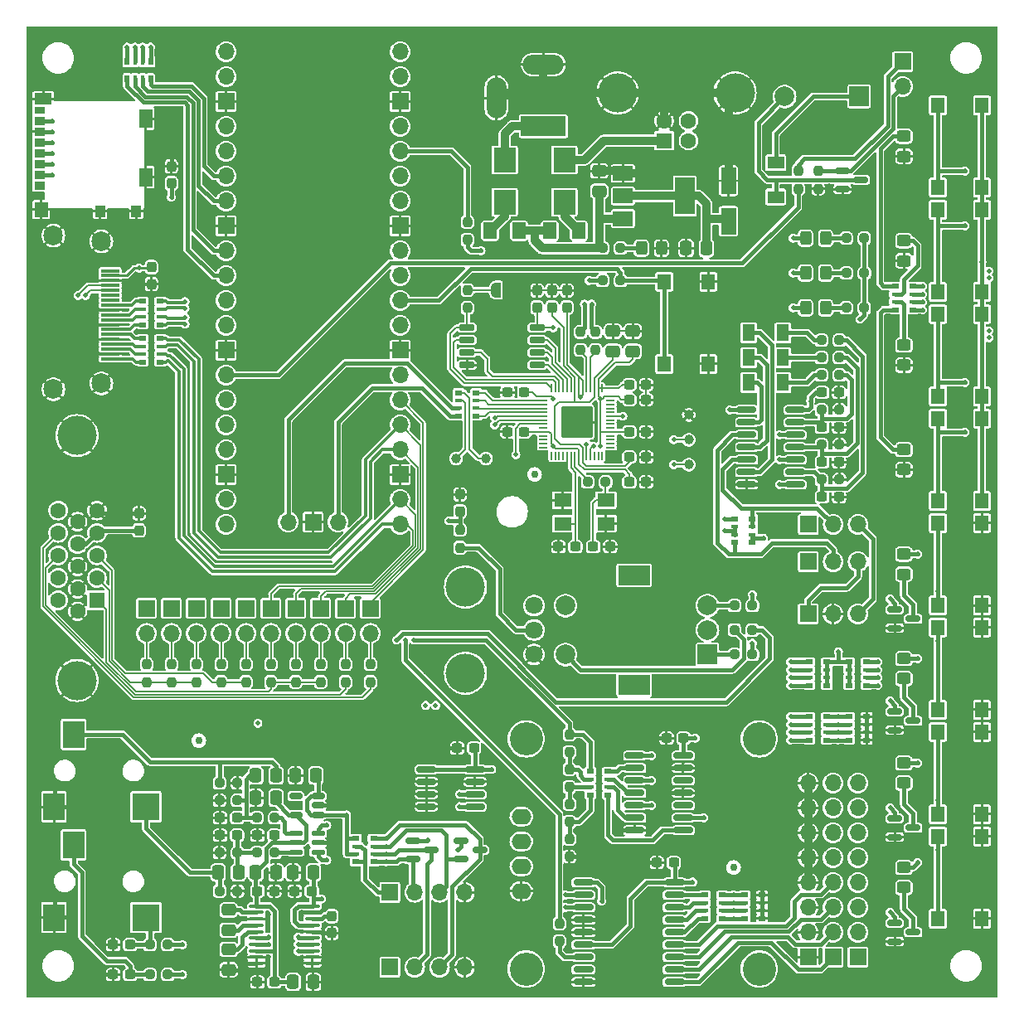
<source format=gtl>
G04 #@! TF.GenerationSoftware,KiCad,Pcbnew,(6.99.0-1115-g98f4b1d16c)*
G04 #@! TF.CreationDate,2022-03-31T00:19:22+02:00*
G04 #@! TF.ProjectId,rpi_pico_kit,7270695f-7069-4636-9f5f-6b69742e6b69,1*
G04 #@! TF.SameCoordinates,Original*
G04 #@! TF.FileFunction,Copper,L1,Top*
G04 #@! TF.FilePolarity,Positive*
%FSLAX46Y46*%
G04 Gerber Fmt 4.6, Leading zero omitted, Abs format (unit mm)*
G04 Created by KiCad (PCBNEW (6.99.0-1115-g98f4b1d16c)) date 2022-03-31 00:19:22*
%MOMM*%
%LPD*%
G01*
G04 APERTURE LIST*
G04 Aperture macros list*
%AMRoundRect*
0 Rectangle with rounded corners*
0 $1 Rounding radius*
0 $2 $3 $4 $5 $6 $7 $8 $9 X,Y pos of 4 corners*
0 Add a 4 corners polygon primitive as box body*
4,1,4,$2,$3,$4,$5,$6,$7,$8,$9,$2,$3,0*
0 Add four circle primitives for the rounded corners*
1,1,$1+$1,$2,$3*
1,1,$1+$1,$4,$5*
1,1,$1+$1,$6,$7*
1,1,$1+$1,$8,$9*
0 Add four rect primitives between the rounded corners*
20,1,$1+$1,$2,$3,$4,$5,0*
20,1,$1+$1,$4,$5,$6,$7,0*
20,1,$1+$1,$6,$7,$8,$9,0*
20,1,$1+$1,$8,$9,$2,$3,0*%
%AMFreePoly0*
4,1,19,0.500000,-0.750000,0.000000,-0.750000,0.000000,-0.744911,-0.071157,-0.744911,-0.207708,-0.704816,-0.327430,-0.627875,-0.420627,-0.520320,-0.479746,-0.390866,-0.500000,-0.250000,-0.500000,0.250000,-0.479746,0.390866,-0.420627,0.520320,-0.327430,0.627875,-0.207708,0.704816,-0.071157,0.744911,0.000000,0.744911,0.000000,0.750000,0.500000,0.750000,0.500000,-0.750000,0.500000,-0.750000,
$1*%
%AMFreePoly1*
4,1,19,0.000000,0.744911,0.071157,0.744911,0.207708,0.704816,0.327430,0.627875,0.420627,0.520320,0.479746,0.390866,0.500000,0.250000,0.500000,-0.250000,0.479746,-0.390866,0.420627,-0.520320,0.327430,-0.627875,0.207708,-0.704816,0.071157,-0.744911,0.000000,-0.744911,0.000000,-0.750000,-0.500000,-0.750000,-0.500000,0.750000,0.000000,0.750000,0.000000,0.744911,0.000000,0.744911,
$1*%
G04 Aperture macros list end*
G04 #@! TA.AperFunction,ComponentPad*
%ADD10R,1.700000X1.700000*%
G04 #@! TD*
G04 #@! TA.AperFunction,ComponentPad*
%ADD11O,1.700000X1.700000*%
G04 #@! TD*
G04 #@! TA.AperFunction,SMDPad,CuDef*
%ADD12RoundRect,0.237500X-0.250000X-0.237500X0.250000X-0.237500X0.250000X0.237500X-0.250000X0.237500X0*%
G04 #@! TD*
G04 #@! TA.AperFunction,SMDPad,CuDef*
%ADD13RoundRect,0.150000X-0.825000X-0.150000X0.825000X-0.150000X0.825000X0.150000X-0.825000X0.150000X0*%
G04 #@! TD*
G04 #@! TA.AperFunction,SMDPad,CuDef*
%ADD14R,1.400000X1.600000*%
G04 #@! TD*
G04 #@! TA.AperFunction,SMDPad,CuDef*
%ADD15R,2.300000X2.500000*%
G04 #@! TD*
G04 #@! TA.AperFunction,SMDPad,CuDef*
%ADD16RoundRect,0.237500X0.300000X0.237500X-0.300000X0.237500X-0.300000X-0.237500X0.300000X-0.237500X0*%
G04 #@! TD*
G04 #@! TA.AperFunction,SMDPad,CuDef*
%ADD17C,1.000000*%
G04 #@! TD*
G04 #@! TA.AperFunction,ComponentPad*
%ADD18R,2.000000X2.000000*%
G04 #@! TD*
G04 #@! TA.AperFunction,ComponentPad*
%ADD19C,2.000000*%
G04 #@! TD*
G04 #@! TA.AperFunction,ComponentPad*
%ADD20R,3.200000X2.000000*%
G04 #@! TD*
G04 #@! TA.AperFunction,SMDPad,CuDef*
%ADD21RoundRect,0.237500X0.250000X0.237500X-0.250000X0.237500X-0.250000X-0.237500X0.250000X-0.237500X0*%
G04 #@! TD*
G04 #@! TA.AperFunction,SMDPad,CuDef*
%ADD22R,0.800000X0.500000*%
G04 #@! TD*
G04 #@! TA.AperFunction,SMDPad,CuDef*
%ADD23R,0.800000X0.400000*%
G04 #@! TD*
G04 #@! TA.AperFunction,SMDPad,CuDef*
%ADD24RoundRect,0.250000X-0.475000X0.337500X-0.475000X-0.337500X0.475000X-0.337500X0.475000X0.337500X0*%
G04 #@! TD*
G04 #@! TA.AperFunction,SMDPad,CuDef*
%ADD25R,1.300000X1.700000*%
G04 #@! TD*
G04 #@! TA.AperFunction,SMDPad,CuDef*
%ADD26RoundRect,0.250001X0.462499X0.624999X-0.462499X0.624999X-0.462499X-0.624999X0.462499X-0.624999X0*%
G04 #@! TD*
G04 #@! TA.AperFunction,SMDPad,CuDef*
%ADD27RoundRect,0.237500X-0.237500X0.250000X-0.237500X-0.250000X0.237500X-0.250000X0.237500X0.250000X0*%
G04 #@! TD*
G04 #@! TA.AperFunction,SMDPad,CuDef*
%ADD28R,0.500000X0.800000*%
G04 #@! TD*
G04 #@! TA.AperFunction,SMDPad,CuDef*
%ADD29R,0.400000X0.800000*%
G04 #@! TD*
G04 #@! TA.AperFunction,SMDPad,CuDef*
%ADD30RoundRect,0.250001X-0.462499X-0.624999X0.462499X-0.624999X0.462499X0.624999X-0.462499X0.624999X0*%
G04 #@! TD*
G04 #@! TA.AperFunction,SMDPad,CuDef*
%ADD31RoundRect,0.237500X-0.237500X0.300000X-0.237500X-0.300000X0.237500X-0.300000X0.237500X0.300000X0*%
G04 #@! TD*
G04 #@! TA.AperFunction,SMDPad,CuDef*
%ADD32RoundRect,0.237500X0.237500X-0.250000X0.237500X0.250000X-0.237500X0.250000X-0.237500X-0.250000X0*%
G04 #@! TD*
G04 #@! TA.AperFunction,SMDPad,CuDef*
%ADD33RoundRect,0.250000X-0.337500X-0.475000X0.337500X-0.475000X0.337500X0.475000X-0.337500X0.475000X0*%
G04 #@! TD*
G04 #@! TA.AperFunction,SMDPad,CuDef*
%ADD34RoundRect,0.237500X-0.300000X-0.237500X0.300000X-0.237500X0.300000X0.237500X-0.300000X0.237500X0*%
G04 #@! TD*
G04 #@! TA.AperFunction,SMDPad,CuDef*
%ADD35R,2.200000X2.800000*%
G04 #@! TD*
G04 #@! TA.AperFunction,SMDPad,CuDef*
%ADD36R,2.800000X2.800000*%
G04 #@! TD*
G04 #@! TA.AperFunction,SMDPad,CuDef*
%ADD37RoundRect,0.250000X0.450000X-0.325000X0.450000X0.325000X-0.450000X0.325000X-0.450000X-0.325000X0*%
G04 #@! TD*
G04 #@! TA.AperFunction,ComponentPad*
%ADD38C,4.000000*%
G04 #@! TD*
G04 #@! TA.AperFunction,ComponentPad*
%ADD39R,1.600000X1.600000*%
G04 #@! TD*
G04 #@! TA.AperFunction,ComponentPad*
%ADD40C,1.600000*%
G04 #@! TD*
G04 #@! TA.AperFunction,SMDPad,CuDef*
%ADD41RoundRect,0.150000X-0.587500X-0.150000X0.587500X-0.150000X0.587500X0.150000X-0.587500X0.150000X0*%
G04 #@! TD*
G04 #@! TA.AperFunction,SMDPad,CuDef*
%ADD42RoundRect,0.250000X0.475000X-0.337500X0.475000X0.337500X-0.475000X0.337500X-0.475000X-0.337500X0*%
G04 #@! TD*
G04 #@! TA.AperFunction,SMDPad,CuDef*
%ADD43RoundRect,0.250000X0.337500X0.475000X-0.337500X0.475000X-0.337500X-0.475000X0.337500X-0.475000X0*%
G04 #@! TD*
G04 #@! TA.AperFunction,SMDPad,CuDef*
%ADD44RoundRect,0.125000X0.587500X0.125000X-0.587500X0.125000X-0.587500X-0.125000X0.587500X-0.125000X0*%
G04 #@! TD*
G04 #@! TA.AperFunction,SMDPad,CuDef*
%ADD45R,1.800000X1.400000*%
G04 #@! TD*
G04 #@! TA.AperFunction,SMDPad,CuDef*
%ADD46RoundRect,0.250000X-0.325000X-0.450000X0.325000X-0.450000X0.325000X0.450000X-0.325000X0.450000X0*%
G04 #@! TD*
G04 #@! TA.AperFunction,SMDPad,CuDef*
%ADD47R,2.000000X1.500000*%
G04 #@! TD*
G04 #@! TA.AperFunction,SMDPad,CuDef*
%ADD48R,2.000000X3.800000*%
G04 #@! TD*
G04 #@! TA.AperFunction,SMDPad,CuDef*
%ADD49R,1.700000X1.300000*%
G04 #@! TD*
G04 #@! TA.AperFunction,SMDPad,CuDef*
%ADD50C,0.750000*%
G04 #@! TD*
G04 #@! TA.AperFunction,SMDPad,CuDef*
%ADD51RoundRect,0.150000X-0.875000X-0.150000X0.875000X-0.150000X0.875000X0.150000X-0.875000X0.150000X0*%
G04 #@! TD*
G04 #@! TA.AperFunction,ComponentPad*
%ADD52R,4.600000X2.000000*%
G04 #@! TD*
G04 #@! TA.AperFunction,ComponentPad*
%ADD53O,4.200000X2.000000*%
G04 #@! TD*
G04 #@! TA.AperFunction,ComponentPad*
%ADD54O,2.000000X4.200000*%
G04 #@! TD*
G04 #@! TA.AperFunction,SMDPad,CuDef*
%ADD55RoundRect,0.237500X0.237500X-0.300000X0.237500X0.300000X-0.237500X0.300000X-0.237500X-0.300000X0*%
G04 #@! TD*
G04 #@! TA.AperFunction,SMDPad,CuDef*
%ADD56FreePoly0,180.000000*%
G04 #@! TD*
G04 #@! TA.AperFunction,SMDPad,CuDef*
%ADD57FreePoly1,180.000000*%
G04 #@! TD*
G04 #@! TA.AperFunction,ComponentPad*
%ADD58O,2.000000X1.600000*%
G04 #@! TD*
G04 #@! TA.AperFunction,ComponentPad*
%ADD59C,3.400000*%
G04 #@! TD*
G04 #@! TA.AperFunction,SMDPad,CuDef*
%ADD60RoundRect,0.250000X0.325000X0.450000X-0.325000X0.450000X-0.325000X-0.450000X0.325000X-0.450000X0*%
G04 #@! TD*
G04 #@! TA.AperFunction,SMDPad,CuDef*
%ADD61RoundRect,0.150000X0.512500X0.150000X-0.512500X0.150000X-0.512500X-0.150000X0.512500X-0.150000X0*%
G04 #@! TD*
G04 #@! TA.AperFunction,SMDPad,CuDef*
%ADD62RoundRect,0.050000X-0.387500X-0.050000X0.387500X-0.050000X0.387500X0.050000X-0.387500X0.050000X0*%
G04 #@! TD*
G04 #@! TA.AperFunction,SMDPad,CuDef*
%ADD63RoundRect,0.050000X-0.050000X-0.387500X0.050000X-0.387500X0.050000X0.387500X-0.050000X0.387500X0*%
G04 #@! TD*
G04 #@! TA.AperFunction,ComponentPad*
%ADD64C,0.600000*%
G04 #@! TD*
G04 #@! TA.AperFunction,SMDPad,CuDef*
%ADD65RoundRect,0.144000X-1.456000X-1.456000X1.456000X-1.456000X1.456000X1.456000X-1.456000X1.456000X0*%
G04 #@! TD*
G04 #@! TA.AperFunction,WasherPad*
%ADD66C,4.000000*%
G04 #@! TD*
G04 #@! TA.AperFunction,ComponentPad*
%ADD67C,1.800000*%
G04 #@! TD*
G04 #@! TA.AperFunction,SMDPad,CuDef*
%ADD68R,1.100000X0.850000*%
G04 #@! TD*
G04 #@! TA.AperFunction,SMDPad,CuDef*
%ADD69R,1.100000X0.750000*%
G04 #@! TD*
G04 #@! TA.AperFunction,SMDPad,CuDef*
%ADD70R,1.000000X1.200000*%
G04 #@! TD*
G04 #@! TA.AperFunction,SMDPad,CuDef*
%ADD71R,1.350000X1.550000*%
G04 #@! TD*
G04 #@! TA.AperFunction,SMDPad,CuDef*
%ADD72R,1.350000X1.900000*%
G04 #@! TD*
G04 #@! TA.AperFunction,SMDPad,CuDef*
%ADD73R,1.800000X1.170000*%
G04 #@! TD*
G04 #@! TA.AperFunction,SMDPad,CuDef*
%ADD74RoundRect,0.100000X-0.637500X-0.100000X0.637500X-0.100000X0.637500X0.100000X-0.637500X0.100000X0*%
G04 #@! TD*
G04 #@! TA.AperFunction,SMDPad,CuDef*
%ADD75R,1.900000X0.300000*%
G04 #@! TD*
G04 #@! TA.AperFunction,ComponentPad*
%ADD76C,1.995000*%
G04 #@! TD*
G04 #@! TA.AperFunction,SMDPad,CuDef*
%ADD77RoundRect,0.250000X0.550000X-1.137500X0.550000X1.137500X-0.550000X1.137500X-0.550000X-1.137500X0*%
G04 #@! TD*
G04 #@! TA.AperFunction,SMDPad,CuDef*
%ADD78RoundRect,0.150000X-0.650000X-0.150000X0.650000X-0.150000X0.650000X0.150000X-0.650000X0.150000X0*%
G04 #@! TD*
G04 #@! TA.AperFunction,ViaPad*
%ADD79C,0.500000*%
G04 #@! TD*
G04 #@! TA.AperFunction,Conductor*
%ADD80C,0.406400*%
G04 #@! TD*
G04 #@! TA.AperFunction,Conductor*
%ADD81C,0.200000*%
G04 #@! TD*
G04 #@! TA.AperFunction,Conductor*
%ADD82C,0.812800*%
G04 #@! TD*
G04 #@! TA.AperFunction,Conductor*
%ADD83C,0.250000*%
G04 #@! TD*
G04 #@! TA.AperFunction,Conductor*
%ADD84C,0.381000*%
G04 #@! TD*
G04 #@! TA.AperFunction,Conductor*
%ADD85C,0.127000*%
G04 #@! TD*
G04 #@! TA.AperFunction,Conductor*
%ADD86C,0.304800*%
G04 #@! TD*
G04 APERTURE END LIST*
D10*
X57911999Y-97484249D03*
D11*
X57911999Y-100024249D03*
D12*
X57761500Y-115316000D03*
X59586500Y-115316000D03*
D13*
X111571000Y-77216950D03*
X111571000Y-78486950D03*
X111571000Y-79756950D03*
X111571000Y-81026950D03*
X111571000Y-82296950D03*
X111571000Y-83566950D03*
X111571000Y-84836950D03*
X116521000Y-84836950D03*
X116521000Y-83566950D03*
X116521000Y-82296950D03*
X116521000Y-81026950D03*
X116521000Y-79756950D03*
X116521000Y-78486950D03*
X116521000Y-77216950D03*
D12*
X119229500Y-80772950D03*
X121054500Y-80772950D03*
X119229500Y-71882950D03*
X121054500Y-71882950D03*
D14*
X131099999Y-107831999D03*
X131099999Y-99431999D03*
X135599999Y-107831999D03*
X135599999Y-99431999D03*
D15*
X86867999Y-55997999D03*
X86867999Y-51697999D03*
D16*
X121004500Y-75438950D03*
X119279500Y-75438950D03*
D14*
X131099999Y-75827999D03*
X131099999Y-67427999D03*
X135599999Y-75827999D03*
X135599999Y-67427999D03*
D11*
X58419999Y-40639999D03*
X58419999Y-43179999D03*
D10*
X58419999Y-45719999D03*
D11*
X58419999Y-48259999D03*
X58419999Y-50799999D03*
X58419999Y-53339999D03*
X58419999Y-55879999D03*
D10*
X58419999Y-58419999D03*
D11*
X58419999Y-60959999D03*
X58419999Y-63499999D03*
X58419999Y-66039999D03*
X58419999Y-68579999D03*
D10*
X58419999Y-71119999D03*
D11*
X58419999Y-73659999D03*
X58419999Y-76199999D03*
X58419999Y-78739999D03*
X58419999Y-81279999D03*
D10*
X58419999Y-83819999D03*
D11*
X58419999Y-86359999D03*
X58419999Y-88899999D03*
X76199999Y-88899999D03*
X76199999Y-86359999D03*
D10*
X76199999Y-83819999D03*
D11*
X76199999Y-81279999D03*
X76199999Y-78739999D03*
X76199999Y-76199999D03*
X76199999Y-73659999D03*
D10*
X76199999Y-71119999D03*
D11*
X76199999Y-68579999D03*
X76199999Y-66039999D03*
X76199999Y-63499999D03*
X76199999Y-60959999D03*
D10*
X76199999Y-58419999D03*
D11*
X76199999Y-55879999D03*
X76199999Y-53339999D03*
X76199999Y-50799999D03*
X76199999Y-48259999D03*
D10*
X76199999Y-45719999D03*
D11*
X76199999Y-43179999D03*
X76199999Y-40639999D03*
X64769999Y-88669999D03*
D10*
X67309999Y-88669999D03*
D11*
X69849999Y-88669999D03*
D12*
X119229500Y-70104950D03*
X121054500Y-70104950D03*
X119229500Y-84328950D03*
X121054500Y-84328950D03*
D17*
X105664000Y-80264000D03*
D18*
X107579999Y-102194999D03*
D19*
X107580000Y-97195000D03*
X107580000Y-99695000D03*
D20*
X100079999Y-105294999D03*
X100079999Y-94094999D03*
D19*
X93080000Y-97195000D03*
X93080000Y-102195000D03*
D21*
X97178500Y-84582000D03*
X95353500Y-84582000D03*
X63396500Y-122428000D03*
X61571500Y-122428000D03*
D22*
X123835999Y-110927999D03*
D23*
X123835999Y-110127999D03*
X123835999Y-109327999D03*
D22*
X123835999Y-108527999D03*
X122035999Y-108527999D03*
D23*
X122035999Y-109327999D03*
X122035999Y-110127999D03*
D22*
X122035999Y-110927999D03*
D24*
X99949000Y-69167000D03*
X99949000Y-71242000D03*
D25*
X115287999Y-71882949D03*
X111787999Y-71882949D03*
D13*
X100141000Y-112522000D03*
X100141000Y-113792000D03*
X100141000Y-115062000D03*
X100141000Y-116332000D03*
X100141000Y-117602000D03*
X100141000Y-118872000D03*
X100141000Y-120142000D03*
X105091000Y-120142000D03*
X105091000Y-118872000D03*
X105091000Y-117602000D03*
X105091000Y-116332000D03*
X105091000Y-115062000D03*
X105091000Y-113792000D03*
X105091000Y-112522000D03*
D26*
X94451500Y-58928000D03*
X91476500Y-58928000D03*
D10*
X50291999Y-97484249D03*
D11*
X50291999Y-100024249D03*
D17*
X84963000Y-82169000D03*
D27*
X93472000Y-121007500D03*
X93472000Y-122832500D03*
D14*
X131099999Y-86495999D03*
X131099999Y-78095999D03*
X135599999Y-86495999D03*
X135599999Y-78095999D03*
D21*
X59586500Y-122428000D03*
X57761500Y-122428000D03*
D16*
X104140000Y-123444000D03*
X102415000Y-123444000D03*
D28*
X48310999Y-43437249D03*
D29*
X49110999Y-43437249D03*
X49910999Y-43437249D03*
D28*
X50710999Y-43437249D03*
X50710999Y-41637249D03*
D29*
X49910999Y-41637249D03*
X49110999Y-41637249D03*
D28*
X48310999Y-41637249D03*
D30*
X85380500Y-58928000D03*
X88355500Y-58928000D03*
D14*
X131099999Y-65168999D03*
X131099999Y-56768999D03*
X135599999Y-65168999D03*
X135599999Y-56768999D03*
D25*
X115287999Y-69342949D03*
X111787999Y-69342949D03*
D16*
X101319500Y-79462000D03*
X99594500Y-79462000D03*
X101319500Y-74649500D03*
X99594500Y-74649500D03*
D31*
X50800000Y-62637500D03*
X50800000Y-64362500D03*
D32*
X93472000Y-119276500D03*
X93472000Y-117451500D03*
D12*
X110339500Y-99695000D03*
X112164500Y-99695000D03*
D33*
X61446500Y-114554000D03*
X63521500Y-114554000D03*
D34*
X103404500Y-110744000D03*
X105129500Y-110744000D03*
D32*
X93472000Y-112164500D03*
X93472000Y-110339500D03*
D35*
X40849999Y-129048999D03*
D36*
X50249999Y-129048999D03*
D35*
X42849999Y-121648999D03*
D37*
X127635000Y-115325000D03*
X127635000Y-113275000D03*
D21*
X123594500Y-63246000D03*
X121769500Y-63246000D03*
D14*
X131099999Y-97172999D03*
X131099999Y-88772999D03*
X135599999Y-97172999D03*
X135599999Y-88772999D03*
D38*
X43185000Y-79840000D03*
X43185000Y-104840000D03*
D39*
X45234999Y-96654999D03*
D40*
X45235000Y-94365000D03*
X45235000Y-92075000D03*
X45235000Y-89785000D03*
X45235000Y-87495000D03*
X43255000Y-97800000D03*
X43255000Y-95510000D03*
X43255000Y-93220000D03*
X43255000Y-90930000D03*
X43255000Y-88640000D03*
X41275000Y-96655000D03*
X41275000Y-94365000D03*
X41275000Y-92075000D03*
X41275000Y-89785000D03*
X41275000Y-87495000D03*
D12*
X96877500Y-64008000D03*
X98702500Y-64008000D03*
D41*
X126697500Y-108016000D03*
X126697500Y-109916000D03*
X128572500Y-108966000D03*
D27*
X83058000Y-64974000D03*
X83058000Y-66799000D03*
D34*
X87148500Y-79462000D03*
X88873500Y-79462000D03*
D22*
X123835999Y-105339999D03*
D23*
X123835999Y-104539999D03*
X123835999Y-103739999D03*
D22*
X123835999Y-102939999D03*
X122035999Y-102939999D03*
D23*
X122035999Y-103739999D03*
X122035999Y-104539999D03*
D22*
X122035999Y-105339999D03*
D32*
X94615000Y-71093500D03*
X94615000Y-69268500D03*
D10*
X122935999Y-133095999D03*
D11*
X122935999Y-130555999D03*
X122935999Y-128015999D03*
X122935999Y-125475999D03*
X122935999Y-122935999D03*
X122935999Y-120395999D03*
X122935999Y-117855999D03*
X122935999Y-115315999D03*
D42*
X58674000Y-130345000D03*
X58674000Y-128270000D03*
D43*
X67331500Y-135636000D03*
X65256500Y-135636000D03*
D44*
X67812500Y-122362000D03*
X67812500Y-121412000D03*
X67812500Y-120462000D03*
X65537500Y-120462000D03*
X65537500Y-121412000D03*
X65537500Y-122362000D03*
D21*
X112164500Y-97195000D03*
X110339500Y-97195000D03*
D31*
X49530000Y-87783500D03*
X49530000Y-89508500D03*
D37*
X127635000Y-104657000D03*
X127635000Y-102607000D03*
D41*
X126697500Y-118938000D03*
X126697500Y-120838000D03*
X128572500Y-119888000D03*
D16*
X101319500Y-82042000D03*
X99594500Y-82042000D03*
D34*
X92355500Y-91186000D03*
X94080500Y-91186000D03*
D21*
X59586500Y-117094000D03*
X57761500Y-117094000D03*
D31*
X93218000Y-65024000D03*
X93218000Y-66749000D03*
D22*
X110351999Y-88335949D03*
D23*
X110351999Y-89135949D03*
X110351999Y-89935949D03*
D22*
X110351999Y-90735949D03*
X112151999Y-90735949D03*
D23*
X112151999Y-89935949D03*
X112151999Y-89135949D03*
D22*
X112151999Y-88335949D03*
D45*
X92795999Y-88829999D03*
X97195999Y-88829999D03*
X97195999Y-86429999D03*
X92795999Y-86429999D03*
D46*
X117593000Y-63246000D03*
X119643000Y-63246000D03*
D10*
X117855999Y-98043999D03*
D11*
X120395999Y-98043999D03*
X122935999Y-98043999D03*
D22*
X49899999Y-69919999D03*
D23*
X49899999Y-70719999D03*
X49899999Y-71519999D03*
D22*
X49899999Y-72319999D03*
X51699999Y-72319999D03*
D23*
X51699999Y-71519999D03*
X51699999Y-70719999D03*
D22*
X51699999Y-69919999D03*
D14*
X103159999Y-72525999D03*
X103159999Y-64125999D03*
X107659999Y-72525999D03*
X107659999Y-64125999D03*
D41*
X82453000Y-121214000D03*
X82453000Y-123114000D03*
X84328000Y-122164000D03*
D47*
X98957999Y-53071999D03*
X98957999Y-55371999D03*
D48*
X105257999Y-55371999D03*
D47*
X98957999Y-57671999D03*
D49*
X114553999Y-51970999D03*
X114553999Y-55470999D03*
D10*
X120395999Y-133095999D03*
D11*
X120395999Y-130555999D03*
X120395999Y-128015999D03*
X120395999Y-125475999D03*
X120395999Y-122935999D03*
X120395999Y-120395999D03*
X120395999Y-117855999D03*
X120395999Y-115315999D03*
D34*
X57811500Y-120650000D03*
X59536500Y-120650000D03*
D50*
X110236000Y-123952000D03*
D51*
X94918000Y-125476000D03*
X94918000Y-126746000D03*
X94918000Y-128016000D03*
X94918000Y-129286000D03*
X94918000Y-130556000D03*
X94918000Y-131826000D03*
X94918000Y-133096000D03*
X94918000Y-134366000D03*
X94918000Y-135636000D03*
X104218000Y-135636000D03*
X104218000Y-134366000D03*
X104218000Y-133096000D03*
X104218000Y-131826000D03*
X104218000Y-130556000D03*
X104218000Y-129286000D03*
X104218000Y-128016000D03*
X104218000Y-126746000D03*
X104218000Y-125476000D03*
D10*
X52831999Y-97484249D03*
D11*
X52831999Y-100024249D03*
D32*
X116840000Y-54633500D03*
X116840000Y-52808500D03*
D22*
X97419999Y-116515999D03*
D23*
X97419999Y-115715999D03*
X97419999Y-114915999D03*
D22*
X97419999Y-114115999D03*
X95619999Y-114115999D03*
D23*
X95619999Y-114915999D03*
X95619999Y-115715999D03*
D22*
X95619999Y-116515999D03*
D34*
X46889500Y-134874000D03*
X48614500Y-134874000D03*
D22*
X113167999Y-129145999D03*
D23*
X113167999Y-128345999D03*
X113167999Y-127545999D03*
D22*
X113167999Y-126745999D03*
X111367999Y-126745999D03*
D23*
X111367999Y-127545999D03*
X111367999Y-128345999D03*
D22*
X111367999Y-129145999D03*
D52*
X90819999Y-48259999D03*
D53*
X90819999Y-41959999D03*
D54*
X86019999Y-45359999D03*
D33*
X65256500Y-124460000D03*
X67331500Y-124460000D03*
D27*
X60452000Y-103175750D03*
X60452000Y-105000750D03*
D16*
X121004500Y-82550950D03*
X119279500Y-82550950D03*
X83745000Y-111750000D03*
X82020000Y-111750000D03*
D10*
X75145499Y-126481999D03*
D11*
X77685499Y-126481999D03*
X80225499Y-126481999D03*
X82765499Y-126481999D03*
D55*
X82296000Y-87577000D03*
X82296000Y-85852000D03*
D37*
X127635000Y-72653000D03*
X127635000Y-70603000D03*
D50*
X55626000Y-110998000D03*
D25*
X115287999Y-74422949D03*
X111787999Y-74422949D03*
D37*
X127635000Y-51326000D03*
X127635000Y-49276000D03*
D10*
X70611999Y-97484249D03*
D11*
X70611999Y-100024249D03*
D34*
X57811500Y-118872000D03*
X59536500Y-118872000D03*
D10*
X117870999Y-88900949D03*
D11*
X120410999Y-88900949D03*
X122950999Y-88900949D03*
D21*
X123585500Y-59690000D03*
X121760500Y-59690000D03*
D55*
X52832000Y-54075500D03*
X52832000Y-52350500D03*
D27*
X68072000Y-103175750D03*
X68072000Y-105000750D03*
D34*
X46889500Y-131826000D03*
X48614500Y-131826000D03*
D21*
X123585500Y-66802000D03*
X121760500Y-66802000D03*
D35*
X40849999Y-117745999D03*
D36*
X50249999Y-117745999D03*
D35*
X42849999Y-110345999D03*
D27*
X83058000Y-58015500D03*
X83058000Y-59840500D03*
D37*
X127635000Y-125993000D03*
X127635000Y-123943000D03*
D21*
X63396500Y-118872000D03*
X61571500Y-118872000D03*
D32*
X96139000Y-71093500D03*
X96139000Y-69268500D03*
D56*
X87264000Y-64970503D03*
D57*
X85964000Y-64970503D03*
D10*
X62991999Y-97484249D03*
D11*
X62991999Y-100024249D03*
D21*
X52474500Y-134874000D03*
X50649500Y-134874000D03*
D34*
X61621500Y-135636000D03*
X63346500Y-135636000D03*
D12*
X119229500Y-73660950D03*
X121054500Y-73660950D03*
D10*
X117870999Y-92710949D03*
D11*
X120410999Y-92710949D03*
X122950999Y-92710949D03*
D27*
X92456000Y-129643500D03*
X92456000Y-131468500D03*
D43*
X63521500Y-124460000D03*
X61446500Y-124460000D03*
D17*
X81915000Y-82169000D03*
D50*
X89916000Y-83820000D03*
D10*
X117855999Y-133095999D03*
D11*
X117855999Y-130555999D03*
X117855999Y-128015999D03*
X117855999Y-125475999D03*
X117855999Y-122935999D03*
X117855999Y-120395999D03*
X117855999Y-117855999D03*
X117855999Y-115315999D03*
D10*
X127507999Y-41655999D03*
D11*
X127507999Y-44195999D03*
D12*
X96877500Y-60706000D03*
X98702500Y-60706000D03*
D16*
X101324500Y-76176000D03*
X99599500Y-76176000D03*
D27*
X62992000Y-103175750D03*
X62992000Y-105000750D03*
X55372000Y-103175750D03*
X55372000Y-105000750D03*
D58*
X88564999Y-126364999D03*
X88564999Y-123824999D03*
X88564999Y-121284999D03*
X88564999Y-118744999D03*
D59*
X89065000Y-134305000D03*
X112865000Y-134305000D03*
X89065000Y-110805000D03*
X112865000Y-110805000D03*
D22*
X119771999Y-105339999D03*
D23*
X119771999Y-104539999D03*
X119771999Y-103739999D03*
D22*
X119771999Y-102939999D03*
X117971999Y-102939999D03*
D23*
X117971999Y-103739999D03*
X117971999Y-104539999D03*
D22*
X117971999Y-105339999D03*
D12*
X57761500Y-126365000D03*
X59586500Y-126365000D03*
D34*
X65431500Y-126365000D03*
X67156500Y-126365000D03*
D27*
X50292000Y-103175750D03*
X50292000Y-105000750D03*
D22*
X82157999Y-75457199D03*
D23*
X82157999Y-76257199D03*
X82157999Y-77057199D03*
D22*
X82157999Y-77857199D03*
X83957999Y-77857199D03*
D23*
X83957999Y-77057199D03*
X83957999Y-76257199D03*
D22*
X83957999Y-75457199D03*
D21*
X112164500Y-102195000D03*
X110339500Y-102195000D03*
D17*
X105664000Y-77724000D03*
D16*
X121004500Y-78994950D03*
X119279500Y-78994950D03*
D10*
X73151999Y-97484249D03*
D11*
X73151999Y-100024249D03*
D18*
X123062999Y-45211999D03*
D19*
X115463000Y-45212000D03*
D15*
X92963999Y-55997999D03*
X92963999Y-51697999D03*
D27*
X57912000Y-103175750D03*
X57912000Y-105000750D03*
D46*
X117593000Y-66802000D03*
X119643000Y-66802000D03*
D17*
X105664000Y-82804000D03*
D16*
X97636500Y-91186000D03*
X95911500Y-91186000D03*
X63346500Y-126365000D03*
X61621500Y-126365000D03*
D14*
X131099999Y-54500999D03*
X131099999Y-46100999D03*
X135599999Y-54500999D03*
X135599999Y-46100999D03*
D22*
X119771999Y-110927999D03*
D23*
X119771999Y-110127999D03*
X119771999Y-109327999D03*
D22*
X119771999Y-108527999D03*
X117971999Y-108527999D03*
D23*
X117971999Y-109327999D03*
X117971999Y-110127999D03*
D22*
X117971999Y-110927999D03*
D14*
X131099999Y-118499999D03*
X131099999Y-110099999D03*
X135599999Y-118499999D03*
X135599999Y-110099999D03*
D46*
X117593000Y-59690000D03*
X119643000Y-59690000D03*
D31*
X91694000Y-65024000D03*
X91694000Y-66749000D03*
D37*
X127635000Y-83321000D03*
X127635000Y-81271000D03*
D22*
X71684499Y-120963999D03*
D23*
X71684499Y-121763999D03*
X71684499Y-122563999D03*
D22*
X71684499Y-123363999D03*
X73484499Y-123363999D03*
D23*
X73484499Y-122563999D03*
X73484499Y-121763999D03*
D22*
X73484499Y-120963999D03*
D42*
X58674000Y-134387500D03*
X58674000Y-132312500D03*
D10*
X65531999Y-97484249D03*
D11*
X65531999Y-100024249D03*
D10*
X60451999Y-97484249D03*
D11*
X60451999Y-100024249D03*
D14*
X131099999Y-129167999D03*
X131099999Y-120767999D03*
X135599999Y-129167999D03*
X135599999Y-120767999D03*
D60*
X102879000Y-60706000D03*
X100829000Y-60706000D03*
D24*
X97917000Y-69167000D03*
X97917000Y-71242000D03*
D33*
X105388500Y-60706000D03*
X107463500Y-60706000D03*
D39*
X103143999Y-49713499D03*
D40*
X105644000Y-49713500D03*
X105644000Y-47713500D03*
X103144000Y-47713500D03*
D38*
X98394000Y-44853500D03*
X110394000Y-44853500D03*
D32*
X93472000Y-115720500D03*
X93472000Y-113895500D03*
D61*
X67812500Y-118552000D03*
X67812500Y-117602000D03*
X67812500Y-116652000D03*
X65537500Y-116652000D03*
X65537500Y-118552000D03*
D41*
X126697500Y-97602000D03*
X126697500Y-99502000D03*
X128572500Y-98552000D03*
D34*
X87148500Y-75411500D03*
X88873500Y-75411500D03*
D24*
X96520000Y-52810500D03*
X96520000Y-54885500D03*
D27*
X70612000Y-103175750D03*
X70612000Y-105000750D03*
D62*
X90796500Y-75862000D03*
X90796500Y-76262000D03*
X90796500Y-76662000D03*
X90796500Y-77062000D03*
X90796500Y-77462000D03*
X90796500Y-77862000D03*
X90796500Y-78262000D03*
X90796500Y-78662000D03*
X90796500Y-79062000D03*
X90796500Y-79462000D03*
X90796500Y-79862000D03*
X90796500Y-80262000D03*
X90796500Y-80662000D03*
X90796500Y-81062000D03*
D63*
X91634000Y-81899500D03*
X92034000Y-81899500D03*
X92434000Y-81899500D03*
X92834000Y-81899500D03*
X93234000Y-81899500D03*
X93634000Y-81899500D03*
X94034000Y-81899500D03*
X94434000Y-81899500D03*
X94834000Y-81899500D03*
X95234000Y-81899500D03*
X95634000Y-81899500D03*
X96034000Y-81899500D03*
X96434000Y-81899500D03*
X96834000Y-81899500D03*
D62*
X97671500Y-81062000D03*
X97671500Y-80662000D03*
X97671500Y-80262000D03*
X97671500Y-79862000D03*
X97671500Y-79462000D03*
X97671500Y-79062000D03*
X97671500Y-78662000D03*
X97671500Y-78262000D03*
X97671500Y-77862000D03*
X97671500Y-77462000D03*
X97671500Y-77062000D03*
X97671500Y-76662000D03*
X97671500Y-76262000D03*
X97671500Y-75862000D03*
D63*
X96834000Y-75024500D03*
X96434000Y-75024500D03*
X96034000Y-75024500D03*
X95634000Y-75024500D03*
X95234000Y-75024500D03*
X94834000Y-75024500D03*
X94434000Y-75024500D03*
X94034000Y-75024500D03*
X93634000Y-75024500D03*
X93234000Y-75024500D03*
X92834000Y-75024500D03*
X92434000Y-75024500D03*
X92034000Y-75024500D03*
X91634000Y-75024500D03*
D64*
X92959000Y-77187000D03*
X92959000Y-78462000D03*
X92959000Y-79737000D03*
X94234000Y-77187000D03*
X94234000Y-78462000D03*
D65*
X94234000Y-78462000D03*
D64*
X94234000Y-79737000D03*
X95509000Y-77187000D03*
X95509000Y-78462000D03*
X95509000Y-79737000D03*
D37*
X127635000Y-93998000D03*
X127635000Y-91948000D03*
D66*
X82870000Y-104095000D03*
X82870000Y-95295000D03*
D67*
X89870000Y-97195000D03*
X89870000Y-99695000D03*
X89870000Y-102195000D03*
D55*
X90170000Y-66749000D03*
X90170000Y-65024000D03*
D41*
X121363500Y-52771000D03*
X121363500Y-54671000D03*
X123238500Y-53721000D03*
D13*
X78883500Y-113909000D03*
X78883500Y-115179000D03*
X78883500Y-116449000D03*
X78883500Y-117719000D03*
X83833500Y-117719000D03*
X83833500Y-116449000D03*
X83833500Y-115179000D03*
X83833500Y-113909000D03*
D37*
X127635000Y-61994000D03*
X127635000Y-59944000D03*
D27*
X73152000Y-103175750D03*
X73152000Y-105000750D03*
D16*
X121004500Y-86106950D03*
X119279500Y-86106950D03*
D22*
X49899999Y-66109999D03*
D23*
X49899999Y-66909999D03*
X49899999Y-67709999D03*
D22*
X49899999Y-68509999D03*
X51699999Y-68509999D03*
D23*
X51699999Y-67709999D03*
X51699999Y-66909999D03*
D22*
X51699999Y-66109999D03*
D32*
X82296000Y-91286500D03*
X82296000Y-89461500D03*
D68*
X39406399Y-54311399D03*
X39406399Y-53211399D03*
X39406399Y-52111399D03*
X39406399Y-51011399D03*
X39406399Y-49911399D03*
X39406399Y-48811399D03*
X39406399Y-47711399D03*
D69*
X39406399Y-46661399D03*
D70*
X45556399Y-56946399D03*
X49256399Y-56946399D03*
D71*
X39531399Y-56771399D03*
D72*
X50231399Y-53446399D03*
X50231399Y-47476399D03*
D73*
X39756399Y-45451399D03*
D22*
X128534999Y-66985999D03*
D23*
X128534999Y-66185999D03*
X128534999Y-65385999D03*
D22*
X128534999Y-64585999D03*
X126734999Y-64585999D03*
D23*
X126734999Y-65385999D03*
X126734999Y-66185999D03*
D22*
X126734999Y-66985999D03*
D33*
X65510500Y-114554000D03*
X67585500Y-114554000D03*
D16*
X101319500Y-84582000D03*
X99594500Y-84582000D03*
D34*
X61621500Y-120650000D03*
X63346500Y-120650000D03*
D10*
X55371999Y-97484249D03*
D11*
X55371999Y-100024249D03*
D41*
X126697500Y-129606000D03*
X126697500Y-131506000D03*
X128572500Y-130556000D03*
D33*
X61446500Y-116840000D03*
X63521500Y-116840000D03*
D74*
X61526500Y-127885000D03*
X61526500Y-128535000D03*
X61526500Y-129185000D03*
X61526500Y-129835000D03*
X61526500Y-130485000D03*
X61526500Y-131135000D03*
X61526500Y-131785000D03*
X61526500Y-132435000D03*
X61526500Y-133085000D03*
X61526500Y-133735000D03*
X67251500Y-133735000D03*
X67251500Y-133085000D03*
X67251500Y-132435000D03*
X67251500Y-131785000D03*
X67251500Y-131135000D03*
X67251500Y-130485000D03*
X67251500Y-129835000D03*
X67251500Y-129185000D03*
X67251500Y-128535000D03*
X67251500Y-127885000D03*
D43*
X59690000Y-124460000D03*
X57615000Y-124460000D03*
D55*
X69215000Y-130630000D03*
X69215000Y-128905000D03*
D41*
X77489000Y-121214000D03*
X77489000Y-123114000D03*
X79364000Y-122164000D03*
D21*
X52474500Y-131826000D03*
X50649500Y-131826000D03*
D75*
X46594499Y-72009199D03*
X46594499Y-71509199D03*
X46594499Y-71009199D03*
X46594499Y-70509199D03*
X46594499Y-70009199D03*
X46594499Y-69509199D03*
X46594499Y-69009199D03*
X46594499Y-68509199D03*
X46594499Y-68009199D03*
X46594499Y-67509199D03*
X46594499Y-67009199D03*
X46594499Y-66509199D03*
X46594499Y-66009199D03*
X46594499Y-65509199D03*
X46594499Y-65009199D03*
X46594499Y-64509199D03*
X46594499Y-64009199D03*
X46594499Y-63509199D03*
X46594499Y-63009199D03*
D76*
X40794500Y-59409200D03*
X45694500Y-60009200D03*
X45694500Y-74509200D03*
X40794500Y-75109200D03*
D77*
X109728000Y-57942500D03*
X109728000Y-53817500D03*
D12*
X119229500Y-77216950D03*
X121054500Y-77216950D03*
D27*
X52832000Y-103175750D03*
X52832000Y-105000750D03*
D10*
X75145499Y-134111999D03*
D11*
X77685499Y-134111999D03*
X80225499Y-134111999D03*
X82765499Y-134111999D03*
D78*
X83014000Y-68807500D03*
X83014000Y-70077500D03*
X83014000Y-71347500D03*
X83014000Y-72617500D03*
X90214000Y-72617500D03*
X90214000Y-71347500D03*
X90214000Y-70077500D03*
X90214000Y-68807500D03*
D22*
X109103999Y-129145999D03*
D23*
X109103999Y-128345999D03*
X109103999Y-127545999D03*
D22*
X109103999Y-126745999D03*
X107303999Y-126745999D03*
D23*
X107303999Y-127545999D03*
X107303999Y-128345999D03*
D22*
X107303999Y-129145999D03*
D27*
X65532000Y-103175750D03*
X65532000Y-105000750D03*
D10*
X68071999Y-97484249D03*
D11*
X68071999Y-100024249D03*
D27*
X118872000Y-52808500D03*
X118872000Y-54633500D03*
D79*
X106070400Y-125425200D03*
X85547200Y-113944400D03*
X84455000Y-60960000D03*
X82042000Y-122174000D03*
X68173600Y-127152400D03*
X100711000Y-55372000D03*
X52832000Y-55499000D03*
X120954800Y-101904800D03*
X91821000Y-68834000D03*
X96647000Y-76046500D03*
X106324400Y-110744000D03*
X94615000Y-75919500D03*
X123139200Y-67970400D03*
X91821000Y-80872500D03*
X78994000Y-121158000D03*
X109321600Y-89560400D03*
X103505000Y-55372000D03*
X118110000Y-76327000D03*
X91821000Y-76046500D03*
X40640000Y-51011400D03*
X96647000Y-80872500D03*
X135600000Y-62092400D03*
X44958000Y-64009200D03*
X44577000Y-129032000D03*
X66294000Y-135636000D03*
X44958000Y-71509200D03*
X127000000Y-63500000D03*
X107188000Y-93472000D03*
X88392000Y-68580000D03*
X49530000Y-86360000D03*
X99568000Y-134112000D03*
X120650000Y-68580000D03*
X88900000Y-65097503D03*
X111760000Y-54356000D03*
X64389000Y-126365000D03*
X126492000Y-132588000D03*
X45593000Y-135382000D03*
X112776000Y-67310000D03*
X58674000Y-123317000D03*
X97536000Y-92456000D03*
X85598000Y-109982000D03*
X59436000Y-109220000D03*
X62743800Y-128727200D03*
X124968000Y-99568000D03*
X46863000Y-130683000D03*
X58674000Y-119761000D03*
X85852000Y-79462000D03*
X54864000Y-128016000D03*
X54254400Y-72288400D03*
X66167000Y-128524000D03*
X77470000Y-101600000D03*
X62738000Y-133096000D03*
X60071000Y-127508000D03*
X110236000Y-119888000D03*
X133350000Y-50292000D03*
X52832000Y-78232000D03*
X40894000Y-115570000D03*
X101346000Y-83312000D03*
X102108000Y-54356000D03*
X44958000Y-67009200D03*
X51816000Y-59944000D03*
X101092000Y-65024000D03*
X49784000Y-109728000D03*
X89916000Y-56388000D03*
X89916000Y-51308000D03*
X40640000Y-48811400D03*
X133350000Y-124968000D03*
X101346000Y-80721200D03*
X40894000Y-126873000D03*
X107696000Y-54356000D03*
X96774000Y-130556000D03*
X107696000Y-71120000D03*
X67310000Y-50292000D03*
X62992000Y-72644000D03*
X69596000Y-115697000D03*
X49784000Y-74168000D03*
X97536000Y-50800000D03*
X71374000Y-78740000D03*
X98298000Y-120142000D03*
X72136000Y-135636000D03*
X102235000Y-110744000D03*
X77216000Y-97028000D03*
X120142000Y-76327950D03*
X126492000Y-121920000D03*
X94488000Y-122834400D03*
X98806000Y-88900000D03*
X45720000Y-112776000D03*
X103632000Y-53340000D03*
X69723000Y-119634000D03*
X45720000Y-123444000D03*
X101346000Y-85979000D03*
X101092000Y-57912000D03*
X62992000Y-81280000D03*
X92710000Y-83158500D03*
X82296000Y-84582000D03*
X120142000Y-83439950D03*
X52832000Y-118872000D03*
X60579000Y-120650000D03*
X80596500Y-111750000D03*
X84328000Y-72617500D03*
X82804000Y-98552000D03*
X101396800Y-72999600D03*
X67310000Y-40386000D03*
X101346000Y-77824500D03*
X127508000Y-55372000D03*
X92456000Y-105410000D03*
X66548000Y-114554000D03*
X119380000Y-41656000D03*
X58674000Y-116205000D03*
X51816000Y-91440000D03*
X67310000Y-81280000D03*
X101092000Y-54356000D03*
X133350000Y-60960000D03*
X100076000Y-50800000D03*
X67310000Y-59182000D03*
X133350000Y-71628000D03*
X81358500Y-115052000D03*
X127508000Y-87376000D03*
X96774000Y-135636000D03*
X53848000Y-40132000D03*
X72644000Y-117856000D03*
X109220000Y-105410000D03*
X44958000Y-68509200D03*
X101219000Y-123444000D03*
X81358500Y-117856000D03*
X92456000Y-92456000D03*
X52832000Y-51054000D03*
X85852000Y-75411500D03*
X127508000Y-76708000D03*
X67310000Y-72644000D03*
X125095000Y-109601000D03*
X64389000Y-123190000D03*
X107696000Y-65532000D03*
X104648000Y-41656000D03*
X102616000Y-118872000D03*
X133350000Y-114300000D03*
X70358000Y-133604000D03*
X113030000Y-58166000D03*
X105410000Y-59309000D03*
X120015000Y-54356000D03*
X102108000Y-56896000D03*
X55372000Y-135636000D03*
X114300000Y-104648000D03*
X120142000Y-86995950D03*
X46736000Y-57658000D03*
X91186000Y-86360000D03*
X60325000Y-134874000D03*
X42799000Y-117729000D03*
X114300000Y-94996000D03*
X103505000Y-113792000D03*
X120142000Y-79883950D03*
X62484000Y-116840000D03*
X51054000Y-50419000D03*
X88646000Y-72644000D03*
X103505000Y-116332000D03*
X71374000Y-85598000D03*
X96774000Y-129286000D03*
X94488000Y-53848000D03*
X113157000Y-125222000D03*
X39243000Y-44069000D03*
X75692000Y-107188000D03*
X44958000Y-70009200D03*
X101600000Y-69167000D03*
X103124000Y-57912000D03*
X94488000Y-65124500D03*
X113157000Y-84836950D03*
X65786000Y-133232215D03*
X87376000Y-105410000D03*
X42799000Y-129032000D03*
X89916000Y-58928000D03*
X70736500Y-118567200D03*
X49530000Y-62738000D03*
X81178400Y-88544400D03*
X95754000Y-66394500D03*
X95000000Y-66394500D03*
X74754500Y-120964000D03*
X43307000Y-65532000D03*
X74754500Y-122564000D03*
X44069000Y-65532000D03*
X136317780Y-69850000D03*
X129540000Y-66986000D03*
X129540000Y-66186000D03*
X136317780Y-69132655D03*
X129540000Y-65386000D03*
X136317780Y-63754000D03*
X136317780Y-63034497D03*
X129540000Y-64586000D03*
X110236000Y-129146000D03*
X133858000Y-79502000D03*
X133858000Y-74422000D03*
X110236000Y-128346000D03*
X110236000Y-127546000D03*
X133858000Y-58420000D03*
X133858000Y-52832000D03*
X110236000Y-126746000D03*
X116078000Y-110128000D03*
X116078000Y-110928000D03*
X82247500Y-117719000D03*
X74754500Y-121764000D03*
X74754500Y-123364000D03*
X82247500Y-116449000D03*
X85852000Y-78022994D03*
X85852000Y-78742497D03*
X54229000Y-67758400D03*
X54229000Y-66861600D03*
X54229000Y-66158400D03*
X75819000Y-100711000D03*
X54229000Y-68461600D03*
X124968000Y-105340000D03*
X129032000Y-123444000D03*
X124968000Y-104540000D03*
X129032000Y-113284000D03*
X129032000Y-102616000D03*
X124968000Y-103740000D03*
X124968000Y-102940000D03*
X129032000Y-91948000D03*
X116332000Y-59690000D03*
X114935000Y-79756000D03*
X116332000Y-63246000D03*
X114935000Y-82296000D03*
X116332000Y-66802000D03*
X114935000Y-84836000D03*
X126238000Y-106934000D03*
X120904000Y-109328000D03*
X126238000Y-96520000D03*
X120904000Y-108528000D03*
X120904000Y-110928000D03*
X126238000Y-128524000D03*
X120904000Y-110128000D03*
X126238000Y-117856000D03*
X50711000Y-40150750D03*
X93091000Y-128016000D03*
X40640000Y-47711400D03*
X49111000Y-40150750D03*
X40640000Y-49911400D03*
X96774000Y-127381000D03*
X40640000Y-52111400D03*
X48311000Y-40150750D03*
X93091000Y-126746000D03*
X49911000Y-40150750D03*
X40640000Y-53211400D03*
X76708000Y-100711000D03*
X88011000Y-81788000D03*
X95504000Y-64008000D03*
X68707000Y-123190000D03*
X65786000Y-131064000D03*
X79819500Y-107378500D03*
X116078000Y-109328000D03*
X116078000Y-108528000D03*
X78803500Y-107378500D03*
X68707000Y-119634000D03*
X65786000Y-132503006D03*
X112166400Y-101041200D03*
X112166400Y-96062800D03*
X77597000Y-100711000D03*
X53975000Y-131826000D03*
X62743800Y-131064000D03*
X62738000Y-131826000D03*
X53975000Y-134874000D03*
X65786000Y-131783503D03*
X61671200Y-109220000D03*
X104140000Y-82804000D03*
X95928474Y-80909982D03*
X95234945Y-80718406D03*
X104140000Y-80264000D03*
X109855000Y-77216950D03*
X98933000Y-77862000D03*
X109347000Y-88335950D03*
X113284000Y-90297000D03*
X107188000Y-118872000D03*
X116078000Y-102940000D03*
X131100000Y-95758000D03*
X131100000Y-100838000D03*
X116078000Y-103740000D03*
X101854000Y-117602000D03*
X101854000Y-115062000D03*
X116078000Y-104540000D03*
X131100000Y-117094000D03*
X131100000Y-122174000D03*
X101854000Y-112522000D03*
X116078000Y-105340000D03*
D80*
X114554000Y-49022000D02*
X118364000Y-45212000D01*
D81*
X94434000Y-81272500D02*
X94434000Y-81899500D01*
X99568000Y-72388900D02*
X98131896Y-72388900D01*
D82*
X107463500Y-57730300D02*
X107463500Y-59160500D01*
X107463500Y-59160500D02*
X107463500Y-60706000D01*
D81*
X91426500Y-79462000D02*
X90796500Y-79462000D01*
D80*
X114554000Y-51971000D02*
X114554000Y-49022000D01*
X123585500Y-63237000D02*
X123594500Y-63246000D01*
X83833500Y-113909000D02*
X85511800Y-113909000D01*
D82*
X107463500Y-57730300D02*
X109515800Y-57730300D01*
D81*
X97671500Y-75862000D02*
X98469100Y-75862000D01*
D80*
X110352000Y-89546000D02*
X109336000Y-89546000D01*
D81*
X98783100Y-76176000D02*
X99599500Y-76176000D01*
D80*
X72584500Y-122164000D02*
X72184500Y-121764000D01*
X106019600Y-125476000D02*
X106070400Y-125425200D01*
X97790000Y-131826000D02*
X99720400Y-129895600D01*
X83439000Y-60960000D02*
X83058000Y-60579000D01*
X123585500Y-59690000D02*
X123585500Y-63237000D01*
D81*
X96647000Y-79475500D02*
X96647000Y-79983500D01*
X99594500Y-79462000D02*
X97671500Y-79462000D01*
X90112500Y-75862000D02*
X90796500Y-75862000D01*
D80*
X116521000Y-77216950D02*
X117856000Y-77216950D01*
D81*
X97671500Y-79462000D02*
X96660500Y-79462000D01*
D80*
X72564000Y-123364000D02*
X72584500Y-123384500D01*
X135600000Y-54501000D02*
X135600000Y-46101000D01*
X94918000Y-131826000D02*
X97790000Y-131826000D01*
X65827000Y-129835000D02*
X65405000Y-129413000D01*
X135600000Y-65169000D02*
X135600000Y-62092400D01*
X117856000Y-77216950D02*
X118110000Y-76962950D01*
D81*
X96901000Y-76046500D02*
X97085500Y-75862000D01*
X90796500Y-79462000D02*
X88873500Y-79462000D01*
D80*
X123585500Y-66802000D02*
X123585500Y-67524100D01*
X72184500Y-121764000D02*
X71684500Y-121764000D01*
X67331500Y-126470500D02*
X67331500Y-127123100D01*
X68144300Y-127123100D02*
X68173600Y-127152400D01*
D82*
X109515800Y-57730300D02*
X109728000Y-57942500D01*
D81*
X91598480Y-79633980D02*
X91426500Y-79462000D01*
X94434000Y-81899500D02*
X94434000Y-82736296D01*
X96834000Y-75024500D02*
X96434000Y-75024500D01*
X98469100Y-75862000D02*
X98783100Y-76176000D01*
X99143359Y-83312000D02*
X99594500Y-83763141D01*
X91821000Y-80872500D02*
X92075000Y-81126500D01*
X94834000Y-75024500D02*
X94834000Y-74188728D01*
X90214000Y-66793000D02*
X90170000Y-66749000D01*
D80*
X104218000Y-123522000D02*
X104140000Y-123444000D01*
D81*
X91794500Y-68807500D02*
X91821000Y-68834000D01*
D82*
X107463500Y-56155500D02*
X107463500Y-56620500D01*
X105258000Y-55372000D02*
X106680000Y-55372000D01*
D80*
X52832000Y-54075500D02*
X52832000Y-55499000D01*
D81*
X98507200Y-75024500D02*
X96834000Y-75024500D01*
X98131896Y-72388900D02*
X96434000Y-74086796D01*
D80*
X39406400Y-51011400D02*
X40640000Y-51011400D01*
D81*
X90214000Y-68807500D02*
X90214000Y-66793000D01*
X98882200Y-74649500D02*
X98507200Y-75024500D01*
X96660500Y-79462000D02*
X96647000Y-79475500D01*
D80*
X122036000Y-103740000D02*
X122036000Y-104540000D01*
X78883500Y-113909000D02*
X83833500Y-113909000D01*
X118618000Y-75438950D02*
X119279500Y-75438950D01*
D81*
X96434000Y-74086796D02*
X96434000Y-75024500D01*
D80*
X105091000Y-112522000D02*
X105091000Y-110782500D01*
X83058000Y-60579000D02*
X83058000Y-59840500D01*
D81*
X89662000Y-75411500D02*
X90112500Y-75862000D01*
D80*
X104218000Y-125476000D02*
X106019600Y-125476000D01*
D82*
X100711000Y-55372000D02*
X103505000Y-55372000D01*
D80*
X118110000Y-76962950D02*
X118110000Y-75946950D01*
D81*
X91598480Y-80649980D02*
X91598480Y-79633980D01*
D80*
X105129500Y-110744000D02*
X106324400Y-110744000D01*
D82*
X103505000Y-55372000D02*
X105258000Y-55372000D01*
D80*
X119772000Y-104540000D02*
X119772000Y-105340000D01*
D81*
X94434000Y-75024500D02*
X94434000Y-75738500D01*
D80*
X67331500Y-127123100D02*
X67331500Y-127805000D01*
X65405000Y-128270000D02*
X65790000Y-127885000D01*
X118364000Y-45212000D02*
X123063000Y-45212000D01*
X67331500Y-127123100D02*
X68144300Y-127123100D01*
D81*
X96647000Y-76046500D02*
X96901000Y-76046500D01*
D80*
X110352000Y-89546000D02*
X110352000Y-89935950D01*
X120961000Y-102940000D02*
X120961000Y-101911000D01*
D81*
X94834000Y-74188728D02*
X94383386Y-73738114D01*
D80*
X135600000Y-62092400D02*
X135600000Y-56769000D01*
D81*
X99949000Y-72007900D02*
X99568000Y-72388900D01*
D80*
X65405000Y-129413000D02*
X65405000Y-128270000D01*
D81*
X90214000Y-68807500D02*
X91794500Y-68807500D01*
D80*
X119772000Y-103740000D02*
X119772000Y-104540000D01*
X119772000Y-102940000D02*
X119772000Y-103740000D01*
X120961000Y-102940000D02*
X119772000Y-102940000D01*
D81*
X96647000Y-80872500D02*
X96647000Y-79983500D01*
D80*
X72584500Y-123384500D02*
X72584500Y-122164000D01*
X123594500Y-63246000D02*
X123594500Y-66793000D01*
X78938000Y-121214000D02*
X78994000Y-121158000D01*
D81*
X96434000Y-75833500D02*
X96647000Y-76046500D01*
X94383386Y-73738114D02*
X93218000Y-72572727D01*
D80*
X105091000Y-110782500D02*
X105129500Y-110744000D01*
D81*
X94434000Y-75738500D02*
X94615000Y-75919500D01*
D80*
X75145500Y-126482000D02*
X73904000Y-126482000D01*
D81*
X94434000Y-82736296D02*
X95009704Y-83312000D01*
D80*
X99720400Y-129895600D02*
X99720400Y-127101600D01*
X73904000Y-126482000D02*
X72584500Y-125162500D01*
X72584500Y-125162500D02*
X72584500Y-123384500D01*
X123585500Y-67524100D02*
X123139200Y-67970400D01*
X82453000Y-121763000D02*
X82042000Y-122174000D01*
D81*
X92075000Y-81126500D02*
X94288000Y-81126500D01*
D80*
X135600000Y-86496000D02*
X135600000Y-78096000D01*
D81*
X94834000Y-75700500D02*
X94615000Y-75919500D01*
D82*
X107463500Y-56620500D02*
X107463500Y-57730300D01*
D80*
X67331500Y-124460000D02*
X67331500Y-126470500D01*
X110352000Y-89135950D02*
X110352000Y-89546000D01*
D81*
X88873500Y-75411500D02*
X89662000Y-75411500D01*
D80*
X77489000Y-121214000D02*
X78938000Y-121214000D01*
D81*
X94288000Y-81126500D02*
X94434000Y-81272500D01*
X91821000Y-80872500D02*
X91598480Y-80649980D01*
D80*
X71684500Y-123364000D02*
X72564000Y-123364000D01*
X135600000Y-56769000D02*
X135600000Y-54501000D01*
D81*
X99594500Y-83763141D02*
X99594500Y-84582000D01*
D80*
X67331500Y-127805000D02*
X67251500Y-127885000D01*
X84455000Y-60960000D02*
X83439000Y-60960000D01*
X122036000Y-104540000D02*
X122036000Y-105340000D01*
X123594500Y-66793000D02*
X123585500Y-66802000D01*
D81*
X96647000Y-76046500D02*
X96647000Y-79475500D01*
D80*
X135600000Y-67428000D02*
X135600000Y-65169000D01*
X101346000Y-125476000D02*
X104218000Y-125476000D01*
X120961000Y-101911000D02*
X120954800Y-101904800D01*
X118110000Y-75946950D02*
X118618000Y-75438950D01*
D81*
X91636500Y-75862000D02*
X91821000Y-76046500D01*
X99949000Y-71242000D02*
X99949000Y-72007900D01*
X93218000Y-72572727D02*
X93218000Y-66749000D01*
D80*
X83833500Y-111838500D02*
X83745000Y-111750000D01*
D81*
X95009704Y-83312000D02*
X99143359Y-83312000D01*
D80*
X104218000Y-125476000D02*
X104218000Y-123522000D01*
D81*
X97085500Y-75862000D02*
X97671500Y-75862000D01*
D80*
X122036000Y-102940000D02*
X122036000Y-103740000D01*
D81*
X99594500Y-74649500D02*
X98882200Y-74649500D01*
D80*
X83833500Y-113909000D02*
X83833500Y-111838500D01*
X85511800Y-113909000D02*
X85547200Y-113944400D01*
X135600000Y-78096000D02*
X135600000Y-75828000D01*
X135600000Y-75828000D02*
X135600000Y-67428000D01*
D81*
X94834000Y-75024500D02*
X94834000Y-75700500D01*
D80*
X122036000Y-102940000D02*
X120961000Y-102940000D01*
X65790000Y-127885000D02*
X67251500Y-127885000D01*
X99720400Y-127101600D02*
X101346000Y-125476000D01*
D82*
X98958000Y-55372000D02*
X100711000Y-55372000D01*
D80*
X67156500Y-126365000D02*
X67226000Y-126365000D01*
D81*
X90796500Y-75862000D02*
X91636500Y-75862000D01*
D80*
X82453000Y-121214000D02*
X82453000Y-121763000D01*
X109336000Y-89546000D02*
X109321600Y-89560400D01*
D81*
X96434000Y-75024500D02*
X96434000Y-75833500D01*
D80*
X67251500Y-129835000D02*
X65827000Y-129835000D01*
D82*
X106680000Y-55372000D02*
X107463500Y-56155500D01*
D81*
X94434000Y-75024500D02*
X94434000Y-73788728D01*
D80*
X112776000Y-52832000D02*
X112776000Y-47899000D01*
X113665000Y-53721000D02*
X112776000Y-52832000D01*
X114554000Y-53848000D02*
X114681000Y-53721000D01*
X114681000Y-53721000D02*
X113665000Y-53721000D01*
X115443000Y-53721000D02*
X123238500Y-53721000D01*
X115443000Y-53721000D02*
X114681000Y-53721000D01*
X114554000Y-55471000D02*
X114554000Y-53848000D01*
X112776000Y-47899000D02*
X115463000Y-45212000D01*
X61522500Y-133731000D02*
X61526500Y-133735000D01*
D81*
X101319500Y-77851000D02*
X101346000Y-77824500D01*
D82*
X103144000Y-47713500D02*
X103144000Y-45028800D01*
D80*
X52832000Y-52350500D02*
X52832000Y-51054000D01*
D82*
X90820000Y-41960000D02*
X90820000Y-44846000D01*
D81*
X97917000Y-69167000D02*
X99949000Y-69167000D01*
D80*
X68255000Y-130485000D02*
X68400000Y-130630000D01*
X102415000Y-123444000D02*
X101219000Y-123444000D01*
D81*
X101319500Y-84582000D02*
X101319500Y-83338500D01*
X94387500Y-65024000D02*
X94488000Y-65124500D01*
D80*
X59668500Y-134387500D02*
X60325000Y-133731000D01*
X40867000Y-117729000D02*
X40850000Y-117746000D01*
X68036810Y-128535000D02*
X68580000Y-127991810D01*
X45523500Y-87783500D02*
X45235000Y-87495000D01*
X67251500Y-130485000D02*
X68255000Y-130485000D01*
D81*
X92710000Y-83158500D02*
X93234000Y-82634500D01*
X93218000Y-65024000D02*
X94387500Y-65024000D01*
D80*
X46863000Y-131799500D02*
X46889500Y-131826000D01*
X68400000Y-130630000D02*
X69215000Y-130630000D01*
D81*
X101324500Y-77803000D02*
X101346000Y-77824500D01*
X101319500Y-83338500D02*
X101346000Y-83312000D01*
X88773000Y-64970503D02*
X88900000Y-65097503D01*
X91694000Y-65024000D02*
X93218000Y-65024000D01*
X88973503Y-65024000D02*
X88900000Y-65097503D01*
D80*
X40894000Y-115570000D02*
X40894000Y-117702000D01*
D81*
X92355500Y-92355500D02*
X92456000Y-92456000D01*
D80*
X46101000Y-134874000D02*
X46889500Y-134874000D01*
D81*
X101319500Y-85952500D02*
X101346000Y-85979000D01*
X90170000Y-65024000D02*
X88973503Y-65024000D01*
D80*
X113168000Y-127546000D02*
X113168000Y-126746000D01*
X67812500Y-121412000D02*
X69088000Y-121412000D01*
D81*
X97636500Y-92355500D02*
X97536000Y-92456000D01*
D82*
X117856000Y-120396000D02*
X117856000Y-117856000D01*
D83*
X44958000Y-71509200D02*
X46594500Y-71509200D01*
D80*
X66167000Y-128524000D02*
X66178000Y-128535000D01*
D81*
X84328000Y-72617500D02*
X83014000Y-72617500D01*
D80*
X94918000Y-129286000D02*
X96774000Y-129286000D01*
D81*
X87264000Y-64970503D02*
X88773000Y-64970503D01*
X101319500Y-79462000D02*
X101319500Y-77851000D01*
X101319500Y-82042000D02*
X101319500Y-83285500D01*
D80*
X123836000Y-109328000D02*
X123836000Y-110128000D01*
D82*
X109728000Y-45415200D02*
X109728000Y-51663600D01*
X90820000Y-44846000D02*
X90827500Y-44853500D01*
D81*
X101600000Y-69167000D02*
X99949000Y-69167000D01*
X101396800Y-72999600D02*
X101319500Y-73076900D01*
D83*
X48210400Y-64009200D02*
X46594500Y-64009200D01*
D80*
X82020000Y-111750000D02*
X80596500Y-111750000D01*
X67812500Y-117602000D02*
X69088000Y-117602000D01*
D81*
X101319500Y-73076900D02*
X101319500Y-74649500D01*
D82*
X90827500Y-44853500D02*
X86526500Y-44853500D01*
D80*
X40894000Y-129005000D02*
X40850000Y-129049000D01*
D81*
X101319500Y-84582000D02*
X101319500Y-85952500D01*
X101319500Y-76171000D02*
X101324500Y-76176000D01*
D80*
X40894000Y-117702000D02*
X40850000Y-117746000D01*
D81*
X101319500Y-82042000D02*
X101319500Y-80747700D01*
X92796000Y-86430000D02*
X91256000Y-86430000D01*
X92355500Y-91186000D02*
X92355500Y-92355500D01*
D80*
X113157000Y-125222000D02*
X113168000Y-125233000D01*
D83*
X44958000Y-68509200D02*
X46594500Y-68509200D01*
D80*
X42799000Y-117729000D02*
X40867000Y-117729000D01*
X123836000Y-108528000D02*
X123836000Y-109328000D01*
D81*
X101319500Y-83285500D02*
X101346000Y-83312000D01*
D82*
X110289700Y-44853500D02*
X109728000Y-45415200D01*
D81*
X101319500Y-80694700D02*
X101346000Y-80721200D01*
D82*
X98394000Y-44853500D02*
X102968700Y-44853500D01*
D80*
X67251500Y-128535000D02*
X68036810Y-128535000D01*
D83*
X44958000Y-70009200D02*
X46594500Y-70009200D01*
X48563700Y-64362500D02*
X48210400Y-64009200D01*
D81*
X97196000Y-88830000D02*
X98736000Y-88830000D01*
D80*
X46863000Y-130683000D02*
X46863000Y-131799500D01*
X113168000Y-128346000D02*
X113168000Y-127546000D01*
D82*
X98958000Y-53072000D02*
X101309200Y-53072000D01*
D80*
X42799000Y-129032000D02*
X40867000Y-129032000D01*
D82*
X98394000Y-44853500D02*
X90827500Y-44853500D01*
D80*
X93472000Y-122832500D02*
X94486100Y-122832500D01*
D81*
X101319500Y-80747700D02*
X101346000Y-80721200D01*
D80*
X45593000Y-135382000D02*
X46101000Y-134874000D01*
D82*
X117856000Y-125476000D02*
X117856000Y-122936000D01*
X102717600Y-51663600D02*
X109728000Y-51663600D01*
D80*
X40894000Y-126873000D02*
X40894000Y-129005000D01*
X113168000Y-129146000D02*
X113168000Y-128346000D01*
X66178000Y-128535000D02*
X67251500Y-128535000D01*
X49530000Y-87783500D02*
X45523500Y-87783500D01*
D82*
X117856000Y-122936000D02*
X117856000Y-120396000D01*
X102968700Y-44853500D02*
X110394000Y-44853500D01*
D81*
X97636500Y-91186000D02*
X97636500Y-92355500D01*
D82*
X110394000Y-44853500D02*
X110289700Y-44853500D01*
D80*
X60325000Y-133731000D02*
X61522500Y-133731000D01*
D81*
X91256000Y-86430000D02*
X91186000Y-86360000D01*
D82*
X101309200Y-53072000D02*
X102717600Y-51663600D01*
D80*
X58674000Y-134387500D02*
X59668500Y-134387500D01*
D81*
X101319500Y-74649500D02*
X101319500Y-76171000D01*
D82*
X98696500Y-52810500D02*
X98958000Y-53072000D01*
X96520000Y-52810500D02*
X98696500Y-52810500D01*
D80*
X113157000Y-84836950D02*
X111571000Y-84836950D01*
X94918000Y-130556000D02*
X96774000Y-130556000D01*
D81*
X98736000Y-88830000D02*
X98806000Y-88900000D01*
D82*
X86526500Y-44853500D02*
X86020000Y-45360000D01*
D80*
X123836000Y-110128000D02*
X123836000Y-110928000D01*
X100141000Y-120142000D02*
X98298000Y-120142000D01*
X105091000Y-116332000D02*
X103505000Y-116332000D01*
D83*
X44958000Y-64009200D02*
X46594500Y-64009200D01*
D81*
X85852000Y-75411500D02*
X87148500Y-75411500D01*
D80*
X113168000Y-125233000D02*
X113168000Y-126746000D01*
D81*
X101324500Y-76176000D02*
X101324500Y-77803000D01*
D82*
X117856000Y-117856000D02*
X117856000Y-115316000D01*
D80*
X105091000Y-113792000D02*
X103505000Y-113792000D01*
D81*
X93234000Y-82634500D02*
X93234000Y-81899500D01*
D82*
X109728000Y-51663600D02*
X109728000Y-53817500D01*
D80*
X94486100Y-122832500D02*
X94488000Y-122834400D01*
D83*
X44958000Y-67009200D02*
X46594500Y-67009200D01*
D81*
X101319500Y-79462000D02*
X101319500Y-80694700D01*
D83*
X50800000Y-64362500D02*
X48563700Y-64362500D01*
D80*
X94918000Y-135636000D02*
X96774000Y-135636000D01*
D81*
X85852000Y-79462000D02*
X87148500Y-79462000D01*
D80*
X39406400Y-48811400D02*
X40640000Y-48811400D01*
X103404500Y-110744000D02*
X102235000Y-110744000D01*
X40867000Y-129032000D02*
X40850000Y-129049000D01*
D81*
X90170000Y-65024000D02*
X91694000Y-65024000D01*
D82*
X103144000Y-45028800D02*
X102968700Y-44853500D01*
D80*
X70796500Y-120964000D02*
X71684500Y-120964000D01*
D83*
X49022000Y-62738000D02*
X49530000Y-62738000D01*
D80*
X67117000Y-118552000D02*
X67812500Y-118552000D01*
D82*
X96534000Y-57672000D02*
X96520000Y-57658000D01*
X89916000Y-59944000D02*
X89916000Y-58928000D01*
D80*
X44090000Y-90930000D02*
X45235000Y-89785000D01*
D82*
X96520000Y-57658000D02*
X96520000Y-60706000D01*
X88355500Y-58928000D02*
X89916000Y-58928000D01*
D80*
X45511500Y-89508500D02*
X45235000Y-89785000D01*
X70736500Y-122558070D02*
X70742430Y-122564000D01*
D83*
X49530000Y-62738000D02*
X50699500Y-62738000D01*
D80*
X67812500Y-118552000D02*
X70721300Y-118552000D01*
X71684500Y-122564000D02*
X70742430Y-122564000D01*
X66675000Y-118110000D02*
X67117000Y-118552000D01*
D82*
X96877500Y-60706000D02*
X90678000Y-60706000D01*
X98958000Y-57672000D02*
X96534000Y-57672000D01*
D80*
X43255000Y-90930000D02*
X44090000Y-90930000D01*
D82*
X90678000Y-60706000D02*
X89916000Y-59944000D01*
D80*
X70736500Y-121536500D02*
X70736500Y-120904000D01*
X49530000Y-89508500D02*
X45511500Y-89508500D01*
D83*
X46594500Y-63509200D02*
X48250800Y-63509200D01*
D80*
X66675000Y-117094000D02*
X66675000Y-118110000D01*
X67812500Y-116652000D02*
X67812500Y-114781000D01*
X67117000Y-116652000D02*
X66675000Y-117094000D01*
X67812500Y-114781000D02*
X67585500Y-114554000D01*
X70736500Y-121536500D02*
X70736500Y-122558070D01*
D82*
X89916000Y-58928000D02*
X91476500Y-58928000D01*
D80*
X67812500Y-116652000D02*
X67117000Y-116652000D01*
D83*
X50699500Y-62738000D02*
X50800000Y-62637500D01*
D80*
X70736500Y-120904000D02*
X70796500Y-120964000D01*
X70721300Y-118552000D02*
X70736500Y-118567200D01*
D83*
X48250800Y-63509200D02*
X49022000Y-62738000D01*
D80*
X70736500Y-118567200D02*
X70736500Y-121536500D01*
D82*
X96520000Y-54885500D02*
X96520000Y-57658000D01*
D81*
X99594500Y-82523500D02*
X99594500Y-82042000D01*
X94034000Y-73883024D02*
X94034000Y-75024500D01*
X95504000Y-76427500D02*
X92379800Y-76427500D01*
X95154480Y-82962480D02*
X99155520Y-82962480D01*
X96034000Y-75897500D02*
X95504000Y-76427500D01*
X92868481Y-68825731D02*
X92868482Y-72717504D01*
X97917000Y-71242000D02*
X97917000Y-72109500D01*
X97917000Y-72109500D02*
X96034000Y-73992500D01*
X91694000Y-67651250D02*
X92868481Y-68825731D01*
X94834000Y-82642000D02*
X95154480Y-82962480D01*
X96034000Y-75024500D02*
X96034000Y-75897500D01*
X91694000Y-66749000D02*
X91694000Y-67651250D01*
X94488000Y-80745500D02*
X94834000Y-81091500D01*
X92379800Y-76427500D02*
X91948000Y-76859300D01*
X94834000Y-81899500D02*
X94834000Y-82642000D01*
X94034000Y-75024500D02*
X94034000Y-76427500D01*
X94834000Y-81091500D02*
X94834000Y-81899500D01*
X91948000Y-76859300D02*
X91948000Y-80161300D01*
X91948000Y-80161300D02*
X92532200Y-80745500D01*
X92532200Y-80745500D02*
X94488000Y-80745500D01*
X92868482Y-72717504D02*
X94034000Y-73883024D01*
X99155520Y-82962480D02*
X99594500Y-82523500D01*
X96034000Y-73992500D02*
X96034000Y-75024500D01*
X93634000Y-83150000D02*
X93634000Y-81899500D01*
X94050000Y-88830000D02*
X94080500Y-88799500D01*
X94080500Y-88799500D02*
X94080500Y-83596500D01*
X94080500Y-91186000D02*
X94080500Y-88799500D01*
X92796000Y-88830000D02*
X94050000Y-88830000D01*
X94080500Y-83596500D02*
X93634000Y-83150000D01*
X97178500Y-84582000D02*
X97178500Y-86412500D01*
X96196000Y-86430000D02*
X97196000Y-86430000D01*
X95911500Y-91186000D02*
X95911500Y-86714500D01*
X95911500Y-86714500D02*
X96196000Y-86430000D01*
X97178500Y-86412500D02*
X97196000Y-86430000D01*
D80*
X121054500Y-73660950D02*
X121793000Y-73660950D01*
X121816500Y-78082450D02*
X119229500Y-78082450D01*
X121793000Y-73660950D02*
X122301000Y-74168950D01*
X122301000Y-77597950D02*
X121816500Y-78082450D01*
X122301000Y-74168950D02*
X122301000Y-77597950D01*
X119229500Y-78944950D02*
X119279500Y-78994950D01*
X116521000Y-78486950D02*
X119126000Y-78486950D01*
X119229500Y-78082450D02*
X119229500Y-78383450D01*
X119126000Y-78486950D02*
X119229500Y-78383450D01*
X119229500Y-78383450D02*
X119229500Y-78944950D01*
X119229500Y-77216950D02*
X119229500Y-78082450D01*
X116521000Y-81026950D02*
X118975500Y-81026950D01*
X121054500Y-71882950D02*
X121793000Y-71882950D01*
X119380000Y-81661950D02*
X119229500Y-81812450D01*
X121793000Y-71882950D02*
X122856920Y-72946870D01*
X118975500Y-81026950D02*
X119229500Y-80772950D01*
X122856920Y-80598030D02*
X121793000Y-81661950D01*
X121793000Y-81661950D02*
X119380000Y-81661950D01*
X119229500Y-82500950D02*
X119279500Y-82550950D01*
X119229500Y-80772950D02*
X119229500Y-81812450D01*
X119229500Y-81812450D02*
X119229500Y-82500950D01*
X122856920Y-72946870D02*
X122856920Y-80598030D01*
X119229500Y-84328950D02*
X119229500Y-85343050D01*
X119229500Y-86056950D02*
X119279500Y-86106950D01*
X121793000Y-70104950D02*
X123412840Y-71724790D01*
X123412840Y-71724790D02*
X123412840Y-83598110D01*
X121054500Y-70104950D02*
X121793000Y-70104950D01*
X119229500Y-85343050D02*
X119229500Y-86056950D01*
X118467500Y-83566950D02*
X119229500Y-84328950D01*
X116521000Y-83566950D02*
X118467500Y-83566950D01*
X119354600Y-85217950D02*
X119229500Y-85343050D01*
X121793000Y-85217950D02*
X119354600Y-85217950D01*
X123412840Y-83598110D02*
X121793000Y-85217950D01*
X82296000Y-88544400D02*
X82296000Y-89461500D01*
X82296000Y-88544400D02*
X81178400Y-88544400D01*
X82296000Y-87577000D02*
X82296000Y-88544400D01*
X63346500Y-132487500D02*
X63346500Y-128370500D01*
X65256500Y-135636000D02*
X63346500Y-135636000D01*
X63346500Y-128370500D02*
X62861000Y-127885000D01*
X63090303Y-121412000D02*
X63373000Y-121412000D01*
X63346500Y-120650000D02*
X63346500Y-121385500D01*
X63346500Y-135636000D02*
X63346500Y-132487500D01*
X66602720Y-119617220D02*
X66602720Y-121103280D01*
X62556280Y-123350220D02*
X62556280Y-121946023D01*
X61526500Y-126460000D02*
X61621500Y-126365000D01*
X61446500Y-124460000D02*
X61446500Y-126190000D01*
X61526500Y-132435000D02*
X63294000Y-132435000D01*
X63346500Y-121385500D02*
X63373000Y-121412000D01*
X65537500Y-118552000D02*
X64831000Y-118552000D01*
X61446500Y-126190000D02*
X61621500Y-126365000D01*
X64831000Y-118552000D02*
X63521500Y-117242500D01*
X62556280Y-121946023D02*
X63090303Y-121412000D01*
X61446500Y-124460000D02*
X62556280Y-123350220D01*
X61526500Y-127885000D02*
X61526500Y-126460000D01*
X63294000Y-132435000D02*
X63346500Y-132487500D01*
X65537500Y-118552000D02*
X66602720Y-119617220D01*
X63521500Y-117242500D02*
X63521500Y-116840000D01*
X63373000Y-121412000D02*
X65537500Y-121412000D01*
X66294000Y-121412000D02*
X65537500Y-121412000D01*
X62861000Y-127885000D02*
X61526500Y-127885000D01*
X66602720Y-121103280D02*
X66294000Y-121412000D01*
X59586500Y-124356500D02*
X59690000Y-124460000D01*
X59536500Y-120650000D02*
X59536500Y-122378000D01*
X59586500Y-122428000D02*
X59586500Y-124356500D01*
X59536500Y-122378000D02*
X59586500Y-122428000D01*
X59586500Y-122428000D02*
X61571500Y-122428000D01*
X54737000Y-124460000D02*
X50250000Y-119973000D01*
X57615000Y-124460000D02*
X54737000Y-124460000D01*
X50250000Y-119973000D02*
X50250000Y-117746000D01*
X57761500Y-124606500D02*
X57615000Y-124460000D01*
X57761500Y-126365000D02*
X57761500Y-124606500D01*
X60452000Y-117094000D02*
X60452000Y-118872000D01*
X59586500Y-117094000D02*
X60452000Y-117094000D01*
X61571500Y-118872000D02*
X60452000Y-118872000D01*
X60833000Y-114554000D02*
X60452000Y-114935000D01*
X61446500Y-114554000D02*
X60833000Y-114554000D01*
X60452000Y-118872000D02*
X59536500Y-118872000D01*
X60452000Y-114935000D02*
X60452000Y-117094000D01*
X57658000Y-113157000D02*
X50673000Y-113157000D01*
X57761500Y-115316000D02*
X57761500Y-113260500D01*
X63521500Y-114554000D02*
X63521500Y-113559500D01*
X63119000Y-113157000D02*
X57658000Y-113157000D01*
X57761500Y-113260500D02*
X57658000Y-113157000D01*
X63521500Y-113559500D02*
X63119000Y-113157000D01*
X50673000Y-113157000D02*
X47862000Y-110346000D01*
X47862000Y-110346000D02*
X42850000Y-110346000D01*
X60157000Y-129835000D02*
X59647000Y-130345000D01*
X59647000Y-130345000D02*
X58674000Y-130345000D01*
X61526500Y-129835000D02*
X60157000Y-129835000D01*
X60082000Y-128535000D02*
X59817000Y-128270000D01*
X61526500Y-128535000D02*
X60082000Y-128535000D01*
X59817000Y-128270000D02*
X58674000Y-128270000D01*
X60650000Y-130485000D02*
X60071000Y-131064000D01*
X59584500Y-132312500D02*
X58674000Y-132312500D01*
X60071000Y-131826000D02*
X59584500Y-132312500D01*
X60071000Y-131064000D02*
X60071000Y-131826000D01*
X61526500Y-130485000D02*
X60650000Y-130485000D01*
X67251500Y-129185000D02*
X68173000Y-129185000D01*
X68173000Y-129185000D02*
X68453000Y-128905000D01*
X68453000Y-128905000D02*
X69215000Y-128905000D01*
X46228000Y-133477000D02*
X43688000Y-130937000D01*
X48614500Y-134874000D02*
X48614500Y-133958500D01*
X48614500Y-134874000D02*
X50649500Y-134874000D01*
X43688000Y-130937000D02*
X43688000Y-124460000D01*
X42850000Y-123622000D02*
X42850000Y-121649000D01*
X48614500Y-133958500D02*
X48133000Y-133477000D01*
X43688000Y-124460000D02*
X42850000Y-123622000D01*
X48133000Y-133477000D02*
X46228000Y-133477000D01*
X48614500Y-131826000D02*
X50649500Y-131826000D01*
X50649500Y-131826000D02*
X50649500Y-129448500D01*
X50649500Y-129448500D02*
X50250000Y-129049000D01*
D82*
X86868000Y-55998000D02*
X86868000Y-57440500D01*
X86868000Y-57440500D02*
X85380500Y-58928000D01*
X86868000Y-51698000D02*
X86868000Y-49022000D01*
X87630000Y-48260000D02*
X90820000Y-48260000D01*
X86868000Y-49022000D02*
X87630000Y-48260000D01*
X92964000Y-57440500D02*
X94451500Y-58928000D01*
X92964000Y-55998000D02*
X92964000Y-57440500D01*
X94987000Y-51698000D02*
X92964000Y-51698000D01*
X96971500Y-49713500D02*
X94987000Y-51698000D01*
X103144000Y-49713500D02*
X96971500Y-49713500D01*
D80*
X117729000Y-74422950D02*
X118491000Y-73660950D01*
X118491000Y-73660950D02*
X119229500Y-73660950D01*
X117729000Y-74422950D02*
X115288000Y-74422950D01*
X112776000Y-78486950D02*
X113061160Y-78201790D01*
X113061160Y-78201790D02*
X113061160Y-74835110D01*
X113061160Y-74835110D02*
X112649000Y-74422950D01*
X112649000Y-74422950D02*
X111788000Y-74422950D01*
X111571000Y-78486950D02*
X112776000Y-78486950D01*
X119229500Y-71882950D02*
X115288000Y-71882950D01*
X111571000Y-81026950D02*
X112903000Y-81026950D01*
X112903000Y-81026950D02*
X113617080Y-80312870D01*
X113617080Y-80312870D02*
X113617080Y-72597030D01*
X113617080Y-72597030D02*
X112903000Y-71882950D01*
X112903000Y-71882950D02*
X111788000Y-71882950D01*
X117729000Y-69342950D02*
X115288000Y-69342950D01*
X119229500Y-70104950D02*
X118491000Y-70104950D01*
X118491000Y-70104950D02*
X117729000Y-69342950D01*
X111571000Y-83566950D02*
X112903000Y-83566950D01*
X114173000Y-70612950D02*
X112903000Y-69342950D01*
X112903000Y-69342950D02*
X111788000Y-69342950D01*
X114173000Y-82296950D02*
X114173000Y-70612950D01*
X112903000Y-83566950D02*
X114173000Y-82296950D01*
D84*
X95694500Y-68824000D02*
X95694500Y-66454000D01*
X95694500Y-66454000D02*
X95754000Y-66394500D01*
X96139000Y-69268500D02*
X95694500Y-68824000D01*
X95059500Y-68824000D02*
X95059500Y-66454000D01*
X94615000Y-69268500D02*
X95059500Y-68824000D01*
X95059500Y-66454000D02*
X95000000Y-66394500D01*
D80*
X117856000Y-96647000D02*
X117856000Y-98044000D01*
X122951000Y-94219000D02*
X121793000Y-95377000D01*
X121793000Y-95377000D02*
X119126000Y-95377000D01*
X122951000Y-92710950D02*
X122951000Y-94219000D01*
X119126000Y-95377000D02*
X117856000Y-96647000D01*
X124460000Y-90409950D02*
X124460000Y-96520000D01*
X124460000Y-96520000D02*
X122936000Y-98044000D01*
X122951000Y-88900950D02*
X124460000Y-90409950D01*
D85*
X65532000Y-105000750D02*
X68072000Y-105000750D01*
X62992000Y-105000750D02*
X62992000Y-105744250D01*
X62992000Y-105000750D02*
X65532000Y-105000750D01*
X46205480Y-102982382D02*
X46205480Y-97625480D01*
X62992000Y-105744250D02*
X62743002Y-105993248D01*
X49216346Y-105993248D02*
X46205480Y-102982382D01*
X46205480Y-97625480D02*
X45235000Y-96655000D01*
X62743002Y-105993248D02*
X49216346Y-105993248D01*
X48614906Y-105000750D02*
X46482000Y-102867844D01*
X46482000Y-102867844D02*
X46482000Y-95612000D01*
X50292000Y-105000750D02*
X52832000Y-105000750D01*
X50292000Y-105000750D02*
X48614906Y-105000750D01*
X46482000Y-95612000D02*
X45235000Y-94365000D01*
X52832000Y-105000750D02*
X55372000Y-105000750D01*
X57912000Y-105000750D02*
X60452000Y-105000750D01*
X46758520Y-93598520D02*
X45235000Y-92075000D01*
X46758520Y-102753306D02*
X46758520Y-93598520D01*
X56995700Y-105000750D02*
X56083200Y-104088250D01*
X57912000Y-105000750D02*
X56995700Y-105000750D01*
X48093464Y-104088250D02*
X46758520Y-102753306D01*
X56083200Y-104088250D02*
X48093464Y-104088250D01*
D81*
X44329800Y-64509200D02*
X43307000Y-65532000D01*
D80*
X81485500Y-125890554D02*
X81485500Y-132852000D01*
X76142420Y-119576080D02*
X74754500Y-120964000D01*
D81*
X46594500Y-64509200D02*
X44329800Y-64509200D01*
D80*
X84328000Y-121069500D02*
X82834580Y-119576080D01*
X82834580Y-119576080D02*
X76142420Y-119576080D01*
X84328000Y-123048054D02*
X81485500Y-125890554D01*
X84328000Y-122164000D02*
X84328000Y-121069500D01*
X81485500Y-132852000D02*
X80225500Y-134112000D01*
X84328000Y-122164000D02*
X84328000Y-123048054D01*
X73484500Y-120964000D02*
X74754500Y-120964000D01*
X79364000Y-122164000D02*
X79364000Y-123180000D01*
X74754500Y-122564000D02*
X75624500Y-122564000D01*
X73484500Y-122564000D02*
X74754500Y-122564000D01*
D81*
X46594500Y-65009200D02*
X44591800Y-65009200D01*
D80*
X79364000Y-123180000D02*
X78945500Y-123598500D01*
D81*
X44591800Y-65009200D02*
X44069000Y-65532000D01*
D80*
X78945500Y-123598500D02*
X78945500Y-132852000D01*
X76024500Y-122164000D02*
X79364000Y-122164000D01*
X75624500Y-122564000D02*
X76024500Y-122164000D01*
X78945500Y-132852000D02*
X77685500Y-134112000D01*
D86*
X49092000Y-68510000D02*
X49900000Y-68510000D01*
X48592800Y-69009200D02*
X49092000Y-68510000D01*
X46594500Y-69009200D02*
X48592800Y-69009200D01*
X48896000Y-68009200D02*
X49195200Y-67710000D01*
X46594500Y-68009200D02*
X48896000Y-68009200D01*
X49195200Y-67710000D02*
X49900000Y-67710000D01*
X46594500Y-72009200D02*
X48895200Y-72009200D01*
X48895200Y-72009200D02*
X49206000Y-72320000D01*
X49206000Y-72320000D02*
X49900000Y-72320000D01*
X48657200Y-71009200D02*
X49168000Y-71520000D01*
X46594500Y-71009200D02*
X48657200Y-71009200D01*
X49168000Y-71520000D02*
X49900000Y-71520000D01*
D80*
X114062760Y-131588760D02*
X116840000Y-134366000D01*
X110727240Y-131588760D02*
X114062760Y-131588760D01*
X106680000Y-135636000D02*
X110727240Y-131588760D01*
X119126000Y-134366000D02*
X120396000Y-133096000D01*
X104218000Y-135636000D02*
X106680000Y-135636000D01*
X116840000Y-134366000D02*
X119126000Y-134366000D01*
X128535000Y-66986000D02*
X129540000Y-66986000D01*
X115792840Y-131032840D02*
X116518711Y-131758711D01*
X116518711Y-131758711D02*
X119193289Y-131758711D01*
X104218000Y-134366000D02*
X106680000Y-134366000D01*
X110013160Y-131032840D02*
X115792840Y-131032840D01*
X128535000Y-66186000D02*
X129540000Y-66186000D01*
X119193289Y-131758711D02*
X120396000Y-130556000D01*
X106680000Y-134366000D02*
X110013160Y-131032840D01*
X119193289Y-129218711D02*
X117097789Y-129218711D01*
X106680000Y-133096000D02*
X104218000Y-133096000D01*
X109299080Y-130476920D02*
X106680000Y-133096000D01*
X128535000Y-65386000D02*
X129540000Y-65386000D01*
X115839579Y-130476920D02*
X109299080Y-130476920D01*
X120396000Y-128016000D02*
X119193289Y-129218711D01*
X117097789Y-129218711D02*
X115839579Y-130476920D01*
X108585000Y-129921000D02*
X115609310Y-129921000D01*
X116459000Y-129071310D02*
X116459000Y-127381000D01*
X119193289Y-126678711D02*
X120396000Y-125476000D01*
X104218000Y-131826000D02*
X106680000Y-131826000D01*
X116459000Y-127381000D02*
X117161289Y-126678711D01*
X128535000Y-64586000D02*
X129540000Y-64586000D01*
X106680000Y-131826000D02*
X108585000Y-129921000D01*
X117161289Y-126678711D02*
X119193289Y-126678711D01*
X115609310Y-129921000D02*
X116459000Y-129071310D01*
X109104000Y-129146000D02*
X110236000Y-129146000D01*
X131100000Y-79502000D02*
X131100000Y-86496000D01*
X131100000Y-78096000D02*
X131100000Y-79502000D01*
X110236000Y-129146000D02*
X111368000Y-129146000D01*
X131100000Y-79502000D02*
X133858000Y-79502000D01*
X131100000Y-74422000D02*
X131100000Y-75828000D01*
X133858000Y-74422000D02*
X131100000Y-74422000D01*
X110236000Y-128346000D02*
X111368000Y-128346000D01*
X109104000Y-128346000D02*
X110236000Y-128346000D01*
X131100000Y-67428000D02*
X131100000Y-74422000D01*
X131100000Y-56769000D02*
X131100000Y-58420000D01*
X110236000Y-127546000D02*
X111368000Y-127546000D01*
X109104000Y-127546000D02*
X110236000Y-127546000D01*
X131100000Y-58420000D02*
X133858000Y-58420000D01*
X131100000Y-58420000D02*
X131100000Y-65169000D01*
X131100000Y-46101000D02*
X131100000Y-52832000D01*
X131100000Y-52832000D02*
X131100000Y-54501000D01*
X109104000Y-126746000D02*
X110236000Y-126746000D01*
X131100000Y-52832000D02*
X133858000Y-52832000D01*
X110236000Y-126746000D02*
X111368000Y-126746000D01*
X54466240Y-46101001D02*
X54181079Y-45815840D01*
X57150000Y-63500000D02*
X54466240Y-60816240D01*
X117972000Y-110128000D02*
X116078000Y-110128000D01*
X54181079Y-45815840D02*
X49958461Y-45815840D01*
X49958461Y-45815840D02*
X48311000Y-44168379D01*
X54466240Y-60816240D02*
X54466240Y-46101001D01*
X58420000Y-63500000D02*
X57150000Y-63500000D01*
X48311000Y-44168379D02*
X48311000Y-43437250D01*
X58420000Y-60960000D02*
X57150000Y-60960000D01*
X54411349Y-45259920D02*
X55022160Y-45870731D01*
X57150000Y-60960000D02*
X55022160Y-58832160D01*
X49111000Y-43437250D02*
X49111000Y-44182190D01*
X55022160Y-45870731D02*
X55022160Y-49180160D01*
X50188731Y-45259920D02*
X54411349Y-45259920D01*
X117972000Y-110928000D02*
X116078000Y-110928000D01*
X49111000Y-44182190D02*
X50188731Y-45259920D01*
X55022160Y-58832160D02*
X55022160Y-47910160D01*
X54871888Y-44148080D02*
X56134000Y-45410192D01*
X56134000Y-52324000D02*
X57150000Y-53340000D01*
X50904480Y-44148080D02*
X54871888Y-44148080D01*
X50711000Y-43437250D02*
X50711000Y-43954600D01*
X56134000Y-45410192D02*
X56134000Y-52324000D01*
X50711000Y-43954600D02*
X50904480Y-44148080D01*
X57150000Y-53340000D02*
X58420000Y-53340000D01*
X80342500Y-120132000D02*
X80850500Y-120640000D01*
X80850500Y-120640000D02*
X80850500Y-125857000D01*
X76786500Y-120132000D02*
X80342500Y-120132000D01*
X80916500Y-123114000D02*
X82453000Y-123114000D01*
X74754500Y-121764000D02*
X75154500Y-121764000D01*
X83833500Y-117719000D02*
X82247500Y-117719000D01*
X75154500Y-121764000D02*
X76786500Y-120132000D01*
X80850500Y-125857000D02*
X80225500Y-126482000D01*
X73484500Y-121764000D02*
X74754500Y-121764000D01*
X83833500Y-116449000D02*
X82247500Y-116449000D01*
X76090500Y-123114000D02*
X77489000Y-123114000D01*
X77489000Y-123114000D02*
X77489000Y-126285500D01*
X74754500Y-123364000D02*
X75840500Y-123364000D01*
X77489000Y-126285500D02*
X77685500Y-126482000D01*
X75840500Y-123364000D02*
X76090500Y-123114000D01*
X73484500Y-123364000D02*
X74754500Y-123364000D01*
D81*
X85960503Y-64974000D02*
X85964000Y-64970503D01*
X83058000Y-64974000D02*
X85960503Y-64974000D01*
D80*
X70544711Y-72457289D02*
X64770000Y-78232000D01*
X82158000Y-77057200D02*
X81502200Y-77057200D01*
X64770000Y-78232000D02*
X64770000Y-88670000D01*
X76902289Y-72457289D02*
X70544711Y-72457289D01*
X81502200Y-77057200D02*
X76902289Y-72457289D01*
X69850000Y-78486000D02*
X69850000Y-88670000D01*
X73338711Y-74997289D02*
X69850000Y-78486000D01*
X78426289Y-74997289D02*
X73338711Y-74997289D01*
X81286200Y-77857200D02*
X78426289Y-74997289D01*
X82158000Y-77857200D02*
X81286200Y-77857200D01*
D81*
X86012994Y-77862000D02*
X85852000Y-78022994D01*
X90796500Y-77862000D02*
X86012994Y-77862000D01*
X86332497Y-78262000D02*
X85852000Y-78742497D01*
X90796500Y-78262000D02*
X86332497Y-78262000D01*
D80*
X83388200Y-62788800D02*
X80137000Y-66040000D01*
X98702500Y-64008000D02*
X103042000Y-64008000D01*
X98298000Y-62788800D02*
X83388200Y-62788800D01*
X98702500Y-64008000D02*
X98702500Y-63193300D01*
X98702500Y-63193300D02*
X98298000Y-62788800D01*
X103160000Y-72526000D02*
X103160000Y-64126000D01*
X103042000Y-64008000D02*
X103160000Y-64126000D01*
X80137000Y-66040000D02*
X76200000Y-66040000D01*
X109717000Y-91937950D02*
X108559600Y-90780550D01*
X119761000Y-90805950D02*
X114173000Y-90805950D01*
X114173000Y-90805950D02*
X113030000Y-91948950D01*
X110363000Y-91948950D02*
X110352000Y-91937950D01*
X110352000Y-91937950D02*
X109717000Y-91937950D01*
X110109000Y-79756950D02*
X111571000Y-79756950D01*
X108559600Y-81306350D02*
X110109000Y-79756950D01*
X113030000Y-91948950D02*
X110363000Y-91948950D01*
X120411000Y-92710950D02*
X120411000Y-91455950D01*
X120411000Y-91455950D02*
X119761000Y-90805950D01*
X110352000Y-91937950D02*
X110352000Y-90735950D01*
X108559600Y-90780550D02*
X108559600Y-81306350D01*
X110998000Y-87249950D02*
X109115520Y-85367470D01*
X109115520Y-83290430D02*
X110109000Y-82296950D01*
X118760000Y-87249950D02*
X112268000Y-87249950D01*
X110109000Y-82296950D02*
X111571000Y-82296950D01*
X112152000Y-88335950D02*
X112152000Y-87249950D01*
X112152000Y-88335950D02*
X112152000Y-89135950D01*
X112152000Y-87249950D02*
X112268000Y-87249950D01*
X112268000Y-87249950D02*
X110998000Y-87249950D01*
X109115520Y-85367470D02*
X109115520Y-83290430D01*
X120411000Y-88900950D02*
X118760000Y-87249950D01*
D85*
X62992000Y-96012000D02*
X63753520Y-95250480D01*
D86*
X52510788Y-72174000D02*
X52446001Y-72174000D01*
D85*
X63753520Y-95250480D02*
X73350360Y-95250480D01*
D86*
X69552422Y-93726000D02*
X57044788Y-93726000D01*
X52300001Y-72320000D02*
X51700000Y-72320000D01*
D85*
X62992000Y-97484250D02*
X62992000Y-96012000D01*
D86*
X53594000Y-73257212D02*
X52510788Y-72174000D01*
X74378421Y-88900000D02*
X69552422Y-93726000D01*
D85*
X77520799Y-91080041D02*
X77520799Y-89585799D01*
X73350360Y-95250480D02*
X77520799Y-91080041D01*
X76835000Y-88900000D02*
X76200000Y-88900000D01*
D86*
X53594000Y-90275212D02*
X53594000Y-73257212D01*
X57044788Y-93726000D02*
X53594000Y-90275212D01*
X52446001Y-72174000D02*
X52300001Y-72320000D01*
X76200000Y-88900000D02*
X74378421Y-88900000D01*
D85*
X77520799Y-89585799D02*
X76835000Y-88900000D01*
X62992000Y-103175750D02*
X62992000Y-100024250D01*
X66040000Y-95504000D02*
X73455372Y-95504000D01*
D86*
X76200000Y-86360000D02*
X69341998Y-93218000D01*
X52446001Y-71666000D02*
X52300001Y-71520000D01*
D85*
X65532000Y-97484250D02*
X65532000Y-96012000D01*
D86*
X52721212Y-71666000D02*
X52446001Y-71666000D01*
D85*
X77774319Y-87934319D02*
X76200000Y-86360000D01*
D86*
X57255212Y-93218000D02*
X54102000Y-90064788D01*
X54102000Y-73046788D02*
X52721212Y-71666000D01*
D85*
X65532000Y-96012000D02*
X66040000Y-95504000D01*
D86*
X69341998Y-93218000D02*
X57255212Y-93218000D01*
X54102000Y-90064788D02*
X54102000Y-73046788D01*
D85*
X73455372Y-95504000D02*
X77774319Y-91185053D01*
D86*
X52300001Y-71520000D02*
X51700000Y-71520000D01*
D85*
X77774319Y-91185053D02*
X77774319Y-87934319D01*
X65532000Y-103175750D02*
X65532000Y-100024250D01*
D86*
X69116512Y-92278700D02*
X73152000Y-88243212D01*
D85*
X68579520Y-95758480D02*
X73559424Y-95758480D01*
D86*
X53450788Y-70574000D02*
X55118000Y-72241212D01*
X57629488Y-92278700D02*
X69116512Y-92278700D01*
D85*
X68072000Y-97484250D02*
X68072000Y-96266000D01*
D86*
X74378421Y-81280000D02*
X76200000Y-81280000D01*
X52300001Y-70720000D02*
X52446001Y-70574000D01*
X55118000Y-89767212D02*
X57629488Y-92278700D01*
X55118000Y-72241212D02*
X55118000Y-89767212D01*
D85*
X68072000Y-96266000D02*
X68579520Y-95758480D01*
D86*
X51700000Y-70720000D02*
X52300001Y-70720000D01*
X73152000Y-88243212D02*
X73152000Y-82506421D01*
X73152000Y-82506421D02*
X74378421Y-81280000D01*
D85*
X73559424Y-95758480D02*
X78027839Y-91290065D01*
X78027839Y-83107839D02*
X76200000Y-81280000D01*
X78027839Y-91290065D02*
X78027839Y-83107839D01*
D86*
X52446001Y-70574000D02*
X53450788Y-70574000D01*
D85*
X68072000Y-103175750D02*
X68072000Y-100024250D01*
D86*
X54131401Y-67855999D02*
X54229000Y-67758400D01*
X52300001Y-67710000D02*
X52446002Y-67855999D01*
X52446002Y-67855999D02*
X54131401Y-67855999D01*
X51700000Y-67710000D02*
X52300001Y-67710000D01*
D85*
X55372000Y-103175750D02*
X55372000Y-100024250D01*
D86*
X52446002Y-66764001D02*
X54131401Y-66764001D01*
X52300001Y-66910000D02*
X52446002Y-66764001D01*
X54131401Y-66764001D02*
X54229000Y-66861600D01*
X51700000Y-66910000D02*
X52300001Y-66910000D01*
D85*
X52832000Y-103175750D02*
X52832000Y-100024250D01*
D86*
X52446002Y-66255999D02*
X54131401Y-66255999D01*
X54131401Y-66255999D02*
X54229000Y-66158400D01*
X52300001Y-66110000D02*
X52446002Y-66255999D01*
X51700000Y-66110000D02*
X52300001Y-66110000D01*
D85*
X50292000Y-100024250D02*
X50292000Y-103175750D01*
D80*
X92099190Y-107061000D02*
X109474000Y-107061000D01*
X109474000Y-107061000D02*
X113919000Y-102616000D01*
X76454000Y-100076000D02*
X85114190Y-100076000D01*
X113157000Y-99695000D02*
X112164500Y-99695000D01*
X113919000Y-100457000D02*
X113157000Y-99695000D01*
X85114190Y-100076000D02*
X92099190Y-107061000D01*
X113919000Y-102616000D02*
X113919000Y-100457000D01*
X75819000Y-100711000D02*
X76454000Y-100076000D01*
D85*
X60452000Y-103175750D02*
X60452000Y-100024250D01*
D86*
X52300001Y-68510000D02*
X52446002Y-68364001D01*
X54131401Y-68364001D02*
X54229000Y-68461600D01*
X51700000Y-68510000D02*
X52300001Y-68510000D01*
X52446002Y-68364001D02*
X54131401Y-68364001D01*
D85*
X57912000Y-100024250D02*
X57912000Y-103175750D01*
X39992300Y-93357700D02*
X41275000Y-92075000D01*
X49101808Y-106269768D02*
X39992300Y-97160260D01*
X70086482Y-106269768D02*
X49101808Y-106269768D01*
X70612000Y-105744250D02*
X70086482Y-106269768D01*
X70612000Y-105000750D02*
X70612000Y-105744250D01*
X39992300Y-97160260D02*
X39992300Y-93357700D01*
D86*
X53661212Y-70066000D02*
X55626000Y-72030788D01*
X72644000Y-88032788D02*
X72644000Y-82296000D01*
X57839912Y-91770700D02*
X68906088Y-91770700D01*
D85*
X78281359Y-91395077D02*
X78281359Y-80821359D01*
D86*
X51700000Y-69920000D02*
X52300001Y-69920000D01*
D85*
X71094550Y-96012000D02*
X73664436Y-96012000D01*
D86*
X72644000Y-82296000D02*
X76200000Y-78740000D01*
X52300001Y-69920000D02*
X52446001Y-70066000D01*
X52446001Y-70066000D02*
X53661212Y-70066000D01*
D85*
X73664436Y-96012000D02*
X78281359Y-91395077D01*
X70612000Y-97484250D02*
X70612000Y-96494550D01*
D86*
X55626000Y-72030788D02*
X55626000Y-89556788D01*
X55626000Y-89556788D02*
X57839912Y-91770700D01*
X68906088Y-91770700D02*
X72644000Y-88032788D01*
D85*
X78281359Y-80821359D02*
X76200000Y-78740000D01*
X70612000Y-96494550D02*
X71094550Y-96012000D01*
X72349962Y-106546288D02*
X48987270Y-106546288D01*
X39715780Y-91344220D02*
X41275000Y-89785000D01*
X39715780Y-97274798D02*
X39715780Y-91344220D01*
X48987270Y-106546288D02*
X39715780Y-97274798D01*
X73152000Y-105744250D02*
X72349962Y-106546288D01*
X73152000Y-105000750D02*
X73152000Y-105744250D01*
X78557879Y-78557879D02*
X76200000Y-76200000D01*
X78557879Y-91509615D02*
X78557879Y-78557879D01*
X73152000Y-96915494D02*
X78557879Y-91509615D01*
X73152000Y-97484250D02*
X73152000Y-96915494D01*
D80*
X127508000Y-41656000D02*
X125984000Y-43180000D01*
X125984000Y-48211621D02*
X122633621Y-51562000D01*
X122633621Y-51562000D02*
X117475000Y-51562000D01*
X125984000Y-43180000D02*
X125984000Y-48211621D01*
X117475000Y-51562000D02*
X116840000Y-52197000D01*
X116840000Y-52197000D02*
X116840000Y-52808500D01*
X118909500Y-52771000D02*
X118872000Y-52808500D01*
X126539920Y-48441891D02*
X126539920Y-45164080D01*
X126539920Y-45164080D02*
X127508000Y-44196000D01*
X122210811Y-52771000D02*
X126539920Y-48441891D01*
X121363500Y-52771000D02*
X118909500Y-52771000D01*
X121363500Y-52771000D02*
X122210811Y-52771000D01*
X128533000Y-123943000D02*
X129032000Y-123444000D01*
X123836000Y-105340000D02*
X124968000Y-105340000D01*
X127635000Y-123943000D02*
X128533000Y-123943000D01*
X128572500Y-118412500D02*
X127635000Y-117475000D01*
X127635000Y-117475000D02*
X127635000Y-115325000D01*
X128572500Y-119888000D02*
X128572500Y-118412500D01*
X127635000Y-113275000D02*
X129023000Y-113275000D01*
X129023000Y-113275000D02*
X129032000Y-113284000D01*
X123836000Y-104540000D02*
X124968000Y-104540000D01*
X127635000Y-106559661D02*
X127635000Y-104657000D01*
X128572500Y-108966000D02*
X128572500Y-107497161D01*
X128572500Y-107497161D02*
X127635000Y-106559661D01*
X129023000Y-102607000D02*
X129032000Y-102616000D01*
X123836000Y-103740000D02*
X124968000Y-103740000D01*
X127635000Y-102607000D02*
X129023000Y-102607000D01*
X128572500Y-97076500D02*
X127635000Y-96139000D01*
X128572500Y-98552000D02*
X128572500Y-97076500D01*
X127635000Y-96139000D02*
X127635000Y-93998000D01*
X127635000Y-91948000D02*
X129032000Y-91948000D01*
X123836000Y-102940000D02*
X124968000Y-102940000D01*
X127635000Y-128143000D02*
X127635000Y-125993000D01*
X128572500Y-130556000D02*
X128572500Y-129080500D01*
X128572500Y-129080500D02*
X127635000Y-128143000D01*
X125222000Y-67310000D02*
X125222000Y-80010000D01*
X126735000Y-66986000D02*
X125546000Y-66986000D01*
X125546000Y-66986000D02*
X125222000Y-67310000D01*
X126483000Y-81271000D02*
X127635000Y-81271000D01*
X125222000Y-80010000D02*
X126483000Y-81271000D01*
X117593000Y-59690000D02*
X116332000Y-59690000D01*
X114935950Y-79756950D02*
X114935000Y-79756000D01*
X116521000Y-79756950D02*
X114935950Y-79756950D01*
X127400000Y-66186000D02*
X127635000Y-66421000D01*
X127635000Y-66421000D02*
X127635000Y-70603000D01*
X126735000Y-66186000D02*
X127400000Y-66186000D01*
X116521000Y-82296950D02*
X114935950Y-82296950D01*
X117593000Y-63246000D02*
X116332000Y-63246000D01*
X114935950Y-82296950D02*
X114935000Y-82296000D01*
X127635000Y-65151000D02*
X127635000Y-63881000D01*
X128524000Y-59944000D02*
X127635000Y-59944000D01*
X126735000Y-65386000D02*
X127400000Y-65386000D01*
X129032000Y-60452000D02*
X128524000Y-59944000D01*
X127400000Y-65386000D02*
X127635000Y-65151000D01*
X127635000Y-63881000D02*
X129032000Y-62484000D01*
X129032000Y-62484000D02*
X129032000Y-60452000D01*
X114935950Y-84836950D02*
X114935000Y-84836000D01*
X117593000Y-66802000D02*
X116332000Y-66802000D01*
X116521000Y-84836950D02*
X114935950Y-84836950D01*
X125222000Y-50546000D02*
X126492000Y-49276000D01*
X126735000Y-64586000D02*
X125546000Y-64586000D01*
X125222000Y-64262000D02*
X125222000Y-50546000D01*
X125546000Y-64586000D02*
X125222000Y-64262000D01*
X126492000Y-49276000D02*
X127635000Y-49276000D01*
X98702500Y-60706000D02*
X100829000Y-60706000D01*
X119643000Y-59690000D02*
X121760500Y-59690000D01*
X119643000Y-63246000D02*
X121769500Y-63246000D01*
X119643000Y-66802000D02*
X121760500Y-66802000D01*
X119772000Y-109328000D02*
X120904000Y-109328000D01*
X122036000Y-109328000D02*
X120904000Y-109328000D01*
X126697500Y-107393500D02*
X126238000Y-106934000D01*
X126697500Y-108016000D02*
X126697500Y-107393500D01*
X119772000Y-108528000D02*
X120904000Y-108528000D01*
X126697500Y-97602000D02*
X126697500Y-96979500D01*
X122036000Y-108528000D02*
X120904000Y-108528000D01*
X126697500Y-96979500D02*
X126238000Y-96520000D01*
X126697500Y-129606000D02*
X126697500Y-128983500D01*
X119772000Y-110928000D02*
X120904000Y-110928000D01*
X126697500Y-128983500D02*
X126238000Y-128524000D01*
X120904000Y-110928000D02*
X122036000Y-110928000D01*
X122036000Y-110128000D02*
X120904000Y-110128000D01*
X126697500Y-118315500D02*
X126238000Y-117856000D01*
X126697500Y-118938000D02*
X126697500Y-118315500D01*
X119772000Y-110128000D02*
X120904000Y-110128000D01*
X50711000Y-41637250D02*
X50711000Y-40150750D01*
X39406400Y-47711400D02*
X40640000Y-47711400D01*
X94918000Y-128016000D02*
X93091000Y-128016000D01*
X49111000Y-41637250D02*
X49111000Y-40150750D01*
X96774000Y-125984000D02*
X96266000Y-125476000D01*
X96266000Y-125476000D02*
X94918000Y-125476000D01*
X39406400Y-49911400D02*
X40640000Y-49911400D01*
X96774000Y-127381000D02*
X96774000Y-125984000D01*
X76200000Y-50800000D02*
X81407000Y-50800000D01*
X83058000Y-52451000D02*
X83058000Y-58015500D01*
X81407000Y-50800000D02*
X83058000Y-52451000D01*
X39406400Y-52111400D02*
X40640000Y-52111400D01*
X48311000Y-41637250D02*
X48311000Y-40150750D01*
X94918000Y-126746000D02*
X93091000Y-126746000D01*
X49911000Y-41637250D02*
X49911000Y-40150750D01*
X39406400Y-53211400D02*
X40640000Y-53211400D01*
X49911000Y-43437250D02*
X49911000Y-44196000D01*
X49911000Y-44196000D02*
X50419000Y-44704000D01*
X55578080Y-54308080D02*
X57150000Y-55880000D01*
X55578080Y-45640461D02*
X55578080Y-54308080D01*
X57150000Y-55880000D02*
X58420000Y-55880000D01*
X50419000Y-44704000D02*
X54641619Y-44704000D01*
X54641619Y-44704000D02*
X55578080Y-45640461D01*
X94918000Y-133096000D02*
X92964000Y-133096000D01*
X92456000Y-132588000D02*
X92456000Y-131468500D01*
X92964000Y-133096000D02*
X92456000Y-132588000D01*
X76708000Y-100711000D02*
X76708000Y-102743000D01*
X92456000Y-118491000D02*
X92456000Y-128651000D01*
X76708000Y-102743000D02*
X92456000Y-118491000D01*
X92456000Y-129643500D02*
X92456000Y-128651000D01*
D81*
X88447250Y-78662000D02*
X90796500Y-78662000D01*
X88011000Y-81788000D02*
X88011000Y-79098250D01*
D80*
X96877500Y-64008000D02*
X95504000Y-64008000D01*
D81*
X88011000Y-79098250D02*
X88447250Y-78662000D01*
X91634000Y-75024500D02*
X91100520Y-74491020D01*
X83014000Y-66843000D02*
X83058000Y-66799000D01*
X81304628Y-73023127D02*
X81304628Y-69417872D01*
X82772519Y-74491019D02*
X81304628Y-73023127D01*
X91100520Y-74491020D02*
X82772519Y-74491019D01*
X83014000Y-68807500D02*
X83014000Y-66843000D01*
X81915000Y-68807500D02*
X83014000Y-68807500D01*
X81304628Y-69417872D02*
X81915000Y-68807500D01*
X95353500Y-84582000D02*
X95353500Y-84375204D01*
X94034000Y-83055704D02*
X94034000Y-81899500D01*
X95353500Y-84375204D02*
X94034000Y-83055704D01*
D80*
X68072000Y-123063000D02*
X68199000Y-123190000D01*
X65857000Y-131135000D02*
X65786000Y-131064000D01*
X68199000Y-123190000D02*
X68707000Y-123190000D01*
X67812500Y-122803500D02*
X68072000Y-123063000D01*
X117972000Y-109328000D02*
X116078000Y-109328000D01*
X67251500Y-131135000D02*
X65857000Y-131135000D01*
X67812500Y-122362000D02*
X67812500Y-122803500D01*
X67812500Y-120020500D02*
X68199000Y-119634000D01*
X67812500Y-120462000D02*
X67812500Y-120020500D01*
X65854006Y-132435000D02*
X65786000Y-132503006D01*
X68199000Y-119634000D02*
X68707000Y-119634000D01*
X67251500Y-132435000D02*
X65854006Y-132435000D01*
X117972000Y-108528000D02*
X116078000Y-108528000D01*
X112166400Y-101041200D02*
X112164500Y-101043100D01*
X112164500Y-101043100D02*
X112164500Y-102195000D01*
X107580000Y-102195000D02*
X110339500Y-102195000D01*
X112164500Y-96064700D02*
X112164500Y-97195000D01*
X112166400Y-96062800D02*
X112164500Y-96064700D01*
X110339500Y-97195000D02*
X107580000Y-97195000D01*
X110097697Y-103759000D02*
X94644000Y-103759000D01*
X111252000Y-102604697D02*
X110097697Y-103759000D01*
X111252000Y-100607500D02*
X111252000Y-102604697D01*
X94644000Y-103759000D02*
X93080000Y-102195000D01*
X110339500Y-99695000D02*
X111252000Y-100607500D01*
X82296000Y-91286500D02*
X84174500Y-91286500D01*
X88011000Y-99695000D02*
X89870000Y-99695000D01*
X84174500Y-91286500D02*
X86360000Y-93472000D01*
X86360000Y-98044000D02*
X88011000Y-99695000D01*
X86360000Y-93472000D02*
X86360000Y-98044000D01*
X84963000Y-100711000D02*
X93472000Y-109220000D01*
X94845500Y-110339500D02*
X93472000Y-110339500D01*
X95620000Y-111114000D02*
X94845500Y-110339500D01*
X95620000Y-114116000D02*
X95620000Y-111114000D01*
X93472000Y-109220000D02*
X93472000Y-110339500D01*
X77597000Y-100711000D02*
X84963000Y-100711000D01*
X107304000Y-129146000D02*
X106614380Y-129146000D01*
X105204380Y-130556000D02*
X104218000Y-130556000D01*
X106614380Y-129146000D02*
X105204380Y-130556000D01*
X107304000Y-128346000D02*
X106350000Y-128346000D01*
X106350000Y-128346000D02*
X105410000Y-129286000D01*
X105410000Y-129286000D02*
X104218000Y-129286000D01*
X105664000Y-128016000D02*
X104218000Y-128016000D01*
X106134000Y-127546000D02*
X105664000Y-128016000D01*
X107304000Y-127546000D02*
X106134000Y-127546000D01*
X104218000Y-126746000D02*
X107304000Y-126746000D01*
X65537500Y-122362000D02*
X63462500Y-122362000D01*
X63462500Y-122362000D02*
X63396500Y-122428000D01*
X64008000Y-118872000D02*
X63396500Y-118872000D01*
X64389000Y-119253000D02*
X64008000Y-118872000D01*
X64389000Y-120269000D02*
X64389000Y-119253000D01*
X65537500Y-120462000D02*
X64582000Y-120462000D01*
X64582000Y-120462000D02*
X64389000Y-120269000D01*
X61526500Y-131135000D02*
X62672800Y-131135000D01*
X62672800Y-131135000D02*
X62743800Y-131064000D01*
X52474500Y-131826000D02*
X53975000Y-131826000D01*
X52474500Y-134874000D02*
X53975000Y-134874000D01*
X61526500Y-131785000D02*
X62697000Y-131785000D01*
X62697000Y-131785000D02*
X62738000Y-131826000D01*
X116840000Y-54633500D02*
X116840000Y-56515000D01*
X63754000Y-73660000D02*
X58420000Y-73660000D01*
X116840000Y-56515000D02*
X111122120Y-62232880D01*
X67251500Y-131785000D02*
X65787497Y-131785000D01*
X65787497Y-131785000D02*
X65786000Y-131783503D01*
X75181120Y-62232880D02*
X63754000Y-73660000D01*
X111122120Y-62232880D02*
X75181120Y-62232880D01*
D81*
X95634000Y-81204456D02*
X95928474Y-80909982D01*
X95634000Y-81899500D02*
X95634000Y-81204456D01*
X105664000Y-82804000D02*
X104140000Y-82804000D01*
X95234000Y-81899500D02*
X95234000Y-80719351D01*
X95234000Y-80719351D02*
X95234945Y-80718406D01*
X105664000Y-80264000D02*
X104140000Y-80264000D01*
X98933000Y-77862000D02*
X97671500Y-77862000D01*
D80*
X111571000Y-77216950D02*
X109855000Y-77216950D01*
D81*
X90214000Y-70077500D02*
X91186000Y-70077500D01*
X92043520Y-72386838D02*
X93634000Y-73977318D01*
X91186000Y-70077500D02*
X92043520Y-70935020D01*
X93634000Y-73977318D02*
X93634000Y-75024500D01*
X92043520Y-70935020D02*
X92043520Y-72386838D01*
X91694000Y-71855500D02*
X91694000Y-72531613D01*
X93234000Y-74071614D02*
X93234000Y-75024500D01*
X91694000Y-72531613D02*
X93234000Y-74071614D01*
X91186000Y-71347500D02*
X91694000Y-71855500D01*
X90214000Y-71347500D02*
X91186000Y-71347500D01*
X91285590Y-72617500D02*
X92834000Y-74165910D01*
X90214000Y-72617500D02*
X91285590Y-72617500D01*
X92834000Y-74165910D02*
X92834000Y-75024500D01*
X85629480Y-73791980D02*
X91965775Y-73791980D01*
X92434000Y-74260205D02*
X92434000Y-75024500D01*
X91965775Y-73791980D02*
X92434000Y-74260205D01*
X85090000Y-73252500D02*
X85629480Y-73791980D01*
X84455000Y-71347500D02*
X85090000Y-71982500D01*
X85090000Y-71982500D02*
X85090000Y-73252500D01*
X83014000Y-71347500D02*
X84455000Y-71347500D01*
X91821000Y-74141500D02*
X82917296Y-74141500D01*
X92034000Y-74354500D02*
X91821000Y-74141500D01*
X92034000Y-75024500D02*
X92034000Y-74354500D01*
X82917296Y-74141500D02*
X81654148Y-72878352D01*
X81915000Y-70077500D02*
X81654148Y-70338352D01*
X81654148Y-70338352D02*
X81654148Y-72878352D01*
X83014000Y-70077500D02*
X81915000Y-70077500D01*
D80*
X93472000Y-119276500D02*
X94464500Y-119276500D01*
X95620000Y-118121000D02*
X95620000Y-116516000D01*
X93472000Y-119276500D02*
X93472000Y-121007500D01*
X94464500Y-119276500D02*
X95620000Y-118121000D01*
X93476500Y-115716000D02*
X93472000Y-115720500D01*
X93472000Y-117451500D02*
X93472000Y-115720500D01*
X95620000Y-115716000D02*
X93476500Y-115716000D01*
X94977000Y-114916000D02*
X94615000Y-114554000D01*
X94615000Y-114173000D02*
X94337500Y-113895500D01*
X94337500Y-113895500D02*
X93472000Y-113895500D01*
X93472000Y-112164500D02*
X93472000Y-113895500D01*
X94615000Y-114554000D02*
X94615000Y-114173000D01*
X95620000Y-114916000D02*
X94977000Y-114916000D01*
X110352000Y-88335950D02*
X109347000Y-88335950D01*
X112152000Y-89935950D02*
X112152000Y-90308000D01*
X112152000Y-90308000D02*
X112152000Y-90735950D01*
X113273000Y-90308000D02*
X113284000Y-90297000D01*
X112152000Y-90308000D02*
X113273000Y-90308000D01*
D81*
X83261200Y-81229200D02*
X83261200Y-75960400D01*
X84963000Y-82169000D02*
X84201000Y-82169000D01*
X84201000Y-82169000D02*
X83261200Y-81229200D01*
X83261200Y-75960400D02*
X82758000Y-75457200D01*
X82758000Y-75457200D02*
X82158000Y-75457200D01*
X82854800Y-81229200D02*
X82854800Y-76504800D01*
X82854800Y-76504800D02*
X82607200Y-76257200D01*
X81915000Y-82169000D02*
X82854800Y-81229200D01*
X82607200Y-76257200D02*
X82158000Y-76257200D01*
X90796500Y-77462000D02*
X85250400Y-77462000D01*
X85250400Y-77462000D02*
X84855200Y-77857200D01*
X84855200Y-77857200D02*
X83958000Y-77857200D01*
X83962800Y-77062000D02*
X90796500Y-77062000D01*
X83958000Y-77057200D02*
X83962800Y-77062000D01*
X85247200Y-76662000D02*
X84842400Y-76257200D01*
X90796500Y-76662000D02*
X85247200Y-76662000D01*
X84842400Y-76257200D02*
X83958000Y-76257200D01*
X90796500Y-76262000D02*
X85660000Y-76262000D01*
X84855200Y-75457200D02*
X83958000Y-75457200D01*
X85660000Y-76262000D02*
X84855200Y-75457200D01*
D80*
X131100000Y-88773000D02*
X131100000Y-95758000D01*
X131100000Y-95758000D02*
X131100000Y-97173000D01*
X116078000Y-102940000D02*
X117972000Y-102940000D01*
X105091000Y-118872000D02*
X107188000Y-118872000D01*
X131100000Y-99432000D02*
X131100000Y-100838000D01*
X116078000Y-103740000D02*
X117972000Y-103740000D01*
X101854000Y-117602000D02*
X100141000Y-117602000D01*
X131100000Y-100838000D02*
X131100000Y-107832000D01*
X116078000Y-104540000D02*
X117972000Y-104540000D01*
X131100000Y-117094000D02*
X131100000Y-118500000D01*
X131100000Y-110100000D02*
X131100000Y-117094000D01*
X101854000Y-115062000D02*
X100141000Y-115062000D01*
X101854000Y-112522000D02*
X100141000Y-112522000D01*
X131100000Y-120768000D02*
X131100000Y-122174000D01*
X116078000Y-105340000D02*
X117972000Y-105340000D01*
X131100000Y-122174000D02*
X131100000Y-129168000D01*
X97917000Y-121158000D02*
X101981000Y-121158000D01*
X101981000Y-121158000D02*
X102997000Y-120142000D01*
X97420000Y-116516000D02*
X97420000Y-120661000D01*
X102997000Y-120142000D02*
X105091000Y-120142000D01*
X97420000Y-120661000D02*
X97917000Y-121158000D01*
D86*
X46594500Y-70509200D02*
X48919200Y-70509200D01*
X49130000Y-70720000D02*
X49900000Y-70720000D01*
X48919200Y-70509200D02*
X49130000Y-70720000D01*
X48681200Y-69509200D02*
X49092000Y-69920000D01*
X46594500Y-69509200D02*
X48681200Y-69509200D01*
X49092000Y-69920000D02*
X49900000Y-69920000D01*
X49168000Y-66910000D02*
X49900000Y-66910000D01*
X46594500Y-67509200D02*
X48568800Y-67509200D01*
X48568800Y-67509200D02*
X49168000Y-66910000D01*
X48806800Y-66509200D02*
X46594500Y-66509200D01*
X49206000Y-66110000D02*
X48806800Y-66509200D01*
X49900000Y-66110000D02*
X49206000Y-66110000D01*
D81*
X95234000Y-75024500D02*
X95234000Y-71864900D01*
X94615000Y-71245900D02*
X94615000Y-71093500D01*
X95234000Y-71864900D02*
X94615000Y-71245900D01*
X95634000Y-75024500D02*
X95634000Y-71855500D01*
X95634000Y-71855500D02*
X96139000Y-71350500D01*
X96139000Y-71350500D02*
X96139000Y-71093500D01*
D85*
X70612000Y-103175750D02*
X70612000Y-100024250D01*
X73152000Y-103175750D02*
X73152000Y-100024250D01*
D80*
X98425000Y-118110000D02*
X99187000Y-118872000D01*
X99187000Y-118872000D02*
X100141000Y-118872000D01*
X97420000Y-115716000D02*
X97975422Y-115716000D01*
X98425000Y-116165578D02*
X98425000Y-118110000D01*
X97975422Y-115716000D02*
X98425000Y-116165578D01*
X99441000Y-116332000D02*
X100141000Y-116332000D01*
X97420000Y-114916000D02*
X98025000Y-114916000D01*
X98025000Y-114916000D02*
X99441000Y-116332000D01*
X98355000Y-114116000D02*
X97420000Y-114116000D01*
X100141000Y-113792000D02*
X98679000Y-113792000D01*
X98679000Y-113792000D02*
X98355000Y-114116000D01*
G04 #@! TA.AperFunction,Conductor*
G36*
X137188691Y-38049407D02*
G01*
X137224655Y-38098907D01*
X137229500Y-38129500D01*
X137229500Y-137130500D01*
X137210593Y-137188691D01*
X137161093Y-137224655D01*
X137130500Y-137229500D01*
X38129500Y-137229500D01*
X38071309Y-137210593D01*
X38035345Y-137161093D01*
X38030500Y-137130500D01*
X38030500Y-135923893D01*
X60884000Y-135923893D01*
X60884215Y-135928501D01*
X60886209Y-135949759D01*
X60888761Y-135961442D01*
X60927880Y-136073236D01*
X60934736Y-136086209D01*
X61004237Y-136180380D01*
X61014620Y-136190763D01*
X61108791Y-136260264D01*
X61121764Y-136267120D01*
X61233558Y-136306239D01*
X61245241Y-136308791D01*
X61266499Y-136310785D01*
X61271107Y-136311000D01*
X61480820Y-136311000D01*
X61493505Y-136306878D01*
X61496500Y-136302757D01*
X61496500Y-136295320D01*
X61746500Y-136295320D01*
X61750622Y-136308005D01*
X61754743Y-136311000D01*
X61971893Y-136311000D01*
X61976501Y-136310785D01*
X61997759Y-136308791D01*
X62009442Y-136306239D01*
X62121236Y-136267120D01*
X62134209Y-136260264D01*
X62228380Y-136190763D01*
X62238763Y-136180380D01*
X62308264Y-136086209D01*
X62315120Y-136073236D01*
X62354239Y-135961442D01*
X62356791Y-135949759D01*
X62358785Y-135928501D01*
X62359000Y-135923893D01*
X62359000Y-135776680D01*
X62354878Y-135763995D01*
X62350757Y-135761000D01*
X61762180Y-135761000D01*
X61749495Y-135765122D01*
X61746500Y-135769243D01*
X61746500Y-136295320D01*
X61496500Y-136295320D01*
X61496500Y-135776680D01*
X61492378Y-135763995D01*
X61488257Y-135761000D01*
X60899680Y-135761000D01*
X60886995Y-135765122D01*
X60884000Y-135769243D01*
X60884000Y-135923893D01*
X38030500Y-135923893D01*
X38030500Y-133985000D01*
X39665539Y-133985000D01*
X39665844Y-133988875D01*
X39683030Y-134207243D01*
X39685354Y-134236775D01*
X39703676Y-134313091D01*
X39736880Y-134451393D01*
X39744312Y-134482351D01*
X39840960Y-134715680D01*
X39972919Y-134931017D01*
X39975447Y-134933977D01*
X39993506Y-134955121D01*
X40136939Y-135123061D01*
X40328983Y-135287081D01*
X40544320Y-135419040D01*
X40777649Y-135515688D01*
X40781423Y-135516594D01*
X40781426Y-135516595D01*
X40851091Y-135533320D01*
X41023225Y-135574646D01*
X41027090Y-135574950D01*
X41027095Y-135574951D01*
X41159601Y-135585379D01*
X41211964Y-135589500D01*
X41338036Y-135589500D01*
X41390399Y-135585379D01*
X41522905Y-135574951D01*
X41522910Y-135574950D01*
X41526775Y-135574646D01*
X41698909Y-135533320D01*
X41768574Y-135516595D01*
X41768577Y-135516594D01*
X41772351Y-135515688D01*
X42005680Y-135419040D01*
X42221017Y-135287081D01*
X42367594Y-135161893D01*
X46152000Y-135161893D01*
X46152215Y-135166501D01*
X46154209Y-135187759D01*
X46156761Y-135199442D01*
X46195880Y-135311236D01*
X46202736Y-135324209D01*
X46272237Y-135418380D01*
X46282620Y-135428763D01*
X46376791Y-135498264D01*
X46389764Y-135505120D01*
X46501558Y-135544239D01*
X46513241Y-135546791D01*
X46534499Y-135548785D01*
X46539107Y-135549000D01*
X46748820Y-135549000D01*
X46761505Y-135544878D01*
X46764500Y-135540757D01*
X46764500Y-135533320D01*
X47014500Y-135533320D01*
X47018622Y-135546005D01*
X47022743Y-135549000D01*
X47239893Y-135549000D01*
X47244501Y-135548785D01*
X47265759Y-135546791D01*
X47277442Y-135544239D01*
X47389236Y-135505120D01*
X47402209Y-135498264D01*
X47496380Y-135428763D01*
X47506763Y-135418380D01*
X47576264Y-135324209D01*
X47583120Y-135311236D01*
X47622239Y-135199442D01*
X47624791Y-135187759D01*
X47626785Y-135166501D01*
X47627000Y-135161893D01*
X47627000Y-135014680D01*
X47622878Y-135001995D01*
X47618757Y-134999000D01*
X47030180Y-134999000D01*
X47017495Y-135003122D01*
X47014500Y-135007243D01*
X47014500Y-135533320D01*
X46764500Y-135533320D01*
X46764500Y-135014680D01*
X46760378Y-135001995D01*
X46756257Y-134999000D01*
X46167680Y-134999000D01*
X46154995Y-135003122D01*
X46152000Y-135007243D01*
X46152000Y-135161893D01*
X42367594Y-135161893D01*
X42413061Y-135123061D01*
X42556494Y-134955121D01*
X42574553Y-134933977D01*
X42577081Y-134931017D01*
X42698230Y-134733320D01*
X46152000Y-134733320D01*
X46156122Y-134746005D01*
X46160243Y-134749000D01*
X46748820Y-134749000D01*
X46761505Y-134744878D01*
X46764500Y-134740757D01*
X46764500Y-134733320D01*
X47014500Y-134733320D01*
X47018622Y-134746005D01*
X47022743Y-134749000D01*
X47611320Y-134749000D01*
X47624005Y-134744878D01*
X47627000Y-134740757D01*
X47627000Y-134586107D01*
X47626785Y-134581499D01*
X47624791Y-134560241D01*
X47622239Y-134548558D01*
X47583120Y-134436764D01*
X47576264Y-134423791D01*
X47506763Y-134329620D01*
X47496380Y-134319237D01*
X47402209Y-134249736D01*
X47389236Y-134242880D01*
X47277442Y-134203761D01*
X47265759Y-134201209D01*
X47244501Y-134199215D01*
X47239893Y-134199000D01*
X47030180Y-134199000D01*
X47017495Y-134203122D01*
X47014500Y-134207243D01*
X47014500Y-134733320D01*
X46764500Y-134733320D01*
X46764500Y-134214680D01*
X46760378Y-134201995D01*
X46756257Y-134199000D01*
X46539107Y-134199000D01*
X46534499Y-134199215D01*
X46513241Y-134201209D01*
X46501558Y-134203761D01*
X46389764Y-134242880D01*
X46376791Y-134249736D01*
X46282620Y-134319237D01*
X46272237Y-134329620D01*
X46202736Y-134423791D01*
X46195880Y-134436764D01*
X46156761Y-134548558D01*
X46154209Y-134560241D01*
X46152215Y-134581499D01*
X46152000Y-134586107D01*
X46152000Y-134733320D01*
X42698230Y-134733320D01*
X42709040Y-134715680D01*
X42805688Y-134482351D01*
X42813121Y-134451393D01*
X42846324Y-134313091D01*
X42864646Y-134236775D01*
X42866971Y-134207243D01*
X42884156Y-133988875D01*
X42884461Y-133985000D01*
X42882471Y-133959709D01*
X42864951Y-133737095D01*
X42864950Y-133737090D01*
X42864646Y-133733225D01*
X42834343Y-133607005D01*
X42806595Y-133491426D01*
X42806594Y-133491423D01*
X42805688Y-133487649D01*
X42709040Y-133254320D01*
X42577081Y-133038983D01*
X42413061Y-132846939D01*
X42257766Y-132714305D01*
X42223977Y-132685447D01*
X42221017Y-132682919D01*
X42005680Y-132550960D01*
X41772351Y-132454312D01*
X41768577Y-132453406D01*
X41768574Y-132453405D01*
X41624384Y-132418788D01*
X41526775Y-132395354D01*
X41522910Y-132395050D01*
X41522905Y-132395049D01*
X41390399Y-132384621D01*
X41338036Y-132380500D01*
X41211964Y-132380500D01*
X41159601Y-132384621D01*
X41027095Y-132395049D01*
X41027090Y-132395050D01*
X41023225Y-132395354D01*
X40925616Y-132418788D01*
X40781426Y-132453405D01*
X40781423Y-132453406D01*
X40777649Y-132454312D01*
X40544320Y-132550960D01*
X40328983Y-132682919D01*
X40326023Y-132685447D01*
X40292234Y-132714305D01*
X40136939Y-132846939D01*
X39972919Y-133038983D01*
X39840960Y-133254320D01*
X39744312Y-133487649D01*
X39743406Y-133491423D01*
X39743405Y-133491426D01*
X39715657Y-133607005D01*
X39685354Y-133733225D01*
X39685050Y-133737090D01*
X39685049Y-133737095D01*
X39667529Y-133959709D01*
X39665539Y-133985000D01*
X38030500Y-133985000D01*
X38030500Y-130463840D01*
X39550000Y-130463840D01*
X39550948Y-130473462D01*
X39559702Y-130517474D01*
X39567021Y-130535142D01*
X39600389Y-130585082D01*
X39613918Y-130598611D01*
X39663858Y-130631979D01*
X39681526Y-130639298D01*
X39725538Y-130648052D01*
X39735160Y-130649000D01*
X40709320Y-130649000D01*
X40722005Y-130644878D01*
X40725000Y-130640757D01*
X40725000Y-130633320D01*
X40975000Y-130633320D01*
X40979122Y-130646005D01*
X40983243Y-130649000D01*
X41964840Y-130649000D01*
X41974462Y-130648052D01*
X42018474Y-130639298D01*
X42036142Y-130631979D01*
X42086082Y-130598611D01*
X42099611Y-130585082D01*
X42132979Y-130535142D01*
X42140298Y-130517474D01*
X42149052Y-130473462D01*
X42150000Y-130463840D01*
X42150000Y-129189680D01*
X42145878Y-129176995D01*
X42141757Y-129174000D01*
X40990680Y-129174000D01*
X40977995Y-129178122D01*
X40975000Y-129182243D01*
X40975000Y-130633320D01*
X40725000Y-130633320D01*
X40725000Y-129189680D01*
X40720878Y-129176995D01*
X40716757Y-129174000D01*
X39565680Y-129174000D01*
X39552995Y-129178122D01*
X39550000Y-129182243D01*
X39550000Y-130463840D01*
X38030500Y-130463840D01*
X38030500Y-128908320D01*
X39550000Y-128908320D01*
X39554122Y-128921005D01*
X39558243Y-128924000D01*
X40709320Y-128924000D01*
X40722005Y-128919878D01*
X40725000Y-128915757D01*
X40725000Y-128908320D01*
X40975000Y-128908320D01*
X40979122Y-128921005D01*
X40983243Y-128924000D01*
X42134320Y-128924000D01*
X42147005Y-128919878D01*
X42150000Y-128915757D01*
X42150000Y-127634160D01*
X42149052Y-127624538D01*
X42140298Y-127580526D01*
X42132979Y-127562858D01*
X42099611Y-127512918D01*
X42086082Y-127499389D01*
X42036142Y-127466021D01*
X42018474Y-127458702D01*
X41974462Y-127449948D01*
X41964840Y-127449000D01*
X40990680Y-127449000D01*
X40977995Y-127453122D01*
X40975000Y-127457243D01*
X40975000Y-128908320D01*
X40725000Y-128908320D01*
X40725000Y-127464680D01*
X40720878Y-127451995D01*
X40716757Y-127449000D01*
X39735160Y-127449000D01*
X39725538Y-127449948D01*
X39681526Y-127458702D01*
X39663858Y-127466021D01*
X39613918Y-127499389D01*
X39600389Y-127512918D01*
X39567021Y-127562858D01*
X39559702Y-127580526D01*
X39550948Y-127624538D01*
X39550000Y-127634160D01*
X39550000Y-128908320D01*
X38030500Y-128908320D01*
X38030500Y-125296207D01*
X40841733Y-125296207D01*
X40841957Y-125300915D01*
X40841957Y-125300920D01*
X40846733Y-125401172D01*
X40851769Y-125506902D01*
X40852881Y-125511484D01*
X40852881Y-125511487D01*
X40863056Y-125553426D01*
X40901499Y-125711890D01*
X40989124Y-125903762D01*
X41010000Y-125933078D01*
X41104603Y-126065929D01*
X41111478Y-126075584D01*
X41119146Y-126082895D01*
X41250279Y-126207930D01*
X41264138Y-126221145D01*
X41441587Y-126335184D01*
X41539499Y-126374382D01*
X41633034Y-126411828D01*
X41633037Y-126411829D01*
X41637411Y-126413580D01*
X41642036Y-126414471D01*
X41642038Y-126414472D01*
X41709769Y-126427526D01*
X41844533Y-126453500D01*
X42002613Y-126453500D01*
X42004944Y-126453277D01*
X42004953Y-126453277D01*
X42103784Y-126443839D01*
X42159979Y-126438473D01*
X42258108Y-126409660D01*
X42357849Y-126380374D01*
X42357850Y-126380374D01*
X42362368Y-126379047D01*
X42549854Y-126282391D01*
X42557897Y-126276066D01*
X42711949Y-126154918D01*
X42711951Y-126154916D01*
X42715659Y-126152000D01*
X42853792Y-125992587D01*
X42959259Y-125809913D01*
X43005394Y-125676612D01*
X43026706Y-125615036D01*
X43026707Y-125615034D01*
X43028248Y-125610580D01*
X43058267Y-125401793D01*
X43057606Y-125387905D01*
X43049719Y-125222345D01*
X43048231Y-125191098D01*
X43045330Y-125179137D01*
X43013972Y-125049881D01*
X42998501Y-124986110D01*
X42910876Y-124794238D01*
X42808456Y-124650409D01*
X42791259Y-124626259D01*
X42791257Y-124626256D01*
X42788522Y-124622416D01*
X42700562Y-124538546D01*
X42639277Y-124480111D01*
X42639276Y-124480110D01*
X42635862Y-124476855D01*
X42458413Y-124362816D01*
X42344280Y-124317124D01*
X42266966Y-124286172D01*
X42266963Y-124286171D01*
X42262589Y-124284420D01*
X42257964Y-124283529D01*
X42257962Y-124283528D01*
X42166990Y-124265995D01*
X42055467Y-124244500D01*
X41897387Y-124244500D01*
X41895056Y-124244723D01*
X41895047Y-124244723D01*
X41796216Y-124254161D01*
X41740021Y-124259527D01*
X41691850Y-124273671D01*
X41552059Y-124314717D01*
X41537632Y-124318953D01*
X41350146Y-124415609D01*
X41346444Y-124418521D01*
X41346443Y-124418521D01*
X41188051Y-124543082D01*
X41188049Y-124543084D01*
X41184341Y-124546000D01*
X41046208Y-124705413D01*
X40940741Y-124888087D01*
X40912474Y-124969761D01*
X40874378Y-125079834D01*
X40871752Y-125087420D01*
X40841733Y-125296207D01*
X38030500Y-125296207D01*
X38030500Y-123068748D01*
X41549500Y-123068748D01*
X41554573Y-123094252D01*
X41556553Y-123104204D01*
X41561133Y-123127231D01*
X41605448Y-123193552D01*
X41671769Y-123237867D01*
X41681332Y-123239769D01*
X41681334Y-123239770D01*
X41702300Y-123243940D01*
X41730252Y-123249500D01*
X42347300Y-123249500D01*
X42405491Y-123268407D01*
X42441455Y-123317907D01*
X42446300Y-123348500D01*
X42446300Y-123685939D01*
X42448706Y-123693344D01*
X42448707Y-123693350D01*
X42453834Y-123709130D01*
X42457460Y-123724232D01*
X42458682Y-123731945D01*
X42461273Y-123748305D01*
X42464810Y-123755247D01*
X42464811Y-123755250D01*
X42472340Y-123770027D01*
X42478283Y-123784374D01*
X42485817Y-123807560D01*
X42490393Y-123813858D01*
X42490394Y-123813860D01*
X42500145Y-123827280D01*
X42508262Y-123840527D01*
X42519329Y-123862247D01*
X43255304Y-124598222D01*
X43283081Y-124652739D01*
X43284300Y-124668226D01*
X43284300Y-131000939D01*
X43286706Y-131008344D01*
X43286707Y-131008350D01*
X43291834Y-131024130D01*
X43295460Y-131039232D01*
X43296722Y-131047197D01*
X43299273Y-131063305D01*
X43302810Y-131070247D01*
X43302811Y-131070250D01*
X43310340Y-131085027D01*
X43316283Y-131099374D01*
X43323817Y-131122560D01*
X43328393Y-131128858D01*
X43328394Y-131128860D01*
X43338145Y-131142280D01*
X43346262Y-131155527D01*
X43357329Y-131177247D01*
X45987753Y-133807671D01*
X45994692Y-133811207D01*
X45994694Y-133811208D01*
X46009473Y-133818738D01*
X46022721Y-133826856D01*
X46036137Y-133836604D01*
X46036140Y-133836606D01*
X46042439Y-133841182D01*
X46065624Y-133848715D01*
X46079976Y-133854661D01*
X46094751Y-133862189D01*
X46094752Y-133862189D01*
X46101695Y-133865727D01*
X46109387Y-133866945D01*
X46109389Y-133866946D01*
X46117580Y-133868243D01*
X46125767Y-133869540D01*
X46140872Y-133873166D01*
X46156651Y-133878293D01*
X46156653Y-133878293D01*
X46164060Y-133880700D01*
X47924774Y-133880700D01*
X47982965Y-133899607D01*
X47994778Y-133909696D01*
X48160896Y-134075814D01*
X48188673Y-134130331D01*
X48179102Y-134190763D01*
X48135837Y-134234028D01*
X48123593Y-134239261D01*
X48114529Y-134242433D01*
X48107525Y-134244884D01*
X48001289Y-134323289D01*
X47922884Y-134429525D01*
X47920435Y-134436525D01*
X47920433Y-134436528D01*
X47894272Y-134511293D01*
X47879275Y-134554151D01*
X47876500Y-134583744D01*
X47876500Y-135164256D01*
X47876715Y-135166545D01*
X47876715Y-135166553D01*
X47877293Y-135172711D01*
X47879275Y-135193849D01*
X47881265Y-135199536D01*
X47920433Y-135311472D01*
X47920435Y-135311475D01*
X47922884Y-135318475D01*
X47927290Y-135324445D01*
X47995603Y-135417006D01*
X48001289Y-135424711D01*
X48107525Y-135503116D01*
X48114525Y-135505565D01*
X48114528Y-135505567D01*
X48224157Y-135543928D01*
X48232151Y-135546725D01*
X48246566Y-135548077D01*
X48259447Y-135549285D01*
X48259455Y-135549285D01*
X48261744Y-135549500D01*
X48967256Y-135549500D01*
X48969545Y-135549285D01*
X48969553Y-135549285D01*
X48982434Y-135548077D01*
X48996849Y-135546725D01*
X49004843Y-135543928D01*
X49114472Y-135505567D01*
X49114475Y-135505565D01*
X49121475Y-135503116D01*
X49227711Y-135424711D01*
X49233398Y-135417006D01*
X49306116Y-135318475D01*
X49308808Y-135320462D01*
X49342504Y-135287801D01*
X49386069Y-135277700D01*
X49927931Y-135277700D01*
X49986122Y-135296607D01*
X50006184Y-135319730D01*
X50007884Y-135318475D01*
X50080603Y-135417006D01*
X50086289Y-135424711D01*
X50192525Y-135503116D01*
X50199525Y-135505565D01*
X50199528Y-135505567D01*
X50309157Y-135543928D01*
X50317151Y-135546725D01*
X50331566Y-135548077D01*
X50344447Y-135549285D01*
X50344455Y-135549285D01*
X50346744Y-135549500D01*
X50952256Y-135549500D01*
X50954545Y-135549285D01*
X50954553Y-135549285D01*
X50967434Y-135548077D01*
X50981849Y-135546725D01*
X50989843Y-135543928D01*
X51099472Y-135505567D01*
X51099475Y-135505565D01*
X51106475Y-135503116D01*
X51212711Y-135424711D01*
X51218398Y-135417006D01*
X51286710Y-135324445D01*
X51291116Y-135318475D01*
X51293565Y-135311475D01*
X51293567Y-135311472D01*
X51332735Y-135199536D01*
X51334725Y-135193849D01*
X51336707Y-135172711D01*
X51337285Y-135166553D01*
X51337285Y-135166545D01*
X51337500Y-135164256D01*
X51786500Y-135164256D01*
X51786715Y-135166545D01*
X51786715Y-135166553D01*
X51787293Y-135172711D01*
X51789275Y-135193849D01*
X51791265Y-135199536D01*
X51830433Y-135311472D01*
X51830435Y-135311475D01*
X51832884Y-135318475D01*
X51837290Y-135324445D01*
X51905603Y-135417006D01*
X51911289Y-135424711D01*
X52017525Y-135503116D01*
X52024525Y-135505565D01*
X52024528Y-135505567D01*
X52134157Y-135543928D01*
X52142151Y-135546725D01*
X52156566Y-135548077D01*
X52169447Y-135549285D01*
X52169455Y-135549285D01*
X52171744Y-135549500D01*
X52777256Y-135549500D01*
X52779545Y-135549285D01*
X52779553Y-135549285D01*
X52792434Y-135548077D01*
X52806849Y-135546725D01*
X52814843Y-135543928D01*
X52924472Y-135505567D01*
X52924475Y-135505565D01*
X52931475Y-135503116D01*
X52942038Y-135495320D01*
X60884000Y-135495320D01*
X60888122Y-135508005D01*
X60892243Y-135511000D01*
X61480820Y-135511000D01*
X61493505Y-135506878D01*
X61496500Y-135502757D01*
X61496500Y-135495320D01*
X61746500Y-135495320D01*
X61750622Y-135508005D01*
X61754743Y-135511000D01*
X62343320Y-135511000D01*
X62356005Y-135506878D01*
X62359000Y-135502757D01*
X62359000Y-135348107D01*
X62358785Y-135343499D01*
X62356791Y-135322241D01*
X62354239Y-135310558D01*
X62315120Y-135198764D01*
X62308264Y-135185791D01*
X62238763Y-135091620D01*
X62228380Y-135081237D01*
X62134209Y-135011736D01*
X62121236Y-135004880D01*
X62009442Y-134965761D01*
X61997759Y-134963209D01*
X61976501Y-134961215D01*
X61971893Y-134961000D01*
X61762180Y-134961000D01*
X61749495Y-134965122D01*
X61746500Y-134969243D01*
X61746500Y-135495320D01*
X61496500Y-135495320D01*
X61496500Y-134976680D01*
X61492378Y-134963995D01*
X61488257Y-134961000D01*
X61271107Y-134961000D01*
X61266499Y-134961215D01*
X61245241Y-134963209D01*
X61233558Y-134965761D01*
X61121764Y-135004880D01*
X61108791Y-135011736D01*
X61014620Y-135081237D01*
X61004237Y-135091620D01*
X60934736Y-135185791D01*
X60927880Y-135198764D01*
X60888761Y-135310558D01*
X60886209Y-135322241D01*
X60884215Y-135343499D01*
X60884000Y-135348107D01*
X60884000Y-135495320D01*
X52942038Y-135495320D01*
X53037711Y-135424711D01*
X53043398Y-135417006D01*
X53116116Y-135318475D01*
X53118808Y-135320462D01*
X53152504Y-135287801D01*
X53196069Y-135277700D01*
X53744258Y-135277700D01*
X53783017Y-135286131D01*
X53785931Y-135288004D01*
X53910228Y-135324500D01*
X54039772Y-135324500D01*
X54068207Y-135316151D01*
X54157276Y-135289999D01*
X54157279Y-135289998D01*
X54164069Y-135288004D01*
X54180103Y-135277700D01*
X54267092Y-135221795D01*
X54273049Y-135217967D01*
X54357882Y-135120063D01*
X54411697Y-135002226D01*
X54430133Y-134874000D01*
X54416170Y-134776888D01*
X57749001Y-134776888D01*
X57749217Y-134781504D01*
X57751289Y-134803609D01*
X57753840Y-134815289D01*
X57794203Y-134930642D01*
X57801061Y-134943617D01*
X57872799Y-135040818D01*
X57883182Y-135051201D01*
X57980383Y-135122939D01*
X57993358Y-135129797D01*
X58108709Y-135170160D01*
X58120392Y-135172711D01*
X58142501Y-135174785D01*
X58147108Y-135175000D01*
X58533320Y-135175000D01*
X58546005Y-135170878D01*
X58549000Y-135166757D01*
X58549000Y-135159319D01*
X58799000Y-135159319D01*
X58803122Y-135172004D01*
X58807243Y-135174999D01*
X59200888Y-135174999D01*
X59205504Y-135174783D01*
X59227609Y-135172711D01*
X59239289Y-135170160D01*
X59354642Y-135129797D01*
X59367617Y-135122939D01*
X59464818Y-135051201D01*
X59475201Y-135040818D01*
X59546939Y-134943617D01*
X59553797Y-134930642D01*
X59594160Y-134815291D01*
X59596711Y-134803608D01*
X59598785Y-134781499D01*
X59599000Y-134776892D01*
X59599000Y-134528180D01*
X59594878Y-134515495D01*
X59590757Y-134512500D01*
X58814680Y-134512500D01*
X58801995Y-134516622D01*
X58799000Y-134520743D01*
X58799000Y-135159319D01*
X58549000Y-135159319D01*
X58549000Y-134528180D01*
X58544878Y-134515495D01*
X58540757Y-134512500D01*
X57764681Y-134512500D01*
X57751996Y-134516622D01*
X57749001Y-134520743D01*
X57749001Y-134776888D01*
X54416170Y-134776888D01*
X54411697Y-134745774D01*
X54357882Y-134627937D01*
X54273049Y-134530033D01*
X54192977Y-134478574D01*
X54170026Y-134463824D01*
X54170024Y-134463823D01*
X54164069Y-134459996D01*
X54157279Y-134458002D01*
X54157276Y-134458001D01*
X54053839Y-134427630D01*
X54039772Y-134423500D01*
X53910228Y-134423500D01*
X53785931Y-134459996D01*
X53783017Y-134461869D01*
X53744258Y-134470300D01*
X53196069Y-134470300D01*
X53137878Y-134451393D01*
X53117816Y-134428270D01*
X53116116Y-134429525D01*
X53042120Y-134329263D01*
X53037711Y-134323289D01*
X52934098Y-134246820D01*
X57749000Y-134246820D01*
X57753122Y-134259505D01*
X57757243Y-134262500D01*
X58533320Y-134262500D01*
X58546005Y-134258378D01*
X58549000Y-134254257D01*
X58549000Y-134246820D01*
X58799000Y-134246820D01*
X58803122Y-134259505D01*
X58807243Y-134262500D01*
X59583319Y-134262500D01*
X59596004Y-134258378D01*
X59598999Y-134254257D01*
X59598999Y-133998112D01*
X59598783Y-133993496D01*
X59596711Y-133971391D01*
X59594160Y-133959711D01*
X59565197Y-133876937D01*
X60589001Y-133876937D01*
X60589330Y-133882627D01*
X60591052Y-133897479D01*
X60594917Y-133911686D01*
X60633509Y-133999088D01*
X60643698Y-134013963D01*
X60710037Y-134080302D01*
X60724912Y-134090491D01*
X60812313Y-134129082D01*
X60826524Y-134132948D01*
X60841358Y-134134669D01*
X60847072Y-134135000D01*
X61385820Y-134135000D01*
X61398505Y-134130878D01*
X61401500Y-134126757D01*
X61401500Y-134119319D01*
X61651500Y-134119319D01*
X61655622Y-134132004D01*
X61659743Y-134134999D01*
X62205937Y-134134999D01*
X62211627Y-134134670D01*
X62226479Y-134132948D01*
X62240686Y-134129083D01*
X62328088Y-134090491D01*
X62342963Y-134080302D01*
X62409302Y-134013963D01*
X62419491Y-133999088D01*
X62458082Y-133911687D01*
X62461948Y-133897476D01*
X62463669Y-133882642D01*
X62464000Y-133876928D01*
X62464000Y-133875680D01*
X62459878Y-133862995D01*
X62455757Y-133860000D01*
X61667180Y-133860000D01*
X61654495Y-133864122D01*
X61651500Y-133868243D01*
X61651500Y-134119319D01*
X61401500Y-134119319D01*
X61401500Y-133875680D01*
X61397378Y-133862995D01*
X61393257Y-133860000D01*
X60604681Y-133860000D01*
X60591996Y-133864122D01*
X60589001Y-133868243D01*
X60589001Y-133876937D01*
X59565197Y-133876937D01*
X59553797Y-133844358D01*
X59546939Y-133831383D01*
X59475201Y-133734182D01*
X59464818Y-133723799D01*
X59367617Y-133652061D01*
X59354642Y-133645203D01*
X59239291Y-133604840D01*
X59227608Y-133602289D01*
X59205499Y-133600215D01*
X59200892Y-133600000D01*
X58814680Y-133600000D01*
X58801995Y-133604122D01*
X58799000Y-133608243D01*
X58799000Y-134246820D01*
X58549000Y-134246820D01*
X58549000Y-133615681D01*
X58544878Y-133602996D01*
X58540757Y-133600001D01*
X58147112Y-133600001D01*
X58142496Y-133600217D01*
X58120391Y-133602289D01*
X58108711Y-133604840D01*
X57993358Y-133645203D01*
X57980383Y-133652061D01*
X57883182Y-133723799D01*
X57872799Y-133734182D01*
X57801061Y-133831383D01*
X57794203Y-133844358D01*
X57753840Y-133959709D01*
X57751289Y-133971392D01*
X57749215Y-133993501D01*
X57749000Y-133998108D01*
X57749000Y-134246820D01*
X52934098Y-134246820D01*
X52931475Y-134244884D01*
X52924475Y-134242435D01*
X52924472Y-134242433D01*
X52814843Y-134204072D01*
X52806849Y-134201275D01*
X52792434Y-134199923D01*
X52779553Y-134198715D01*
X52779545Y-134198715D01*
X52777256Y-134198500D01*
X52171744Y-134198500D01*
X52169455Y-134198715D01*
X52169447Y-134198715D01*
X52156566Y-134199923D01*
X52142151Y-134201275D01*
X52134157Y-134204072D01*
X52024528Y-134242433D01*
X52024525Y-134242435D01*
X52017525Y-134244884D01*
X51911289Y-134323289D01*
X51832884Y-134429525D01*
X51830435Y-134436525D01*
X51830433Y-134436528D01*
X51804272Y-134511293D01*
X51789275Y-134554151D01*
X51786500Y-134583744D01*
X51786500Y-135164256D01*
X51337500Y-135164256D01*
X51337500Y-134583744D01*
X51334725Y-134554151D01*
X51319728Y-134511293D01*
X51293567Y-134436528D01*
X51293565Y-134436525D01*
X51291116Y-134429525D01*
X51212711Y-134323289D01*
X51106475Y-134244884D01*
X51099475Y-134242435D01*
X51099472Y-134242433D01*
X50989843Y-134204072D01*
X50981849Y-134201275D01*
X50967434Y-134199923D01*
X50954553Y-134198715D01*
X50954545Y-134198715D01*
X50952256Y-134198500D01*
X50346744Y-134198500D01*
X50344455Y-134198715D01*
X50344447Y-134198715D01*
X50331566Y-134199923D01*
X50317151Y-134201275D01*
X50309157Y-134204072D01*
X50199528Y-134242433D01*
X50199525Y-134242435D01*
X50192525Y-134244884D01*
X50086289Y-134323289D01*
X50007884Y-134429525D01*
X50005192Y-134427538D01*
X49971496Y-134460199D01*
X49927931Y-134470300D01*
X49386069Y-134470300D01*
X49327878Y-134451393D01*
X49307816Y-134428270D01*
X49306116Y-134429525D01*
X49232120Y-134329263D01*
X49227711Y-134323289D01*
X49121475Y-134244884D01*
X49090451Y-134234028D01*
X49084501Y-134231946D01*
X49035821Y-134194880D01*
X49018200Y-134138502D01*
X49018200Y-133894561D01*
X49015794Y-133887156D01*
X49015793Y-133887150D01*
X49010666Y-133871370D01*
X49007040Y-133856268D01*
X49004446Y-133839891D01*
X49003227Y-133832195D01*
X48999690Y-133825253D01*
X48999689Y-133825250D01*
X48992160Y-133810473D01*
X48986217Y-133796126D01*
X48981089Y-133780346D01*
X48978683Y-133772940D01*
X48964354Y-133753218D01*
X48956235Y-133739969D01*
X48954771Y-133737095D01*
X48945171Y-133718253D01*
X48821238Y-133594320D01*
X60589000Y-133594320D01*
X60593122Y-133607005D01*
X60597243Y-133610000D01*
X61385820Y-133610000D01*
X61398505Y-133605878D01*
X61401500Y-133601757D01*
X61401500Y-133594320D01*
X61651500Y-133594320D01*
X61655622Y-133607005D01*
X61659743Y-133610000D01*
X62448319Y-133610000D01*
X62461004Y-133605878D01*
X62463999Y-133601757D01*
X62463999Y-133593063D01*
X62463670Y-133587373D01*
X62461948Y-133572521D01*
X62458083Y-133558314D01*
X62419493Y-133470915D01*
X62416091Y-133465949D01*
X62398804Y-133407256D01*
X62416091Y-133354051D01*
X62419493Y-133349085D01*
X62458082Y-133261687D01*
X62461948Y-133247476D01*
X62463670Y-133232640D01*
X62464000Y-133226928D01*
X62464000Y-133225680D01*
X62459878Y-133212995D01*
X62455757Y-133210000D01*
X61667180Y-133210000D01*
X61654495Y-133214122D01*
X61651500Y-133218243D01*
X61651500Y-133594320D01*
X61401500Y-133594320D01*
X61401500Y-133225680D01*
X61397378Y-133212995D01*
X61393257Y-133210000D01*
X60604681Y-133210000D01*
X60591996Y-133214122D01*
X60589001Y-133218243D01*
X60589001Y-133226937D01*
X60589330Y-133232627D01*
X60591052Y-133247479D01*
X60594917Y-133261686D01*
X60633507Y-133349085D01*
X60636909Y-133354051D01*
X60654196Y-133412744D01*
X60636909Y-133465949D01*
X60633507Y-133470915D01*
X60594918Y-133558313D01*
X60591052Y-133572524D01*
X60589331Y-133587358D01*
X60589000Y-133593072D01*
X60589000Y-133594320D01*
X48821238Y-133594320D01*
X48373247Y-133146329D01*
X48351527Y-133135262D01*
X48338280Y-133127145D01*
X48324860Y-133117394D01*
X48324858Y-133117393D01*
X48318560Y-133112817D01*
X48295375Y-133105283D01*
X48281027Y-133099340D01*
X48266250Y-133091811D01*
X48266247Y-133091810D01*
X48259305Y-133088273D01*
X48251609Y-133087054D01*
X48235232Y-133084460D01*
X48220130Y-133080834D01*
X48204350Y-133075707D01*
X48204344Y-133075706D01*
X48196939Y-133073300D01*
X46436226Y-133073300D01*
X46378035Y-133054393D01*
X46366222Y-133044304D01*
X46026184Y-132704266D01*
X57748500Y-132704266D01*
X57748715Y-132706555D01*
X57748715Y-132706562D01*
X57749392Y-132713778D01*
X57751354Y-132734699D01*
X57796207Y-132862882D01*
X57876850Y-132972150D01*
X57986118Y-133052793D01*
X58114301Y-133097646D01*
X58132365Y-133099340D01*
X58142438Y-133100285D01*
X58142445Y-133100285D01*
X58144734Y-133100500D01*
X59203266Y-133100500D01*
X59205555Y-133100285D01*
X59205562Y-133100285D01*
X59215635Y-133099340D01*
X59233699Y-133097646D01*
X59361882Y-133052793D01*
X59471150Y-132972150D01*
X59551793Y-132862882D01*
X59581382Y-132778322D01*
X59618446Y-132729643D01*
X59648847Y-132717450D01*
X59648441Y-132716200D01*
X59671630Y-132708666D01*
X59686732Y-132705040D01*
X59703109Y-132702446D01*
X59710805Y-132701227D01*
X59717747Y-132697690D01*
X59717750Y-132697689D01*
X59732527Y-132690160D01*
X59746874Y-132684217D01*
X59752053Y-132682534D01*
X59770060Y-132676683D01*
X59789782Y-132662354D01*
X59803027Y-132654238D01*
X59824747Y-132643171D01*
X60401671Y-132066247D01*
X60412738Y-132044527D01*
X60420855Y-132031280D01*
X60422101Y-132029566D01*
X60435183Y-132011560D01*
X60437329Y-132004956D01*
X60480291Y-131961995D01*
X60540723Y-131952424D01*
X60595239Y-131980202D01*
X60615800Y-132010218D01*
X60633088Y-132049373D01*
X60633089Y-132049374D01*
X60636794Y-132057765D01*
X60637635Y-132058606D01*
X60653580Y-132112746D01*
X60637840Y-132161189D01*
X60636794Y-132162235D01*
X60591415Y-132265009D01*
X60588500Y-132290135D01*
X60588501Y-132579864D01*
X60591415Y-132604991D01*
X60605842Y-132637666D01*
X60629966Y-132692300D01*
X60636794Y-132707765D01*
X60637884Y-132708855D01*
X60653888Y-132763193D01*
X60636602Y-132816396D01*
X60633508Y-132820912D01*
X60594918Y-132908313D01*
X60591052Y-132922524D01*
X60589331Y-132937358D01*
X60589000Y-132943072D01*
X60589000Y-132944320D01*
X60593122Y-132957005D01*
X60597243Y-132960000D01*
X62448319Y-132960000D01*
X62461004Y-132955878D01*
X62463999Y-132951757D01*
X62463999Y-132940208D01*
X62464860Y-132940208D01*
X62479536Y-132884229D01*
X62526878Y-132845468D01*
X62562854Y-132838700D01*
X62843800Y-132838700D01*
X62901991Y-132857607D01*
X62937955Y-132907107D01*
X62942800Y-132937700D01*
X62942800Y-134900502D01*
X62923893Y-134958693D01*
X62876499Y-134993946D01*
X62839525Y-135006884D01*
X62733289Y-135085289D01*
X62728880Y-135091263D01*
X62683064Y-135153342D01*
X62654884Y-135191525D01*
X62652435Y-135198525D01*
X62652433Y-135198528D01*
X62640616Y-135232300D01*
X62611275Y-135316151D01*
X62608500Y-135345744D01*
X62608500Y-135926256D01*
X62611275Y-135955849D01*
X62613265Y-135961536D01*
X62652433Y-136073472D01*
X62652435Y-136073475D01*
X62654884Y-136080475D01*
X62733289Y-136186711D01*
X62839525Y-136265116D01*
X62846525Y-136267565D01*
X62846528Y-136267567D01*
X62956157Y-136305928D01*
X62964151Y-136308725D01*
X62978566Y-136310077D01*
X62991447Y-136311285D01*
X62991455Y-136311285D01*
X62993744Y-136311500D01*
X63699256Y-136311500D01*
X63701545Y-136311285D01*
X63701553Y-136311285D01*
X63714434Y-136310077D01*
X63728849Y-136308725D01*
X63736843Y-136305928D01*
X63846472Y-136267567D01*
X63846475Y-136267565D01*
X63853475Y-136265116D01*
X63959711Y-136186711D01*
X64038116Y-136080475D01*
X64040808Y-136082462D01*
X64074504Y-136049801D01*
X64118069Y-136039700D01*
X64369500Y-136039700D01*
X64427691Y-136058607D01*
X64463655Y-136108107D01*
X64468500Y-136138700D01*
X64468500Y-136165266D01*
X64471354Y-136195699D01*
X64516207Y-136323882D01*
X64596850Y-136433150D01*
X64706118Y-136513793D01*
X64834301Y-136558646D01*
X64852589Y-136560361D01*
X64862438Y-136561285D01*
X64862445Y-136561285D01*
X64864734Y-136561500D01*
X65648266Y-136561500D01*
X65650555Y-136561285D01*
X65650562Y-136561285D01*
X65660411Y-136560361D01*
X65678699Y-136558646D01*
X65806882Y-136513793D01*
X65916150Y-136433150D01*
X65996793Y-136323882D01*
X66041646Y-136195699D01*
X66044500Y-136165266D01*
X66044500Y-136162888D01*
X66544001Y-136162888D01*
X66544217Y-136167504D01*
X66546289Y-136189609D01*
X66548840Y-136201289D01*
X66589203Y-136316642D01*
X66596061Y-136329617D01*
X66667799Y-136426818D01*
X66678182Y-136437201D01*
X66775383Y-136508939D01*
X66788358Y-136515797D01*
X66903709Y-136556160D01*
X66915392Y-136558711D01*
X66937501Y-136560785D01*
X66942108Y-136561000D01*
X67190820Y-136561000D01*
X67203505Y-136556878D01*
X67206500Y-136552757D01*
X67206500Y-136545319D01*
X67456500Y-136545319D01*
X67460622Y-136558004D01*
X67464743Y-136560999D01*
X67720888Y-136560999D01*
X67725504Y-136560783D01*
X67747609Y-136558711D01*
X67759289Y-136556160D01*
X67874642Y-136515797D01*
X67887617Y-136508939D01*
X67984818Y-136437201D01*
X67995201Y-136426818D01*
X68066939Y-136329617D01*
X68073797Y-136316642D01*
X68114160Y-136201291D01*
X68116711Y-136189608D01*
X68118785Y-136167499D01*
X68119000Y-136162892D01*
X68119000Y-135776680D01*
X68114878Y-135763995D01*
X68110757Y-135761000D01*
X67472180Y-135761000D01*
X67459495Y-135765122D01*
X67456500Y-135769243D01*
X67456500Y-136545319D01*
X67206500Y-136545319D01*
X67206500Y-135776680D01*
X67202378Y-135763995D01*
X67198257Y-135761000D01*
X66559681Y-135761000D01*
X66546996Y-135765122D01*
X66544001Y-135769243D01*
X66544001Y-136162888D01*
X66044500Y-136162888D01*
X66044500Y-135495320D01*
X66544000Y-135495320D01*
X66548122Y-135508005D01*
X66552243Y-135511000D01*
X67190820Y-135511000D01*
X67203505Y-135506878D01*
X67206500Y-135502757D01*
X67206500Y-135495320D01*
X67456500Y-135495320D01*
X67460622Y-135508005D01*
X67464743Y-135511000D01*
X68103319Y-135511000D01*
X68116004Y-135506878D01*
X68118999Y-135502757D01*
X68118999Y-135109112D01*
X68118783Y-135104496D01*
X68116711Y-135082391D01*
X68114160Y-135070711D01*
X68083031Y-134981748D01*
X74095000Y-134981748D01*
X74097678Y-134995212D01*
X74101551Y-135014680D01*
X74106633Y-135040231D01*
X74150948Y-135106552D01*
X74217269Y-135150867D01*
X74226832Y-135152769D01*
X74226834Y-135152770D01*
X74249505Y-135157279D01*
X74275752Y-135162500D01*
X76015248Y-135162500D01*
X76041495Y-135157279D01*
X76064166Y-135152770D01*
X76064168Y-135152769D01*
X76073731Y-135150867D01*
X76140052Y-135106552D01*
X76184367Y-135040231D01*
X76189450Y-135014680D01*
X76193322Y-134995212D01*
X76196000Y-134981748D01*
X76196000Y-133242252D01*
X76184367Y-133183769D01*
X76140052Y-133117448D01*
X76073731Y-133073133D01*
X76064168Y-133071231D01*
X76064166Y-133071230D01*
X76041495Y-133066721D01*
X76015248Y-133061500D01*
X74275752Y-133061500D01*
X74249505Y-133066721D01*
X74226834Y-133071230D01*
X74226832Y-133071231D01*
X74217269Y-133073133D01*
X74150948Y-133117448D01*
X74106633Y-133183769D01*
X74095000Y-133242252D01*
X74095000Y-134981748D01*
X68083031Y-134981748D01*
X68073797Y-134955358D01*
X68066939Y-134942383D01*
X67995201Y-134845182D01*
X67984818Y-134834799D01*
X67887617Y-134763061D01*
X67874642Y-134756203D01*
X67759291Y-134715840D01*
X67747608Y-134713289D01*
X67725499Y-134711215D01*
X67720892Y-134711000D01*
X67472180Y-134711000D01*
X67459495Y-134715122D01*
X67456500Y-134719243D01*
X67456500Y-135495320D01*
X67206500Y-135495320D01*
X67206500Y-134726681D01*
X67202378Y-134713996D01*
X67198257Y-134711001D01*
X66942112Y-134711001D01*
X66937496Y-134711217D01*
X66915391Y-134713289D01*
X66903711Y-134715840D01*
X66788358Y-134756203D01*
X66775383Y-134763061D01*
X66678182Y-134834799D01*
X66667799Y-134845182D01*
X66596061Y-134942383D01*
X66589203Y-134955358D01*
X66548840Y-135070709D01*
X66546289Y-135082392D01*
X66544215Y-135104501D01*
X66544000Y-135109108D01*
X66544000Y-135495320D01*
X66044500Y-135495320D01*
X66044500Y-135106734D01*
X66043723Y-135098442D01*
X66042208Y-135082298D01*
X66041646Y-135076301D01*
X65996793Y-134948118D01*
X65916150Y-134838850D01*
X65848073Y-134788607D01*
X65812852Y-134762613D01*
X65806882Y-134758207D01*
X65678699Y-134713354D01*
X65660411Y-134711639D01*
X65650562Y-134710715D01*
X65650555Y-134710715D01*
X65648266Y-134710500D01*
X64864734Y-134710500D01*
X64862445Y-134710715D01*
X64862438Y-134710715D01*
X64852589Y-134711639D01*
X64834301Y-134713354D01*
X64706118Y-134758207D01*
X64700148Y-134762613D01*
X64664927Y-134788607D01*
X64596850Y-134838850D01*
X64516207Y-134948118D01*
X64471354Y-135076301D01*
X64470792Y-135082298D01*
X64469278Y-135098442D01*
X64468500Y-135106734D01*
X64468500Y-135133300D01*
X64449593Y-135191491D01*
X64400093Y-135227455D01*
X64369500Y-135232300D01*
X64118069Y-135232300D01*
X64059878Y-135213393D01*
X64039816Y-135190270D01*
X64038116Y-135191525D01*
X63964120Y-135091263D01*
X63959711Y-135085289D01*
X63853475Y-135006884D01*
X63816501Y-134993946D01*
X63767821Y-134956880D01*
X63750200Y-134900502D01*
X63750200Y-133876937D01*
X66314001Y-133876937D01*
X66314330Y-133882627D01*
X66316052Y-133897479D01*
X66319917Y-133911686D01*
X66358509Y-133999088D01*
X66368698Y-134013963D01*
X66435037Y-134080302D01*
X66449912Y-134090491D01*
X66537313Y-134129082D01*
X66551524Y-134132948D01*
X66566358Y-134134669D01*
X66572072Y-134135000D01*
X67110820Y-134135000D01*
X67123505Y-134130878D01*
X67126500Y-134126757D01*
X67126500Y-134119319D01*
X67376500Y-134119319D01*
X67380622Y-134132004D01*
X67384743Y-134134999D01*
X67930937Y-134134999D01*
X67936627Y-134134670D01*
X67951479Y-134132948D01*
X67965686Y-134129083D01*
X68053088Y-134090491D01*
X68067963Y-134080302D01*
X68134302Y-134013963D01*
X68144491Y-133999088D01*
X68183082Y-133911687D01*
X68186948Y-133897476D01*
X68188669Y-133882642D01*
X68189000Y-133876928D01*
X68189000Y-133875680D01*
X68184878Y-133862995D01*
X68180757Y-133860000D01*
X67392180Y-133860000D01*
X67379495Y-133864122D01*
X67376500Y-133868243D01*
X67376500Y-134119319D01*
X67126500Y-134119319D01*
X67126500Y-133875680D01*
X67122378Y-133862995D01*
X67118257Y-133860000D01*
X66329681Y-133860000D01*
X66316996Y-133864122D01*
X66314001Y-133868243D01*
X66314001Y-133876937D01*
X63750200Y-133876937D01*
X63750200Y-133594320D01*
X66314000Y-133594320D01*
X66318122Y-133607005D01*
X66322243Y-133610000D01*
X67110820Y-133610000D01*
X67123505Y-133605878D01*
X67126500Y-133601757D01*
X67126500Y-133594320D01*
X67376500Y-133594320D01*
X67380622Y-133607005D01*
X67384743Y-133610000D01*
X68173319Y-133610000D01*
X68186004Y-133605878D01*
X68188999Y-133601757D01*
X68188999Y-133593063D01*
X68188670Y-133587373D01*
X68186948Y-133572521D01*
X68183083Y-133558314D01*
X68144493Y-133470915D01*
X68141091Y-133465949D01*
X68123804Y-133407256D01*
X68141091Y-133354051D01*
X68144493Y-133349085D01*
X68183082Y-133261687D01*
X68186948Y-133247476D01*
X68188670Y-133232640D01*
X68189000Y-133226928D01*
X68189000Y-133225680D01*
X68184878Y-133212995D01*
X68180757Y-133210000D01*
X67392180Y-133210000D01*
X67379495Y-133214122D01*
X67376500Y-133218243D01*
X67376500Y-133594320D01*
X67126500Y-133594320D01*
X67126500Y-133225680D01*
X67122378Y-133212995D01*
X67118257Y-133210000D01*
X66329681Y-133210000D01*
X66316996Y-133214122D01*
X66314001Y-133218243D01*
X66314001Y-133226937D01*
X66314330Y-133232627D01*
X66316052Y-133247479D01*
X66319917Y-133261686D01*
X66358507Y-133349085D01*
X66361909Y-133354051D01*
X66379196Y-133412744D01*
X66361909Y-133465949D01*
X66358507Y-133470915D01*
X66319918Y-133558313D01*
X66316052Y-133572524D01*
X66314331Y-133587358D01*
X66314000Y-133593072D01*
X66314000Y-133594320D01*
X63750200Y-133594320D01*
X63750200Y-132503006D01*
X65330867Y-132503006D01*
X65349303Y-132631232D01*
X65403118Y-132749069D01*
X65407753Y-132754418D01*
X65480783Y-132838700D01*
X65487951Y-132846973D01*
X65542441Y-132881991D01*
X65590287Y-132912740D01*
X65596931Y-132917010D01*
X65603721Y-132919004D01*
X65603724Y-132919005D01*
X65697483Y-132946534D01*
X65721228Y-132953506D01*
X65850772Y-132953506D01*
X65874517Y-132946534D01*
X65968276Y-132919005D01*
X65968279Y-132919004D01*
X65975069Y-132917010D01*
X66072469Y-132854415D01*
X66125990Y-132838700D01*
X66215145Y-132838700D01*
X66273336Y-132857607D01*
X66309300Y-132907107D01*
X66313566Y-132940207D01*
X66314000Y-132940207D01*
X66314000Y-132944320D01*
X66318122Y-132957005D01*
X66322243Y-132960000D01*
X68173319Y-132960000D01*
X68186004Y-132955878D01*
X68188999Y-132951757D01*
X68188999Y-132943063D01*
X68188670Y-132937373D01*
X68186948Y-132922521D01*
X68183083Y-132908314D01*
X68144492Y-132820912D01*
X68141398Y-132816396D01*
X68124112Y-132757703D01*
X68139920Y-132709051D01*
X68141206Y-132707765D01*
X68148035Y-132692300D01*
X68165299Y-132653200D01*
X68186585Y-132604991D01*
X68189500Y-132579865D01*
X68189499Y-132290136D01*
X68187884Y-132276209D01*
X68187443Y-132272405D01*
X68187443Y-132272403D01*
X68186585Y-132265009D01*
X68141206Y-132162235D01*
X68140365Y-132161394D01*
X68124420Y-132107254D01*
X68140160Y-132058811D01*
X68141206Y-132057765D01*
X68186585Y-131954991D01*
X68189500Y-131929865D01*
X68189499Y-131640136D01*
X68186585Y-131615009D01*
X68141206Y-131512235D01*
X68140365Y-131511394D01*
X68124420Y-131457254D01*
X68140160Y-131408811D01*
X68141206Y-131407765D01*
X68186585Y-131304991D01*
X68189500Y-131279865D01*
X68189499Y-130990136D01*
X68188369Y-130980393D01*
X68540000Y-130980393D01*
X68540215Y-130985001D01*
X68542209Y-131006259D01*
X68544761Y-131017942D01*
X68583880Y-131129736D01*
X68590736Y-131142709D01*
X68660237Y-131236880D01*
X68670620Y-131247263D01*
X68764791Y-131316764D01*
X68777764Y-131323620D01*
X68889558Y-131362739D01*
X68901241Y-131365291D01*
X68922499Y-131367285D01*
X68927107Y-131367500D01*
X69074320Y-131367500D01*
X69087005Y-131363378D01*
X69090000Y-131359257D01*
X69090000Y-131351820D01*
X69340000Y-131351820D01*
X69344122Y-131364505D01*
X69348243Y-131367500D01*
X69502893Y-131367500D01*
X69507501Y-131367285D01*
X69528759Y-131365291D01*
X69540442Y-131362739D01*
X69652236Y-131323620D01*
X69665209Y-131316764D01*
X69759380Y-131247263D01*
X69769763Y-131236880D01*
X69839264Y-131142709D01*
X69846120Y-131129736D01*
X69885239Y-131017942D01*
X69887791Y-131006259D01*
X69889785Y-130985001D01*
X69890000Y-130980393D01*
X69890000Y-130770680D01*
X69885878Y-130757995D01*
X69881757Y-130755000D01*
X69355680Y-130755000D01*
X69342995Y-130759122D01*
X69340000Y-130763243D01*
X69340000Y-131351820D01*
X69090000Y-131351820D01*
X69090000Y-130770680D01*
X69085878Y-130757995D01*
X69081757Y-130755000D01*
X68555680Y-130755000D01*
X68542995Y-130759122D01*
X68540000Y-130763243D01*
X68540000Y-130980393D01*
X68188369Y-130980393D01*
X68186585Y-130965009D01*
X68160139Y-130905115D01*
X68144912Y-130870628D01*
X68144912Y-130870627D01*
X68141206Y-130862235D01*
X68140116Y-130861145D01*
X68124112Y-130806807D01*
X68141398Y-130753604D01*
X68144492Y-130749088D01*
X68183082Y-130661687D01*
X68186948Y-130647476D01*
X68188669Y-130632642D01*
X68189000Y-130626928D01*
X68189000Y-130625680D01*
X68184878Y-130612995D01*
X68180757Y-130610000D01*
X66329681Y-130610000D01*
X66316996Y-130614122D01*
X66314001Y-130618243D01*
X66314001Y-130629792D01*
X66313140Y-130629792D01*
X66298464Y-130685771D01*
X66251122Y-130724532D01*
X66215146Y-130731300D01*
X66130649Y-130731300D01*
X66077126Y-130715584D01*
X65981026Y-130653824D01*
X65981024Y-130653823D01*
X65975069Y-130649996D01*
X65968279Y-130648002D01*
X65968276Y-130648001D01*
X65858111Y-130615655D01*
X65850772Y-130613500D01*
X65721228Y-130613500D01*
X65713889Y-130615655D01*
X65603724Y-130648001D01*
X65603721Y-130648002D01*
X65596931Y-130649996D01*
X65590976Y-130653823D01*
X65590974Y-130653824D01*
X65544681Y-130683575D01*
X65487951Y-130720033D01*
X65483317Y-130725382D01*
X65483316Y-130725382D01*
X65471291Y-130739260D01*
X65403118Y-130817937D01*
X65349303Y-130935774D01*
X65330867Y-131064000D01*
X65349303Y-131192226D01*
X65403118Y-131310063D01*
X65407753Y-131315412D01*
X65445453Y-131358921D01*
X65469270Y-131415281D01*
X65455411Y-131474876D01*
X65445452Y-131488583D01*
X65407755Y-131532087D01*
X65407751Y-131532093D01*
X65403118Y-131537440D01*
X65349303Y-131655277D01*
X65330867Y-131783503D01*
X65349303Y-131911729D01*
X65403118Y-132029566D01*
X65407751Y-132034913D01*
X65407755Y-132034919D01*
X65445452Y-132078423D01*
X65469270Y-132134782D01*
X65455412Y-132194377D01*
X65445453Y-132208085D01*
X65403118Y-132256943D01*
X65349303Y-132374780D01*
X65330867Y-132503006D01*
X63750200Y-132503006D01*
X63750200Y-130489320D01*
X68540000Y-130489320D01*
X68544122Y-130502005D01*
X68548243Y-130505000D01*
X69074320Y-130505000D01*
X69087005Y-130500878D01*
X69090000Y-130496757D01*
X69090000Y-130489320D01*
X69340000Y-130489320D01*
X69344122Y-130502005D01*
X69348243Y-130505000D01*
X69874320Y-130505000D01*
X69887005Y-130500878D01*
X69890000Y-130496757D01*
X69890000Y-130279607D01*
X69889785Y-130274999D01*
X69887791Y-130253741D01*
X69885239Y-130242058D01*
X69846120Y-130130264D01*
X69839264Y-130117291D01*
X69769763Y-130023120D01*
X69759380Y-130012737D01*
X69665209Y-129943236D01*
X69652236Y-129936380D01*
X69540442Y-129897261D01*
X69528759Y-129894709D01*
X69507501Y-129892715D01*
X69502893Y-129892500D01*
X69355680Y-129892500D01*
X69342995Y-129896622D01*
X69340000Y-129900743D01*
X69340000Y-130489320D01*
X69090000Y-130489320D01*
X69090000Y-129908180D01*
X69085878Y-129895495D01*
X69081757Y-129892500D01*
X68927107Y-129892500D01*
X68922499Y-129892715D01*
X68901241Y-129894709D01*
X68889558Y-129897261D01*
X68777764Y-129936380D01*
X68764791Y-129943236D01*
X68670620Y-130012737D01*
X68660237Y-130023120D01*
X68590736Y-130117291D01*
X68583880Y-130130264D01*
X68544761Y-130242058D01*
X68542209Y-130253741D01*
X68540215Y-130274999D01*
X68540000Y-130279607D01*
X68540000Y-130489320D01*
X63750200Y-130489320D01*
X63750200Y-128306561D01*
X63747794Y-128299156D01*
X63747793Y-128299150D01*
X63742666Y-128283370D01*
X63739040Y-128268268D01*
X63736446Y-128251891D01*
X63735227Y-128244195D01*
X63731690Y-128237253D01*
X63731689Y-128237250D01*
X63724160Y-128222473D01*
X63718217Y-128208126D01*
X63713089Y-128192346D01*
X63710683Y-128184940D01*
X63704337Y-128176205D01*
X63699064Y-128168948D01*
X63696354Y-128165218D01*
X63688235Y-128151969D01*
X63686515Y-128148593D01*
X63677171Y-128130253D01*
X63101247Y-127554329D01*
X63079527Y-127543262D01*
X63066280Y-127535145D01*
X63063045Y-127532794D01*
X63052905Y-127525427D01*
X63052860Y-127525394D01*
X63052858Y-127525393D01*
X63046560Y-127520817D01*
X63023375Y-127513283D01*
X63009027Y-127507340D01*
X62994250Y-127499811D01*
X62994247Y-127499810D01*
X62987305Y-127496273D01*
X62979609Y-127495054D01*
X62963232Y-127492460D01*
X62948130Y-127488834D01*
X62932350Y-127483707D01*
X62932344Y-127483706D01*
X62924939Y-127481300D01*
X62029200Y-127481300D01*
X61971009Y-127462393D01*
X61935045Y-127412893D01*
X61930200Y-127382300D01*
X61930200Y-127132774D01*
X61949107Y-127074583D01*
X61998607Y-127038619D01*
X62000879Y-127038004D01*
X62003849Y-127037725D01*
X62011843Y-127034928D01*
X62121472Y-126996567D01*
X62121475Y-126996565D01*
X62128475Y-126994116D01*
X62234711Y-126915711D01*
X62269708Y-126868292D01*
X62308710Y-126815445D01*
X62313116Y-126809475D01*
X62315565Y-126802475D01*
X62315567Y-126802472D01*
X62354735Y-126690536D01*
X62356725Y-126684849D01*
X62359500Y-126655256D01*
X62359500Y-126652893D01*
X62609000Y-126652893D01*
X62609215Y-126657501D01*
X62611209Y-126678759D01*
X62613761Y-126690442D01*
X62652880Y-126802236D01*
X62659736Y-126815209D01*
X62729237Y-126909380D01*
X62739620Y-126919763D01*
X62833791Y-126989264D01*
X62846764Y-126996120D01*
X62958558Y-127035239D01*
X62970241Y-127037791D01*
X62991499Y-127039785D01*
X62996107Y-127040000D01*
X63205820Y-127040000D01*
X63218505Y-127035878D01*
X63221500Y-127031757D01*
X63221500Y-127024320D01*
X63471500Y-127024320D01*
X63475622Y-127037005D01*
X63479743Y-127040000D01*
X63696893Y-127040000D01*
X63701501Y-127039785D01*
X63722759Y-127037791D01*
X63734442Y-127035239D01*
X63846236Y-126996120D01*
X63859209Y-126989264D01*
X63953380Y-126919763D01*
X63963763Y-126909380D01*
X64033264Y-126815209D01*
X64040120Y-126802236D01*
X64079239Y-126690442D01*
X64081791Y-126678759D01*
X64083785Y-126657501D01*
X64084000Y-126652893D01*
X64694000Y-126652893D01*
X64694215Y-126657501D01*
X64696209Y-126678759D01*
X64698761Y-126690442D01*
X64737880Y-126802236D01*
X64744736Y-126815209D01*
X64814237Y-126909380D01*
X64824620Y-126919763D01*
X64918791Y-126989264D01*
X64931764Y-126996120D01*
X65043558Y-127035239D01*
X65055241Y-127037791D01*
X65076499Y-127039785D01*
X65081107Y-127040000D01*
X65290820Y-127040000D01*
X65303505Y-127035878D01*
X65306500Y-127031757D01*
X65306500Y-127024320D01*
X65556500Y-127024320D01*
X65560622Y-127037005D01*
X65564743Y-127040000D01*
X65781893Y-127040000D01*
X65786501Y-127039785D01*
X65807759Y-127037791D01*
X65819442Y-127035239D01*
X65931236Y-126996120D01*
X65944209Y-126989264D01*
X66038380Y-126919763D01*
X66048763Y-126909380D01*
X66118264Y-126815209D01*
X66125120Y-126802236D01*
X66164239Y-126690442D01*
X66166791Y-126678759D01*
X66168785Y-126657501D01*
X66169000Y-126652893D01*
X66169000Y-126505680D01*
X66164878Y-126492995D01*
X66160757Y-126490000D01*
X65572180Y-126490000D01*
X65559495Y-126494122D01*
X65556500Y-126498243D01*
X65556500Y-127024320D01*
X65306500Y-127024320D01*
X65306500Y-126505680D01*
X65302378Y-126492995D01*
X65298257Y-126490000D01*
X64709680Y-126490000D01*
X64696995Y-126494122D01*
X64694000Y-126498243D01*
X64694000Y-126652893D01*
X64084000Y-126652893D01*
X64084000Y-126505680D01*
X64079878Y-126492995D01*
X64075757Y-126490000D01*
X63487180Y-126490000D01*
X63474495Y-126494122D01*
X63471500Y-126498243D01*
X63471500Y-127024320D01*
X63221500Y-127024320D01*
X63221500Y-126505680D01*
X63217378Y-126492995D01*
X63213257Y-126490000D01*
X62624680Y-126490000D01*
X62611995Y-126494122D01*
X62609000Y-126498243D01*
X62609000Y-126652893D01*
X62359500Y-126652893D01*
X62359500Y-126224320D01*
X62609000Y-126224320D01*
X62613122Y-126237005D01*
X62617243Y-126240000D01*
X63205820Y-126240000D01*
X63218505Y-126235878D01*
X63221500Y-126231757D01*
X63221500Y-126224320D01*
X63471500Y-126224320D01*
X63475622Y-126237005D01*
X63479743Y-126240000D01*
X64068320Y-126240000D01*
X64081005Y-126235878D01*
X64084000Y-126231757D01*
X64084000Y-126224320D01*
X64694000Y-126224320D01*
X64698122Y-126237005D01*
X64702243Y-126240000D01*
X65290820Y-126240000D01*
X65303505Y-126235878D01*
X65306500Y-126231757D01*
X65306500Y-126224320D01*
X65556500Y-126224320D01*
X65560622Y-126237005D01*
X65564743Y-126240000D01*
X66153320Y-126240000D01*
X66166005Y-126235878D01*
X66169000Y-126231757D01*
X66169000Y-126077107D01*
X66168785Y-126072499D01*
X66166791Y-126051241D01*
X66164239Y-126039558D01*
X66125120Y-125927764D01*
X66118264Y-125914791D01*
X66048763Y-125820620D01*
X66038380Y-125810237D01*
X65944209Y-125740736D01*
X65931236Y-125733880D01*
X65819442Y-125694761D01*
X65807759Y-125692209D01*
X65786501Y-125690215D01*
X65781893Y-125690000D01*
X65572180Y-125690000D01*
X65559495Y-125694122D01*
X65556500Y-125698243D01*
X65556500Y-126224320D01*
X65306500Y-126224320D01*
X65306500Y-125705680D01*
X65302378Y-125692995D01*
X65298257Y-125690000D01*
X65081107Y-125690000D01*
X65076499Y-125690215D01*
X65055241Y-125692209D01*
X65043558Y-125694761D01*
X64931764Y-125733880D01*
X64918791Y-125740736D01*
X64824620Y-125810237D01*
X64814237Y-125820620D01*
X64744736Y-125914791D01*
X64737880Y-125927764D01*
X64698761Y-126039558D01*
X64696209Y-126051241D01*
X64694215Y-126072499D01*
X64694000Y-126077107D01*
X64694000Y-126224320D01*
X64084000Y-126224320D01*
X64084000Y-126077107D01*
X64083785Y-126072499D01*
X64081791Y-126051241D01*
X64079239Y-126039558D01*
X64040120Y-125927764D01*
X64033264Y-125914791D01*
X63963763Y-125820620D01*
X63953380Y-125810237D01*
X63859209Y-125740736D01*
X63846236Y-125733880D01*
X63734442Y-125694761D01*
X63722759Y-125692209D01*
X63701501Y-125690215D01*
X63696893Y-125690000D01*
X63487180Y-125690000D01*
X63474495Y-125694122D01*
X63471500Y-125698243D01*
X63471500Y-126224320D01*
X63221500Y-126224320D01*
X63221500Y-125705680D01*
X63217378Y-125692995D01*
X63213257Y-125690000D01*
X62996107Y-125690000D01*
X62991499Y-125690215D01*
X62970241Y-125692209D01*
X62958558Y-125694761D01*
X62846764Y-125733880D01*
X62833791Y-125740736D01*
X62739620Y-125810237D01*
X62729237Y-125820620D01*
X62659736Y-125914791D01*
X62652880Y-125927764D01*
X62613761Y-126039558D01*
X62611209Y-126051241D01*
X62609215Y-126072499D01*
X62609000Y-126077107D01*
X62609000Y-126224320D01*
X62359500Y-126224320D01*
X62359500Y-126074744D01*
X62359219Y-126071741D01*
X62357287Y-126051147D01*
X62356725Y-126045151D01*
X62328048Y-125963197D01*
X62315567Y-125927528D01*
X62315565Y-125927525D01*
X62313116Y-125920525D01*
X62303700Y-125907766D01*
X62239120Y-125820263D01*
X62234711Y-125814289D01*
X62128475Y-125735884D01*
X62121475Y-125733435D01*
X62121472Y-125733433D01*
X62011843Y-125695072D01*
X62003849Y-125692275D01*
X61989434Y-125690923D01*
X61976553Y-125689715D01*
X61976545Y-125689715D01*
X61974256Y-125689500D01*
X61949200Y-125689500D01*
X61891009Y-125670593D01*
X61855045Y-125621093D01*
X61850200Y-125590500D01*
X61850200Y-125459363D01*
X61869107Y-125401172D01*
X61916501Y-125365919D01*
X61996882Y-125337793D01*
X62062720Y-125289203D01*
X62100176Y-125261559D01*
X62106150Y-125257150D01*
X62186793Y-125147882D01*
X62231646Y-125019699D01*
X62234500Y-124989266D01*
X62234500Y-124986888D01*
X62734001Y-124986888D01*
X62734217Y-124991504D01*
X62736289Y-125013609D01*
X62738840Y-125025289D01*
X62779203Y-125140642D01*
X62786061Y-125153617D01*
X62857799Y-125250818D01*
X62868182Y-125261201D01*
X62965383Y-125332939D01*
X62978358Y-125339797D01*
X63093709Y-125380160D01*
X63105392Y-125382711D01*
X63127501Y-125384785D01*
X63132108Y-125385000D01*
X63380820Y-125385000D01*
X63393505Y-125380878D01*
X63396500Y-125376757D01*
X63396500Y-125369319D01*
X63646500Y-125369319D01*
X63650622Y-125382004D01*
X63654743Y-125384999D01*
X63910888Y-125384999D01*
X63915504Y-125384783D01*
X63937609Y-125382711D01*
X63949289Y-125380160D01*
X64064642Y-125339797D01*
X64077617Y-125332939D01*
X64174818Y-125261201D01*
X64185201Y-125250818D01*
X64256939Y-125153617D01*
X64263797Y-125140642D01*
X64295555Y-125049881D01*
X64332621Y-125001200D01*
X64391221Y-124983603D01*
X64448973Y-125003811D01*
X64482445Y-125049881D01*
X64514203Y-125140642D01*
X64521061Y-125153617D01*
X64592799Y-125250818D01*
X64603182Y-125261201D01*
X64700383Y-125332939D01*
X64713358Y-125339797D01*
X64828709Y-125380160D01*
X64840392Y-125382711D01*
X64862501Y-125384785D01*
X64867108Y-125385000D01*
X65115820Y-125385000D01*
X65128505Y-125380878D01*
X65131500Y-125376757D01*
X65131500Y-125369319D01*
X65381500Y-125369319D01*
X65385622Y-125382004D01*
X65389743Y-125384999D01*
X65645888Y-125384999D01*
X65650504Y-125384783D01*
X65672609Y-125382711D01*
X65684289Y-125380160D01*
X65799642Y-125339797D01*
X65812617Y-125332939D01*
X65909818Y-125261201D01*
X65920201Y-125250818D01*
X65991939Y-125153617D01*
X65998797Y-125140642D01*
X66039160Y-125025291D01*
X66041711Y-125013608D01*
X66043785Y-124991499D01*
X66044000Y-124986892D01*
X66044000Y-124600680D01*
X66039878Y-124587995D01*
X66035757Y-124585000D01*
X65397180Y-124585000D01*
X65384495Y-124589122D01*
X65381500Y-124593243D01*
X65381500Y-125369319D01*
X65131500Y-125369319D01*
X65131500Y-124319320D01*
X65381500Y-124319320D01*
X65385622Y-124332005D01*
X65389743Y-124335000D01*
X66028319Y-124335000D01*
X66041004Y-124330878D01*
X66043999Y-124326757D01*
X66043999Y-123933112D01*
X66043783Y-123928496D01*
X66041711Y-123906391D01*
X66039160Y-123894711D01*
X65998797Y-123779358D01*
X65991939Y-123766383D01*
X65920201Y-123669182D01*
X65909818Y-123658799D01*
X65812617Y-123587061D01*
X65799642Y-123580203D01*
X65684291Y-123539840D01*
X65672608Y-123537289D01*
X65650499Y-123535215D01*
X65645892Y-123535000D01*
X65397180Y-123535000D01*
X65384495Y-123539122D01*
X65381500Y-123543243D01*
X65381500Y-124319320D01*
X65131500Y-124319320D01*
X65131500Y-123550681D01*
X65127378Y-123537996D01*
X65123257Y-123535001D01*
X64867112Y-123535001D01*
X64862496Y-123535217D01*
X64840391Y-123537289D01*
X64828711Y-123539840D01*
X64713358Y-123580203D01*
X64700383Y-123587061D01*
X64603182Y-123658799D01*
X64592799Y-123669182D01*
X64521061Y-123766383D01*
X64514203Y-123779358D01*
X64482445Y-123870119D01*
X64445379Y-123918800D01*
X64386779Y-123936397D01*
X64329027Y-123916189D01*
X64295555Y-123870119D01*
X64263797Y-123779358D01*
X64256939Y-123766383D01*
X64185201Y-123669182D01*
X64174818Y-123658799D01*
X64077617Y-123587061D01*
X64064642Y-123580203D01*
X63949291Y-123539840D01*
X63937608Y-123537289D01*
X63915499Y-123535215D01*
X63910892Y-123535000D01*
X63662180Y-123535000D01*
X63649495Y-123539122D01*
X63646500Y-123543243D01*
X63646500Y-125369319D01*
X63396500Y-125369319D01*
X63396500Y-124600680D01*
X63392378Y-124587995D01*
X63388257Y-124585000D01*
X62749681Y-124585000D01*
X62736996Y-124589122D01*
X62734001Y-124593243D01*
X62734001Y-124986888D01*
X62234500Y-124986888D01*
X62234500Y-124283926D01*
X62253407Y-124225735D01*
X62263496Y-124213922D01*
X62564996Y-123912422D01*
X62619513Y-123884645D01*
X62679945Y-123894216D01*
X62723210Y-123937481D01*
X62734000Y-123982426D01*
X62734000Y-124319320D01*
X62738122Y-124332005D01*
X62742243Y-124335000D01*
X63380820Y-124335000D01*
X63393505Y-124330878D01*
X63396500Y-124326757D01*
X63396500Y-123550681D01*
X63392378Y-123537996D01*
X63388257Y-123535001D01*
X63132112Y-123535001D01*
X63127496Y-123535217D01*
X63105391Y-123537289D01*
X63093709Y-123539840D01*
X63085344Y-123542767D01*
X63024174Y-123544137D01*
X62973881Y-123509291D01*
X62953675Y-123451539D01*
X62956935Y-123429358D01*
X62956354Y-123429266D01*
X62957574Y-123421565D01*
X62959980Y-123414159D01*
X62959980Y-123199675D01*
X62978887Y-123141484D01*
X63028387Y-123105520D01*
X63068222Y-123101107D01*
X63091445Y-123103285D01*
X63091457Y-123103286D01*
X63093744Y-123103500D01*
X63699256Y-123103500D01*
X63701545Y-123103285D01*
X63701553Y-123103285D01*
X63714434Y-123102077D01*
X63728849Y-123100725D01*
X63741766Y-123096205D01*
X63846472Y-123059567D01*
X63846475Y-123059565D01*
X63853475Y-123057116D01*
X63939672Y-122993500D01*
X63953737Y-122983120D01*
X63959711Y-122978711D01*
X64038116Y-122872475D01*
X64052279Y-122832000D01*
X64089343Y-122783322D01*
X64145722Y-122765700D01*
X64755529Y-122765700D01*
X64797365Y-122774974D01*
X64864455Y-122806259D01*
X64911861Y-122812500D01*
X65537403Y-122812500D01*
X66163138Y-122812499D01*
X66166348Y-122812076D01*
X66166355Y-122812076D01*
X66203033Y-122807248D01*
X66203034Y-122807248D01*
X66210545Y-122806259D01*
X66277634Y-122774975D01*
X66306729Y-122761408D01*
X66306731Y-122761407D01*
X66314579Y-122757747D01*
X66395747Y-122676579D01*
X66403126Y-122660756D01*
X66441056Y-122579414D01*
X66441056Y-122579413D01*
X66444259Y-122572545D01*
X66450500Y-122525139D01*
X66450499Y-122198862D01*
X66449186Y-122188880D01*
X66445248Y-122158967D01*
X66445248Y-122158966D01*
X66444259Y-122151455D01*
X66395747Y-122047421D01*
X66325817Y-121977491D01*
X66298040Y-121922974D01*
X66307611Y-121862542D01*
X66350876Y-121819277D01*
X66365230Y-121813332D01*
X66381130Y-121808166D01*
X66396232Y-121804540D01*
X66412609Y-121801946D01*
X66420305Y-121800727D01*
X66427247Y-121797190D01*
X66427250Y-121797189D01*
X66442027Y-121789660D01*
X66456374Y-121783717D01*
X66463889Y-121781275D01*
X66479560Y-121776183D01*
X66487739Y-121770241D01*
X66499280Y-121761855D01*
X66512527Y-121753738D01*
X66534247Y-121742671D01*
X66734993Y-121541925D01*
X66789510Y-121514148D01*
X66849942Y-121523719D01*
X66893207Y-121566984D01*
X66903150Y-121599008D01*
X66905242Y-121614903D01*
X66909432Y-121629279D01*
X66951008Y-121718439D01*
X66960791Y-121732411D01*
X67029592Y-121801212D01*
X67035853Y-121805596D01*
X67072675Y-121854461D01*
X67073742Y-121915637D01*
X67037758Y-121965163D01*
X67035421Y-121966253D01*
X66954253Y-122047421D01*
X66950593Y-122055269D01*
X66950592Y-122055271D01*
X66911957Y-122138124D01*
X66905741Y-122151455D01*
X66899500Y-122198861D01*
X66899501Y-122525138D01*
X66899924Y-122528348D01*
X66899924Y-122528355D01*
X66903711Y-122557122D01*
X66905741Y-122572545D01*
X66923813Y-122611300D01*
X66946875Y-122660756D01*
X66954253Y-122676579D01*
X67035421Y-122757747D01*
X67043269Y-122761407D01*
X67043271Y-122761408D01*
X67115996Y-122795320D01*
X67139455Y-122806259D01*
X67186861Y-122812500D01*
X67319021Y-122812500D01*
X67377212Y-122831407D01*
X67413177Y-122880912D01*
X67416335Y-122890633D01*
X67419960Y-122905732D01*
X67421247Y-122913856D01*
X67423773Y-122929805D01*
X67427310Y-122936747D01*
X67427311Y-122936750D01*
X67434840Y-122951527D01*
X67440783Y-122965874D01*
X67448317Y-122989060D01*
X67452893Y-122995358D01*
X67452894Y-122995360D01*
X67462645Y-123008780D01*
X67470762Y-123022027D01*
X67481829Y-123043747D01*
X67804165Y-123366083D01*
X67831942Y-123420600D01*
X67822371Y-123481032D01*
X67779106Y-123524297D01*
X67727923Y-123534078D01*
X67727888Y-123534824D01*
X67725562Y-123534715D01*
X67723266Y-123534500D01*
X66939734Y-123534500D01*
X66937445Y-123534715D01*
X66937438Y-123534715D01*
X66927589Y-123535639D01*
X66909301Y-123537354D01*
X66781118Y-123582207D01*
X66775148Y-123586613D01*
X66730449Y-123619602D01*
X66671850Y-123662850D01*
X66667441Y-123668824D01*
X66607205Y-123750442D01*
X66591207Y-123772118D01*
X66546354Y-123900301D01*
X66543500Y-123930734D01*
X66543500Y-124989266D01*
X66546354Y-125019699D01*
X66591207Y-125147882D01*
X66671850Y-125257150D01*
X66677824Y-125261559D01*
X66715281Y-125289203D01*
X66781118Y-125337793D01*
X66861499Y-125365919D01*
X66910178Y-125402984D01*
X66927800Y-125459363D01*
X66927800Y-125590500D01*
X66908893Y-125648691D01*
X66859393Y-125684655D01*
X66828800Y-125689500D01*
X66803744Y-125689500D01*
X66801455Y-125689715D01*
X66801447Y-125689715D01*
X66788566Y-125690923D01*
X66774151Y-125692275D01*
X66766157Y-125695072D01*
X66656528Y-125733433D01*
X66656525Y-125733435D01*
X66649525Y-125735884D01*
X66543289Y-125814289D01*
X66538880Y-125820263D01*
X66474300Y-125907766D01*
X66464884Y-125920525D01*
X66462435Y-125927525D01*
X66462433Y-125927528D01*
X66449952Y-125963197D01*
X66421275Y-126045151D01*
X66420713Y-126051147D01*
X66418782Y-126071741D01*
X66418500Y-126074744D01*
X66418500Y-126655256D01*
X66421275Y-126684849D01*
X66423265Y-126690536D01*
X66462433Y-126802472D01*
X66462435Y-126802475D01*
X66464884Y-126809475D01*
X66469290Y-126815445D01*
X66508293Y-126868292D01*
X66543289Y-126915711D01*
X66649525Y-126994116D01*
X66656525Y-126996565D01*
X66656528Y-126996567D01*
X66766157Y-127034928D01*
X66774151Y-127037725D01*
X66788566Y-127039077D01*
X66801447Y-127040285D01*
X66801455Y-127040285D01*
X66803744Y-127040500D01*
X66825132Y-127040500D01*
X66883323Y-127059407D01*
X66919287Y-127108907D01*
X66922912Y-127124011D01*
X66924300Y-127132774D01*
X66926581Y-127147175D01*
X66927800Y-127162661D01*
X66927800Y-127382300D01*
X66908893Y-127440491D01*
X66859393Y-127476455D01*
X66828800Y-127481300D01*
X65726060Y-127481300D01*
X65718653Y-127483707D01*
X65718651Y-127483707D01*
X65702872Y-127488834D01*
X65687767Y-127492460D01*
X65681035Y-127493527D01*
X65671389Y-127495054D01*
X65671387Y-127495055D01*
X65663695Y-127496273D01*
X65656752Y-127499811D01*
X65656751Y-127499811D01*
X65641976Y-127507339D01*
X65627625Y-127513285D01*
X65604439Y-127520818D01*
X65598140Y-127525394D01*
X65598137Y-127525396D01*
X65584721Y-127535144D01*
X65571473Y-127543262D01*
X65556694Y-127550792D01*
X65556692Y-127550793D01*
X65549753Y-127554329D01*
X65074329Y-128029753D01*
X65065240Y-128047592D01*
X65063265Y-128051469D01*
X65055146Y-128064718D01*
X65052398Y-128068500D01*
X65048766Y-128073500D01*
X65040817Y-128084440D01*
X65038411Y-128091846D01*
X65033283Y-128107626D01*
X65027340Y-128121973D01*
X65019811Y-128136750D01*
X65019810Y-128136753D01*
X65016273Y-128143695D01*
X65015054Y-128151391D01*
X65012460Y-128167768D01*
X65008834Y-128182870D01*
X65003707Y-128198650D01*
X65003706Y-128198656D01*
X65001300Y-128206061D01*
X65001300Y-129476939D01*
X65003706Y-129484344D01*
X65003707Y-129484350D01*
X65008834Y-129500130D01*
X65012460Y-129515232D01*
X65013251Y-129520223D01*
X65016273Y-129539305D01*
X65019810Y-129546247D01*
X65019811Y-129546250D01*
X65027340Y-129561027D01*
X65033283Y-129575374D01*
X65040817Y-129598560D01*
X65045393Y-129604858D01*
X65045394Y-129604860D01*
X65055145Y-129618280D01*
X65063262Y-129631527D01*
X65074329Y-129653247D01*
X65586753Y-130165671D01*
X65608473Y-130176738D01*
X65621718Y-130184854D01*
X65627313Y-130188919D01*
X65633920Y-130193719D01*
X65641440Y-130199183D01*
X65661692Y-130205764D01*
X65664626Y-130206717D01*
X65678973Y-130212660D01*
X65693754Y-130220191D01*
X65693757Y-130220192D01*
X65700695Y-130223727D01*
X65724768Y-130227540D01*
X65739873Y-130231166D01*
X65763060Y-130238700D01*
X66215145Y-130238700D01*
X66273336Y-130257607D01*
X66309300Y-130307107D01*
X66313566Y-130340207D01*
X66314000Y-130340207D01*
X66314000Y-130344320D01*
X66318122Y-130357005D01*
X66322243Y-130360000D01*
X68173319Y-130360000D01*
X68186004Y-130355878D01*
X68188999Y-130351757D01*
X68188999Y-130343063D01*
X68188670Y-130337373D01*
X68186948Y-130322521D01*
X68183083Y-130308314D01*
X68144492Y-130220912D01*
X68141398Y-130216396D01*
X68124112Y-130157703D01*
X68139920Y-130109051D01*
X68141206Y-130107765D01*
X68186585Y-130004991D01*
X68189500Y-129979865D01*
X68189499Y-129690136D01*
X68189170Y-129687300D01*
X68189005Y-129684442D01*
X68189903Y-129684390D01*
X68201292Y-129627784D01*
X68246312Y-129586349D01*
X68257000Y-129582182D01*
X68260158Y-129581157D01*
X68275232Y-129577540D01*
X68291609Y-129574946D01*
X68299305Y-129573727D01*
X68306247Y-129570190D01*
X68306250Y-129570189D01*
X68321027Y-129562660D01*
X68335374Y-129556717D01*
X68338308Y-129555764D01*
X68358560Y-129549183D01*
X68365284Y-129544298D01*
X68378280Y-129534855D01*
X68391527Y-129526738D01*
X68413247Y-129515671D01*
X68475263Y-129453655D01*
X68529780Y-129425878D01*
X68590212Y-129435449D01*
X68624922Y-129464871D01*
X68658352Y-129510166D01*
X68664289Y-129518211D01*
X68670263Y-129522620D01*
X68755192Y-129585300D01*
X68770525Y-129596616D01*
X68777525Y-129599065D01*
X68777528Y-129599067D01*
X68850452Y-129624584D01*
X68895151Y-129640225D01*
X68909566Y-129641577D01*
X68922447Y-129642785D01*
X68922455Y-129642785D01*
X68924744Y-129643000D01*
X69505256Y-129643000D01*
X69507545Y-129642785D01*
X69507553Y-129642785D01*
X69520434Y-129641577D01*
X69534849Y-129640225D01*
X69579548Y-129624584D01*
X69652472Y-129599067D01*
X69652475Y-129599065D01*
X69659475Y-129596616D01*
X69674808Y-129585300D01*
X69759737Y-129522620D01*
X69765711Y-129518211D01*
X69833531Y-129426318D01*
X69839710Y-129417945D01*
X69844116Y-129411975D01*
X69846565Y-129404975D01*
X69846567Y-129404972D01*
X69885735Y-129293036D01*
X69887725Y-129287349D01*
X69890500Y-129257756D01*
X69890500Y-128552244D01*
X69890224Y-128549293D01*
X69888287Y-128528647D01*
X69887725Y-128522651D01*
X69876881Y-128491661D01*
X69846567Y-128405028D01*
X69846565Y-128405025D01*
X69844116Y-128398025D01*
X69765711Y-128291789D01*
X69659475Y-128213384D01*
X69652475Y-128210935D01*
X69652472Y-128210933D01*
X69540536Y-128171765D01*
X69534849Y-128169775D01*
X69520434Y-128168423D01*
X69507553Y-128167215D01*
X69507545Y-128167215D01*
X69505256Y-128167000D01*
X68924744Y-128167000D01*
X68922455Y-128167215D01*
X68922447Y-128167215D01*
X68909566Y-128168423D01*
X68895151Y-128169775D01*
X68889464Y-128171765D01*
X68777528Y-128210933D01*
X68777525Y-128210935D01*
X68770525Y-128213384D01*
X68664289Y-128291789D01*
X68585884Y-128398025D01*
X68578211Y-128419954D01*
X68572946Y-128434999D01*
X68535880Y-128483679D01*
X68479502Y-128501300D01*
X68389061Y-128501300D01*
X68381656Y-128503706D01*
X68381650Y-128503707D01*
X68365870Y-128508834D01*
X68350768Y-128512460D01*
X68338436Y-128514413D01*
X68326695Y-128516273D01*
X68319751Y-128519811D01*
X68318591Y-128520188D01*
X68257406Y-128520188D01*
X68207906Y-128484224D01*
X68188999Y-128426033D01*
X68188999Y-128393063D01*
X68188670Y-128387373D01*
X68186948Y-128372521D01*
X68183083Y-128358314D01*
X68144492Y-128270912D01*
X68141398Y-128266396D01*
X68124112Y-128207703D01*
X68139920Y-128159051D01*
X68141206Y-128157765D01*
X68147419Y-128143695D01*
X68176635Y-128077526D01*
X68186585Y-128054991D01*
X68189500Y-128029865D01*
X68189499Y-127740136D01*
X68186585Y-127715009D01*
X68186784Y-127714986D01*
X68189547Y-127658113D01*
X68227870Y-127610416D01*
X68254214Y-127598249D01*
X68303402Y-127583806D01*
X68355876Y-127568399D01*
X68355879Y-127568398D01*
X68362669Y-127566404D01*
X68372893Y-127559834D01*
X68429675Y-127523342D01*
X68471649Y-127496367D01*
X68484705Y-127481300D01*
X68539549Y-127418005D01*
X68556482Y-127398463D01*
X68610297Y-127280626D01*
X68628733Y-127152400D01*
X68610297Y-127024174D01*
X68556482Y-126906337D01*
X68500393Y-126841606D01*
X68476284Y-126813782D01*
X68476283Y-126813782D01*
X68471649Y-126808433D01*
X68409177Y-126768285D01*
X68368626Y-126742224D01*
X68368624Y-126742223D01*
X68362669Y-126738396D01*
X68355879Y-126736402D01*
X68355876Y-126736401D01*
X68245163Y-126703894D01*
X68238372Y-126701900D01*
X68108828Y-126701900D01*
X68102037Y-126703894D01*
X68062884Y-126715390D01*
X68034993Y-126719400D01*
X67993500Y-126719400D01*
X67935309Y-126700493D01*
X67899345Y-126650993D01*
X67894500Y-126620400D01*
X67894500Y-126074744D01*
X67894219Y-126071741D01*
X67892287Y-126051147D01*
X67891725Y-126045151D01*
X67863048Y-125963197D01*
X67850567Y-125927528D01*
X67850565Y-125927525D01*
X67848116Y-125920525D01*
X67838700Y-125907766D01*
X67774120Y-125820263D01*
X67769711Y-125814289D01*
X67764098Y-125810146D01*
X67736419Y-125755822D01*
X67735200Y-125740335D01*
X67735200Y-125459363D01*
X67754107Y-125401172D01*
X67801501Y-125365919D01*
X67881882Y-125337793D01*
X67947720Y-125289203D01*
X67985176Y-125261559D01*
X67991150Y-125257150D01*
X68071793Y-125147882D01*
X68116646Y-125019699D01*
X68119500Y-124989266D01*
X68119500Y-123930734D01*
X68116646Y-123900301D01*
X68071793Y-123772118D01*
X68056566Y-123751486D01*
X68037225Y-123693442D01*
X68055696Y-123635111D01*
X68104925Y-123598777D01*
X68136222Y-123593700D01*
X68476258Y-123593700D01*
X68515017Y-123602131D01*
X68517931Y-123604004D01*
X68642228Y-123640500D01*
X68771772Y-123640500D01*
X68811313Y-123628890D01*
X68889276Y-123605999D01*
X68889279Y-123605998D01*
X68896069Y-123604004D01*
X68904203Y-123598777D01*
X68953498Y-123567097D01*
X69005049Y-123533967D01*
X69015029Y-123522450D01*
X69085247Y-123441412D01*
X69089882Y-123436063D01*
X69143697Y-123318226D01*
X69162133Y-123190000D01*
X69143697Y-123061774D01*
X69089882Y-122943937D01*
X69032929Y-122878209D01*
X69009684Y-122851382D01*
X69009683Y-122851382D01*
X69005049Y-122846033D01*
X68944698Y-122807248D01*
X68902026Y-122779824D01*
X68902024Y-122779823D01*
X68896069Y-122775996D01*
X68889279Y-122774002D01*
X68889276Y-122774001D01*
X68771772Y-122739500D01*
X68772347Y-122737541D01*
X68726236Y-122714870D01*
X68697682Y-122660756D01*
X68705508Y-122602034D01*
X68716056Y-122579414D01*
X68716056Y-122579413D01*
X68719259Y-122572545D01*
X68725500Y-122525139D01*
X68725499Y-122198862D01*
X68724186Y-122188880D01*
X68720248Y-122158967D01*
X68720248Y-122158966D01*
X68719259Y-122151455D01*
X68670747Y-122047421D01*
X68589579Y-121966253D01*
X68587133Y-121965112D01*
X68552327Y-121918925D01*
X68551257Y-121857749D01*
X68589147Y-121805596D01*
X68595408Y-121801212D01*
X68664209Y-121732411D01*
X68673992Y-121718439D01*
X68715570Y-121629274D01*
X68719757Y-121614908D01*
X68724577Y-121578298D01*
X68725000Y-121571844D01*
X68725000Y-121552680D01*
X68720878Y-121539995D01*
X68716757Y-121537000D01*
X67786500Y-121537000D01*
X67728309Y-121518093D01*
X67692345Y-121468593D01*
X67687500Y-121438000D01*
X67687500Y-121386000D01*
X67706407Y-121327809D01*
X67755907Y-121291845D01*
X67786500Y-121287000D01*
X68709319Y-121287000D01*
X68722004Y-121282878D01*
X68724999Y-121278757D01*
X68724999Y-121252158D01*
X68724576Y-121245699D01*
X68719758Y-121209098D01*
X68715568Y-121194721D01*
X68673992Y-121105561D01*
X68664209Y-121091589D01*
X68595408Y-121022788D01*
X68589147Y-121018404D01*
X68552325Y-120969539D01*
X68551258Y-120908363D01*
X68587242Y-120858837D01*
X68589579Y-120857747D01*
X68670747Y-120776579D01*
X68679623Y-120757546D01*
X68716056Y-120679414D01*
X68719259Y-120672545D01*
X68725500Y-120625139D01*
X68725499Y-120298862D01*
X68724812Y-120293637D01*
X68720248Y-120258967D01*
X68720248Y-120258966D01*
X68719259Y-120251455D01*
X68705508Y-120221966D01*
X68698051Y-120161237D01*
X68727714Y-120107723D01*
X68772318Y-120086361D01*
X68771772Y-120084500D01*
X68889276Y-120049999D01*
X68889279Y-120049998D01*
X68896069Y-120048004D01*
X68918117Y-120033835D01*
X68972808Y-119998687D01*
X69005049Y-119977967D01*
X69018572Y-119962361D01*
X69056778Y-119918268D01*
X69089882Y-119880063D01*
X69143697Y-119762226D01*
X69162133Y-119634000D01*
X69143697Y-119505774D01*
X69089882Y-119387937D01*
X69030229Y-119319093D01*
X69009684Y-119295382D01*
X69009683Y-119295382D01*
X69005049Y-119290033D01*
X68944180Y-119250915D01*
X68902026Y-119223824D01*
X68902024Y-119223823D01*
X68896069Y-119219996D01*
X68889279Y-119218002D01*
X68889276Y-119218001D01*
X68778563Y-119185494D01*
X68771772Y-119183500D01*
X68642228Y-119183500D01*
X68517931Y-119219996D01*
X68515017Y-119221869D01*
X68476258Y-119230300D01*
X68470311Y-119230300D01*
X68412120Y-119211393D01*
X68376156Y-119161893D01*
X68376156Y-119100707D01*
X68412120Y-119051207D01*
X68426831Y-119042359D01*
X68524115Y-118994800D01*
X68531483Y-118991198D01*
X68537985Y-118984696D01*
X68538970Y-118984194D01*
X68543962Y-118980630D01*
X68544496Y-118981378D01*
X68592502Y-118956919D01*
X68607989Y-118955700D01*
X70233800Y-118955700D01*
X70291991Y-118974607D01*
X70327955Y-119024107D01*
X70332800Y-119054700D01*
X70332800Y-122622009D01*
X70335206Y-122629414D01*
X70335207Y-122629420D01*
X70340334Y-122645200D01*
X70343960Y-122660302D01*
X70344625Y-122664500D01*
X70347773Y-122684375D01*
X70351310Y-122691317D01*
X70351311Y-122691320D01*
X70358840Y-122706097D01*
X70364783Y-122720444D01*
X70365736Y-122723378D01*
X70372317Y-122743630D01*
X70376893Y-122749928D01*
X70376894Y-122749930D01*
X70386645Y-122763350D01*
X70394762Y-122776597D01*
X70405829Y-122798317D01*
X70502183Y-122894671D01*
X70509122Y-122898207D01*
X70509124Y-122898208D01*
X70523903Y-122905738D01*
X70537151Y-122913856D01*
X70550567Y-122923604D01*
X70550570Y-122923606D01*
X70556869Y-122928182D01*
X70580054Y-122935715D01*
X70594406Y-122941661D01*
X70609181Y-122949189D01*
X70609182Y-122949189D01*
X70616125Y-122952727D01*
X70623817Y-122953945D01*
X70623819Y-122953946D01*
X70633465Y-122955473D01*
X70640197Y-122956540D01*
X70655302Y-122960166D01*
X70671081Y-122965293D01*
X70671083Y-122965293D01*
X70678490Y-122967700D01*
X70988541Y-122967700D01*
X71046732Y-122986607D01*
X71082696Y-123036107D01*
X71085638Y-123086017D01*
X71084000Y-123094252D01*
X71084000Y-123633748D01*
X71084948Y-123638512D01*
X71092931Y-123678646D01*
X71095633Y-123692231D01*
X71139948Y-123758552D01*
X71206269Y-123802867D01*
X71215832Y-123804769D01*
X71215834Y-123804770D01*
X71229862Y-123807560D01*
X71264752Y-123814500D01*
X72081800Y-123814500D01*
X72139991Y-123833407D01*
X72175955Y-123882907D01*
X72180800Y-123913500D01*
X72180800Y-125226439D01*
X72183206Y-125233844D01*
X72183207Y-125233850D01*
X72188334Y-125249630D01*
X72191960Y-125264732D01*
X72194554Y-125281109D01*
X72195773Y-125288805D01*
X72199310Y-125295747D01*
X72199311Y-125295750D01*
X72206840Y-125310527D01*
X72212783Y-125324874D01*
X72220317Y-125348060D01*
X72232810Y-125365254D01*
X72234645Y-125367780D01*
X72242762Y-125381027D01*
X72253829Y-125402747D01*
X73663753Y-126812671D01*
X73685473Y-126823738D01*
X73698718Y-126831854D01*
X73718440Y-126846183D01*
X73738692Y-126852764D01*
X73741626Y-126853717D01*
X73755973Y-126859660D01*
X73770750Y-126867189D01*
X73770753Y-126867190D01*
X73777695Y-126870727D01*
X73785391Y-126871946D01*
X73801768Y-126874540D01*
X73816870Y-126878166D01*
X73832650Y-126883293D01*
X73832656Y-126883294D01*
X73840061Y-126885700D01*
X73996000Y-126885700D01*
X74054191Y-126904607D01*
X74090155Y-126954107D01*
X74095000Y-126984700D01*
X74095000Y-127351748D01*
X74106633Y-127410231D01*
X74150948Y-127476552D01*
X74217269Y-127520867D01*
X74226832Y-127522769D01*
X74226834Y-127522770D01*
X74249394Y-127527257D01*
X74275752Y-127532500D01*
X76015248Y-127532500D01*
X76041606Y-127527257D01*
X76064166Y-127522770D01*
X76064168Y-127522769D01*
X76073731Y-127520867D01*
X76140052Y-127476552D01*
X76184367Y-127410231D01*
X76196000Y-127351748D01*
X76196000Y-125612252D01*
X76184367Y-125553769D01*
X76140052Y-125487448D01*
X76073731Y-125443133D01*
X76064168Y-125441231D01*
X76064166Y-125441230D01*
X76041495Y-125436721D01*
X76015248Y-125431500D01*
X74275752Y-125431500D01*
X74249505Y-125436721D01*
X74226834Y-125441230D01*
X74226832Y-125441231D01*
X74217269Y-125443133D01*
X74150948Y-125487448D01*
X74106633Y-125553769D01*
X74095000Y-125612252D01*
X74095000Y-125863074D01*
X74076093Y-125921265D01*
X74026593Y-125957229D01*
X73965407Y-125957229D01*
X73925996Y-125933078D01*
X73017196Y-125024278D01*
X72989419Y-124969761D01*
X72988200Y-124954274D01*
X72988200Y-123913500D01*
X73007107Y-123855309D01*
X73056607Y-123819345D01*
X73087200Y-123814500D01*
X73904248Y-123814500D01*
X73939138Y-123807560D01*
X73953166Y-123804770D01*
X73953168Y-123804769D01*
X73962731Y-123802867D01*
X73990390Y-123784385D01*
X74045393Y-123767700D01*
X74523758Y-123767700D01*
X74562517Y-123776131D01*
X74565431Y-123778004D01*
X74689728Y-123814500D01*
X74819272Y-123814500D01*
X74943569Y-123778004D01*
X74946483Y-123776131D01*
X74985242Y-123767700D01*
X75904439Y-123767700D01*
X75911844Y-123765294D01*
X75911850Y-123765293D01*
X75927630Y-123760166D01*
X75942732Y-123756540D01*
X75959109Y-123753946D01*
X75966805Y-123752727D01*
X75973747Y-123749190D01*
X75973750Y-123749189D01*
X75988527Y-123741660D01*
X76002874Y-123735717D01*
X76007370Y-123734256D01*
X76026060Y-123728183D01*
X76045782Y-123713854D01*
X76059027Y-123705738D01*
X76080747Y-123694671D01*
X76198175Y-123577243D01*
X76228723Y-123546696D01*
X76283240Y-123518919D01*
X76298727Y-123517700D01*
X76618511Y-123517700D01*
X76676702Y-123536607D01*
X76688515Y-123546696D01*
X76695017Y-123553198D01*
X76800107Y-123604573D01*
X76807712Y-123605681D01*
X76864703Y-123613985D01*
X76864708Y-123613985D01*
X76868240Y-123614500D01*
X76986300Y-123614500D01*
X77044491Y-123633407D01*
X77080455Y-123682907D01*
X77085300Y-123713500D01*
X77085300Y-125568775D01*
X77066393Y-125626966D01*
X77049105Y-125645303D01*
X76973551Y-125707309D01*
X76939090Y-125735590D01*
X76936001Y-125739354D01*
X76813703Y-125888376D01*
X76807815Y-125895550D01*
X76790596Y-125927764D01*
X76716596Y-126066208D01*
X76710268Y-126078046D01*
X76708854Y-126082706D01*
X76708854Y-126082707D01*
X76652639Y-126268027D01*
X76650200Y-126276066D01*
X76629917Y-126482000D01*
X76650200Y-126687934D01*
X76651611Y-126692587D01*
X76651612Y-126692590D01*
X76708232Y-126879243D01*
X76710268Y-126885954D01*
X76712562Y-126890246D01*
X76712563Y-126890248D01*
X76726349Y-126916040D01*
X76807815Y-127068450D01*
X76810899Y-127072207D01*
X76810899Y-127072208D01*
X76888786Y-127167114D01*
X76939090Y-127228410D01*
X76942854Y-127231499D01*
X77084906Y-127348077D01*
X77099050Y-127359685D01*
X77193614Y-127410231D01*
X77273857Y-127453122D01*
X77281546Y-127457232D01*
X77286206Y-127458646D01*
X77286207Y-127458646D01*
X77474910Y-127515888D01*
X77474913Y-127515889D01*
X77479566Y-127517300D01*
X77685500Y-127537583D01*
X77891434Y-127517300D01*
X77896087Y-127515889D01*
X77896090Y-127515888D01*
X78084793Y-127458646D01*
X78084794Y-127458646D01*
X78089454Y-127457232D01*
X78097144Y-127453122D01*
X78177386Y-127410231D01*
X78271950Y-127359685D01*
X78286095Y-127348077D01*
X78317773Y-127322079D01*
X78379996Y-127271015D01*
X78436972Y-127248715D01*
X78496175Y-127264164D01*
X78534990Y-127311461D01*
X78541800Y-127347543D01*
X78541800Y-132643774D01*
X78522893Y-132701965D01*
X78512804Y-132713778D01*
X78131688Y-133094894D01*
X78077171Y-133122671D01*
X78032947Y-133119627D01*
X77953921Y-133095655D01*
X77896090Y-133078112D01*
X77896087Y-133078111D01*
X77891434Y-133076700D01*
X77685500Y-133056417D01*
X77479566Y-133076700D01*
X77474913Y-133078111D01*
X77474910Y-133078112D01*
X77286207Y-133135354D01*
X77281546Y-133136768D01*
X77277254Y-133139062D01*
X77277252Y-133139063D01*
X77253360Y-133151834D01*
X77099050Y-133234315D01*
X77095293Y-133237399D01*
X77095292Y-133237399D01*
X77044284Y-133279260D01*
X76939090Y-133365590D01*
X76936001Y-133369354D01*
X76852653Y-133470915D01*
X76807815Y-133525550D01*
X76710268Y-133708046D01*
X76708854Y-133712706D01*
X76708854Y-133712707D01*
X76652805Y-133897479D01*
X76650200Y-133906066D01*
X76629917Y-134112000D01*
X76650200Y-134317934D01*
X76651611Y-134322587D01*
X76651612Y-134322590D01*
X76693355Y-134460199D01*
X76710268Y-134515954D01*
X76712562Y-134520246D01*
X76712563Y-134520248D01*
X76729961Y-134552797D01*
X76807815Y-134698450D01*
X76810899Y-134702207D01*
X76810899Y-134702208D01*
X76852409Y-134752788D01*
X76939090Y-134858410D01*
X77099050Y-134989685D01*
X77193614Y-135040231D01*
X77261096Y-135076301D01*
X77281546Y-135087232D01*
X77286206Y-135088646D01*
X77286207Y-135088646D01*
X77474910Y-135145888D01*
X77474913Y-135145889D01*
X77479566Y-135147300D01*
X77685500Y-135167583D01*
X77891434Y-135147300D01*
X77896087Y-135145889D01*
X77896090Y-135145888D01*
X78084793Y-135088646D01*
X78084794Y-135088646D01*
X78089454Y-135087232D01*
X78109905Y-135076301D01*
X78177386Y-135040231D01*
X78271950Y-134989685D01*
X78431910Y-134858410D01*
X78518591Y-134752788D01*
X78560101Y-134702208D01*
X78560101Y-134702207D01*
X78563185Y-134698450D01*
X78641039Y-134552797D01*
X78658437Y-134520248D01*
X78658438Y-134520246D01*
X78660732Y-134515954D01*
X78677645Y-134460199D01*
X78719388Y-134322590D01*
X78719389Y-134322587D01*
X78720800Y-134317934D01*
X78741083Y-134112000D01*
X78720800Y-133906066D01*
X78718196Y-133897479D01*
X78692025Y-133811208D01*
X78677873Y-133764553D01*
X78679074Y-133703380D01*
X78702606Y-133665812D01*
X79276171Y-133092247D01*
X79287238Y-133070527D01*
X79295355Y-133057280D01*
X79295636Y-133056894D01*
X79309683Y-133037560D01*
X79317217Y-133014374D01*
X79323160Y-133000027D01*
X79330689Y-132985250D01*
X79330690Y-132985247D01*
X79334227Y-132978305D01*
X79337779Y-132955878D01*
X79338040Y-132954232D01*
X79341666Y-132939130D01*
X79346793Y-132923350D01*
X79346794Y-132923344D01*
X79349200Y-132915939D01*
X79349200Y-127331130D01*
X79368107Y-127272939D01*
X79417607Y-127236975D01*
X79478793Y-127236975D01*
X79511005Y-127254602D01*
X79626420Y-127349320D01*
X79639050Y-127359685D01*
X79733614Y-127410231D01*
X79813857Y-127453122D01*
X79821546Y-127457232D01*
X79826206Y-127458646D01*
X79826207Y-127458646D01*
X80014910Y-127515888D01*
X80014913Y-127515889D01*
X80019566Y-127517300D01*
X80225500Y-127537583D01*
X80431434Y-127517300D01*
X80436087Y-127515889D01*
X80436090Y-127515888D01*
X80624793Y-127458646D01*
X80624794Y-127458646D01*
X80629454Y-127457232D01*
X80637144Y-127453122D01*
X80717386Y-127410231D01*
X80811950Y-127359685D01*
X80826095Y-127348077D01*
X80857773Y-127322079D01*
X80919996Y-127271015D01*
X80976972Y-127248715D01*
X81036175Y-127264164D01*
X81074990Y-127311461D01*
X81081800Y-127347543D01*
X81081800Y-132643774D01*
X81062893Y-132701965D01*
X81052804Y-132713778D01*
X80671688Y-133094894D01*
X80617171Y-133122671D01*
X80572947Y-133119627D01*
X80493921Y-133095655D01*
X80436090Y-133078112D01*
X80436087Y-133078111D01*
X80431434Y-133076700D01*
X80225500Y-133056417D01*
X80019566Y-133076700D01*
X80014913Y-133078111D01*
X80014910Y-133078112D01*
X79826207Y-133135354D01*
X79821546Y-133136768D01*
X79817254Y-133139062D01*
X79817252Y-133139063D01*
X79793360Y-133151834D01*
X79639050Y-133234315D01*
X79635293Y-133237399D01*
X79635292Y-133237399D01*
X79584284Y-133279260D01*
X79479090Y-133365590D01*
X79476001Y-133369354D01*
X79392653Y-133470915D01*
X79347815Y-133525550D01*
X79250268Y-133708046D01*
X79248854Y-133712706D01*
X79248854Y-133712707D01*
X79192805Y-133897479D01*
X79190200Y-133906066D01*
X79169917Y-134112000D01*
X79190200Y-134317934D01*
X79191611Y-134322587D01*
X79191612Y-134322590D01*
X79233355Y-134460199D01*
X79250268Y-134515954D01*
X79252562Y-134520246D01*
X79252563Y-134520248D01*
X79269961Y-134552797D01*
X79347815Y-134698450D01*
X79350899Y-134702207D01*
X79350899Y-134702208D01*
X79392409Y-134752788D01*
X79479090Y-134858410D01*
X79639050Y-134989685D01*
X79733614Y-135040231D01*
X79801096Y-135076301D01*
X79821546Y-135087232D01*
X79826206Y-135088646D01*
X79826207Y-135088646D01*
X80014910Y-135145888D01*
X80014913Y-135145889D01*
X80019566Y-135147300D01*
X80225500Y-135167583D01*
X80431434Y-135147300D01*
X80436087Y-135145889D01*
X80436090Y-135145888D01*
X80624793Y-135088646D01*
X80624794Y-135088646D01*
X80629454Y-135087232D01*
X80649905Y-135076301D01*
X80717386Y-135040231D01*
X80811950Y-134989685D01*
X80971910Y-134858410D01*
X81058591Y-134752788D01*
X81100101Y-134702208D01*
X81100101Y-134702207D01*
X81103185Y-134698450D01*
X81181039Y-134552797D01*
X81198437Y-134520248D01*
X81198438Y-134520246D01*
X81200732Y-134515954D01*
X81217645Y-134460199D01*
X81259388Y-134322590D01*
X81259389Y-134322587D01*
X81260800Y-134317934D01*
X81267768Y-134247191D01*
X81723734Y-134247191D01*
X81730215Y-134312993D01*
X81732104Y-134322492D01*
X81789319Y-134511105D01*
X81793026Y-134520054D01*
X81885940Y-134693884D01*
X81891315Y-134701929D01*
X82016356Y-134854291D01*
X82023209Y-134861144D01*
X82175571Y-134986185D01*
X82183616Y-134991560D01*
X82357446Y-135084474D01*
X82366395Y-135088181D01*
X82555008Y-135145396D01*
X82564507Y-135147285D01*
X82624895Y-135153233D01*
X82637925Y-135150374D01*
X82639694Y-135148383D01*
X82640500Y-135144529D01*
X82640500Y-135139090D01*
X82890500Y-135139090D01*
X82894622Y-135151775D01*
X82896778Y-135153342D01*
X82900691Y-135153766D01*
X82966493Y-135147285D01*
X82975992Y-135145396D01*
X83164605Y-135088181D01*
X83173554Y-135084474D01*
X83347384Y-134991560D01*
X83355429Y-134986185D01*
X83507791Y-134861144D01*
X83514644Y-134854291D01*
X83639685Y-134701929D01*
X83645060Y-134693884D01*
X83737974Y-134520054D01*
X83741681Y-134511105D01*
X83798896Y-134322492D01*
X83800785Y-134312993D01*
X83801572Y-134305000D01*
X87159645Y-134305000D01*
X87179039Y-134576160D01*
X87236825Y-134841801D01*
X87238061Y-134845114D01*
X87238061Y-134845115D01*
X87241616Y-134854646D01*
X87331828Y-135096513D01*
X87333519Y-135099609D01*
X87333519Y-135099610D01*
X87340269Y-135111971D01*
X87462113Y-135335113D01*
X87464230Y-135337941D01*
X87464232Y-135337944D01*
X87524940Y-135419040D01*
X87625029Y-135552742D01*
X87817258Y-135744971D01*
X87859616Y-135776680D01*
X88016549Y-135894159D01*
X88034887Y-135907887D01*
X88273487Y-136038172D01*
X88386905Y-136080475D01*
X88524722Y-136131878D01*
X88528199Y-136133175D01*
X88793840Y-136190961D01*
X89065000Y-136210355D01*
X89336160Y-136190961D01*
X89601801Y-136133175D01*
X89605279Y-136131878D01*
X89743095Y-136080475D01*
X89856513Y-136038172D01*
X90095113Y-135907887D01*
X90113452Y-135894159D01*
X90218341Y-135815639D01*
X93693001Y-135815639D01*
X93693517Y-135822759D01*
X93701803Y-135879638D01*
X93706290Y-135894159D01*
X93750612Y-135984821D01*
X93760012Y-135997987D01*
X93831013Y-136068988D01*
X93844179Y-136078388D01*
X93934846Y-136122712D01*
X93949356Y-136127196D01*
X94006244Y-136135485D01*
X94013359Y-136136000D01*
X94777320Y-136136000D01*
X94790005Y-136131878D01*
X94793000Y-136127757D01*
X94793000Y-136120319D01*
X95043000Y-136120319D01*
X95047122Y-136133004D01*
X95051243Y-136135999D01*
X95822639Y-136135999D01*
X95829759Y-136135483D01*
X95886638Y-136127197D01*
X95901159Y-136122710D01*
X95991821Y-136078388D01*
X96004987Y-136068988D01*
X96075988Y-135997987D01*
X96085388Y-135984821D01*
X96129712Y-135894154D01*
X96134196Y-135879644D01*
X96142485Y-135822756D01*
X96142738Y-135819260D01*
X102992500Y-135819260D01*
X103002427Y-135887393D01*
X103053802Y-135992483D01*
X103136517Y-136075198D01*
X103241607Y-136126573D01*
X103256600Y-136128757D01*
X103306203Y-136135985D01*
X103306208Y-136135985D01*
X103309740Y-136136500D01*
X105126260Y-136136500D01*
X105129792Y-136135985D01*
X105129797Y-136135985D01*
X105179400Y-136128757D01*
X105194393Y-136126573D01*
X105299483Y-136075198D01*
X105305985Y-136068696D01*
X105306970Y-136068194D01*
X105311962Y-136064630D01*
X105312496Y-136065378D01*
X105360502Y-136040919D01*
X105375989Y-136039700D01*
X106743939Y-136039700D01*
X106751344Y-136037294D01*
X106751350Y-136037293D01*
X106767130Y-136032166D01*
X106782232Y-136028540D01*
X106798609Y-136025946D01*
X106806305Y-136024727D01*
X106813247Y-136021190D01*
X106813250Y-136021189D01*
X106828027Y-136013660D01*
X106842374Y-136007717D01*
X106845308Y-136006764D01*
X106865560Y-136000183D01*
X106885282Y-135985854D01*
X106898527Y-135977738D01*
X106920247Y-135966671D01*
X108581918Y-134305000D01*
X110959645Y-134305000D01*
X110979039Y-134576160D01*
X111036825Y-134841801D01*
X111038061Y-134845114D01*
X111038061Y-134845115D01*
X111041616Y-134854646D01*
X111131828Y-135096513D01*
X111133519Y-135099609D01*
X111133519Y-135099610D01*
X111140269Y-135111971D01*
X111262113Y-135335113D01*
X111264230Y-135337941D01*
X111264232Y-135337944D01*
X111324940Y-135419040D01*
X111425029Y-135552742D01*
X111617258Y-135744971D01*
X111659616Y-135776680D01*
X111816549Y-135894159D01*
X111834887Y-135907887D01*
X112073487Y-136038172D01*
X112186905Y-136080475D01*
X112324722Y-136131878D01*
X112328199Y-136133175D01*
X112593840Y-136190961D01*
X112865000Y-136210355D01*
X113136160Y-136190961D01*
X113401801Y-136133175D01*
X113405279Y-136131878D01*
X113543095Y-136080475D01*
X113656513Y-136038172D01*
X113895113Y-135907887D01*
X113913452Y-135894159D01*
X114070384Y-135776680D01*
X114112742Y-135744971D01*
X114304971Y-135552742D01*
X114405060Y-135419040D01*
X114465768Y-135337944D01*
X114465770Y-135337941D01*
X114467887Y-135335113D01*
X114589731Y-135111971D01*
X114596481Y-135099610D01*
X114596481Y-135099609D01*
X114598172Y-135096513D01*
X114688384Y-134854646D01*
X114691939Y-134845115D01*
X114691939Y-134845114D01*
X114693175Y-134841801D01*
X114750961Y-134576160D01*
X114770355Y-134305000D01*
X114750961Y-134033840D01*
X114693175Y-133768199D01*
X114691816Y-133764554D01*
X114599405Y-133516793D01*
X114598172Y-133513487D01*
X114467887Y-133274887D01*
X114455181Y-133257913D01*
X114350029Y-133117448D01*
X114304971Y-133057258D01*
X114112742Y-132865029D01*
X113959582Y-132750374D01*
X113897944Y-132704232D01*
X113897941Y-132704230D01*
X113895113Y-132702113D01*
X113671230Y-132579864D01*
X113659610Y-132573519D01*
X113659609Y-132573519D01*
X113656513Y-132571828D01*
X113467381Y-132501285D01*
X113405115Y-132478061D01*
X113405114Y-132478061D01*
X113401801Y-132476825D01*
X113136160Y-132419039D01*
X112865000Y-132399645D01*
X112593840Y-132419039D01*
X112328199Y-132476825D01*
X112324886Y-132478061D01*
X112324885Y-132478061D01*
X112262619Y-132501285D01*
X112073487Y-132571828D01*
X112070391Y-132573519D01*
X112070390Y-132573519D01*
X112058770Y-132579864D01*
X111834887Y-132702113D01*
X111832059Y-132704230D01*
X111832056Y-132704232D01*
X111770418Y-132750374D01*
X111617258Y-132865029D01*
X111425029Y-133057258D01*
X111379971Y-133117448D01*
X111274820Y-133257913D01*
X111262113Y-133274887D01*
X111131828Y-133513487D01*
X111130595Y-133516793D01*
X111038185Y-133764554D01*
X111036825Y-133768199D01*
X110979039Y-134033840D01*
X110959645Y-134305000D01*
X108581918Y-134305000D01*
X110865462Y-132021456D01*
X110919979Y-131993679D01*
X110935466Y-131992460D01*
X113854534Y-131992460D01*
X113912725Y-132011367D01*
X113924538Y-132021456D01*
X116599753Y-134696671D01*
X116606691Y-134700206D01*
X116606694Y-134700208D01*
X116621473Y-134707738D01*
X116634721Y-134715856D01*
X116648137Y-134725604D01*
X116648140Y-134725606D01*
X116654439Y-134730182D01*
X116677624Y-134737715D01*
X116691976Y-134743661D01*
X116706751Y-134751189D01*
X116706752Y-134751189D01*
X116713695Y-134754727D01*
X116721387Y-134755945D01*
X116721389Y-134755946D01*
X116731035Y-134757473D01*
X116737767Y-134758540D01*
X116752872Y-134762166D01*
X116768651Y-134767293D01*
X116768653Y-134767293D01*
X116776060Y-134769700D01*
X119189939Y-134769700D01*
X119197344Y-134767294D01*
X119197350Y-134767293D01*
X119213130Y-134762166D01*
X119228232Y-134758540D01*
X119244609Y-134755946D01*
X119252305Y-134754727D01*
X119259247Y-134751190D01*
X119259250Y-134751189D01*
X119274027Y-134743660D01*
X119288374Y-134737717D01*
X119291308Y-134736764D01*
X119311560Y-134730183D01*
X119317863Y-134725604D01*
X119331280Y-134715855D01*
X119344527Y-134707738D01*
X119366247Y-134696671D01*
X119887422Y-134175496D01*
X119941939Y-134147719D01*
X119957426Y-134146500D01*
X121265748Y-134146500D01*
X121291995Y-134141279D01*
X121314666Y-134136770D01*
X121314668Y-134136769D01*
X121324231Y-134134867D01*
X121390552Y-134090552D01*
X121434867Y-134024231D01*
X121436910Y-134013963D01*
X121442433Y-133986194D01*
X121446500Y-133965748D01*
X121885500Y-133965748D01*
X121889567Y-133986194D01*
X121895091Y-134013963D01*
X121897133Y-134024231D01*
X121941448Y-134090552D01*
X122007769Y-134134867D01*
X122017332Y-134136769D01*
X122017334Y-134136770D01*
X122040005Y-134141279D01*
X122066252Y-134146500D01*
X123805748Y-134146500D01*
X123831995Y-134141279D01*
X123854666Y-134136770D01*
X123854668Y-134136769D01*
X123864231Y-134134867D01*
X123930552Y-134090552D01*
X123974867Y-134024231D01*
X123976910Y-134013963D01*
X123982433Y-133986194D01*
X123982671Y-133985000D01*
X132375539Y-133985000D01*
X132375844Y-133988875D01*
X132393030Y-134207243D01*
X132395354Y-134236775D01*
X132413676Y-134313091D01*
X132446880Y-134451393D01*
X132454312Y-134482351D01*
X132550960Y-134715680D01*
X132682919Y-134931017D01*
X132685447Y-134933977D01*
X132703506Y-134955121D01*
X132846939Y-135123061D01*
X133038983Y-135287081D01*
X133254320Y-135419040D01*
X133487649Y-135515688D01*
X133491423Y-135516594D01*
X133491426Y-135516595D01*
X133561091Y-135533320D01*
X133733225Y-135574646D01*
X133737090Y-135574950D01*
X133737095Y-135574951D01*
X133869601Y-135585379D01*
X133921964Y-135589500D01*
X134048036Y-135589500D01*
X134100399Y-135585379D01*
X134232905Y-135574951D01*
X134232910Y-135574950D01*
X134236775Y-135574646D01*
X134408909Y-135533320D01*
X134478574Y-135516595D01*
X134478577Y-135516594D01*
X134482351Y-135515688D01*
X134715680Y-135419040D01*
X134931017Y-135287081D01*
X135123061Y-135123061D01*
X135266494Y-134955121D01*
X135284553Y-134933977D01*
X135287081Y-134931017D01*
X135419040Y-134715680D01*
X135515688Y-134482351D01*
X135523121Y-134451393D01*
X135556324Y-134313091D01*
X135574646Y-134236775D01*
X135576971Y-134207243D01*
X135594156Y-133988875D01*
X135594461Y-133985000D01*
X135592471Y-133959709D01*
X135574951Y-133737095D01*
X135574950Y-133737090D01*
X135574646Y-133733225D01*
X135544343Y-133607005D01*
X135516595Y-133491426D01*
X135516594Y-133491423D01*
X135515688Y-133487649D01*
X135419040Y-133254320D01*
X135287081Y-133038983D01*
X135123061Y-132846939D01*
X134967766Y-132714305D01*
X134933977Y-132685447D01*
X134931017Y-132682919D01*
X134715680Y-132550960D01*
X134482351Y-132454312D01*
X134478577Y-132453406D01*
X134478574Y-132453405D01*
X134334384Y-132418788D01*
X134236775Y-132395354D01*
X134232910Y-132395050D01*
X134232905Y-132395049D01*
X134100399Y-132384621D01*
X134048036Y-132380500D01*
X133921964Y-132380500D01*
X133869601Y-132384621D01*
X133737095Y-132395049D01*
X133737090Y-132395050D01*
X133733225Y-132395354D01*
X133635616Y-132418788D01*
X133491426Y-132453405D01*
X133491423Y-132453406D01*
X133487649Y-132454312D01*
X133254320Y-132550960D01*
X133038983Y-132682919D01*
X133036023Y-132685447D01*
X133002234Y-132714305D01*
X132846939Y-132846939D01*
X132682919Y-133038983D01*
X132550960Y-133254320D01*
X132454312Y-133487649D01*
X132453406Y-133491423D01*
X132453405Y-133491426D01*
X132425657Y-133607005D01*
X132395354Y-133733225D01*
X132395050Y-133737090D01*
X132395049Y-133737095D01*
X132377529Y-133959709D01*
X132375539Y-133985000D01*
X123982671Y-133985000D01*
X123986500Y-133965748D01*
X123986500Y-132226252D01*
X123979804Y-132192589D01*
X123976770Y-132177334D01*
X123976769Y-132177332D01*
X123974867Y-132167769D01*
X123930552Y-132101448D01*
X123864231Y-132057133D01*
X123854668Y-132055231D01*
X123854666Y-132055230D01*
X123831995Y-132050721D01*
X123805748Y-132045500D01*
X122066252Y-132045500D01*
X122040005Y-132050721D01*
X122017334Y-132055230D01*
X122017332Y-132055231D01*
X122007769Y-132057133D01*
X121941448Y-132101448D01*
X121897133Y-132167769D01*
X121895231Y-132177332D01*
X121895230Y-132177334D01*
X121892196Y-132192589D01*
X121885500Y-132226252D01*
X121885500Y-133965748D01*
X121446500Y-133965748D01*
X121446500Y-132226252D01*
X121439804Y-132192589D01*
X121436770Y-132177334D01*
X121436769Y-132177332D01*
X121434867Y-132167769D01*
X121390552Y-132101448D01*
X121324231Y-132057133D01*
X121314668Y-132055231D01*
X121314666Y-132055230D01*
X121291995Y-132050721D01*
X121265748Y-132045500D01*
X119716426Y-132045500D01*
X119658235Y-132026593D01*
X119622271Y-131977093D01*
X119622271Y-131915907D01*
X119646422Y-131876496D01*
X119837279Y-131685639D01*
X125760001Y-131685639D01*
X125760517Y-131692759D01*
X125768803Y-131749638D01*
X125773290Y-131764159D01*
X125817612Y-131854821D01*
X125827012Y-131867987D01*
X125898013Y-131938988D01*
X125911179Y-131948388D01*
X126001846Y-131992712D01*
X126016356Y-131997196D01*
X126073244Y-132005485D01*
X126080359Y-132006000D01*
X126556820Y-132006000D01*
X126569505Y-132001878D01*
X126572500Y-131997757D01*
X126572500Y-131990319D01*
X126822500Y-131990319D01*
X126826622Y-132003004D01*
X126830743Y-132005999D01*
X127314639Y-132005999D01*
X127321759Y-132005483D01*
X127378638Y-131997197D01*
X127393159Y-131992710D01*
X127483821Y-131948388D01*
X127496987Y-131938988D01*
X127567988Y-131867987D01*
X127577388Y-131854821D01*
X127621712Y-131764154D01*
X127626196Y-131749644D01*
X127634485Y-131692756D01*
X127635000Y-131685641D01*
X127635000Y-131646680D01*
X127630878Y-131633995D01*
X127626757Y-131631000D01*
X126838180Y-131631000D01*
X126825495Y-131635122D01*
X126822500Y-131639243D01*
X126822500Y-131990319D01*
X126572500Y-131990319D01*
X126572500Y-131646680D01*
X126568378Y-131633995D01*
X126564257Y-131631000D01*
X125775681Y-131631000D01*
X125762996Y-131635122D01*
X125760001Y-131639243D01*
X125760001Y-131685639D01*
X119837279Y-131685639D01*
X119949812Y-131573106D01*
X120004329Y-131545329D01*
X120048553Y-131548373D01*
X120111550Y-131567483D01*
X120185410Y-131589888D01*
X120185413Y-131589889D01*
X120190066Y-131591300D01*
X120396000Y-131611583D01*
X120601934Y-131591300D01*
X120606587Y-131589889D01*
X120606590Y-131589888D01*
X120795293Y-131532646D01*
X120795294Y-131532646D01*
X120799954Y-131531232D01*
X120807210Y-131527354D01*
X120891998Y-131482033D01*
X120982450Y-131433685D01*
X120994554Y-131423752D01*
X121138646Y-131305499D01*
X121142410Y-131302410D01*
X121240610Y-131182752D01*
X121270601Y-131146208D01*
X121270601Y-131146207D01*
X121273685Y-131142450D01*
X121342214Y-131014243D01*
X121368937Y-130964248D01*
X121368938Y-130964246D01*
X121371232Y-130959954D01*
X121372703Y-130955105D01*
X121429888Y-130766590D01*
X121429889Y-130766587D01*
X121431300Y-130761934D01*
X121451583Y-130556000D01*
X121880417Y-130556000D01*
X121900700Y-130761934D01*
X121902111Y-130766587D01*
X121902112Y-130766590D01*
X121959297Y-130955105D01*
X121960768Y-130959954D01*
X121963062Y-130964246D01*
X121963063Y-130964248D01*
X121989786Y-131014243D01*
X122058315Y-131142450D01*
X122061399Y-131146207D01*
X122061399Y-131146208D01*
X122091390Y-131182752D01*
X122189590Y-131302410D01*
X122193354Y-131305499D01*
X122337447Y-131423752D01*
X122349550Y-131433685D01*
X122440002Y-131482033D01*
X122524791Y-131527354D01*
X122532046Y-131531232D01*
X122536706Y-131532646D01*
X122536707Y-131532646D01*
X122725410Y-131589888D01*
X122725413Y-131589889D01*
X122730066Y-131591300D01*
X122936000Y-131611583D01*
X123141934Y-131591300D01*
X123146587Y-131589889D01*
X123146590Y-131589888D01*
X123335293Y-131532646D01*
X123335294Y-131532646D01*
X123339954Y-131531232D01*
X123347210Y-131527354D01*
X123431998Y-131482033D01*
X123522450Y-131433685D01*
X123534554Y-131423752D01*
X123605754Y-131365320D01*
X125760000Y-131365320D01*
X125764122Y-131378005D01*
X125768243Y-131381000D01*
X126556820Y-131381000D01*
X126569505Y-131376878D01*
X126572500Y-131372757D01*
X126572500Y-131365320D01*
X126822500Y-131365320D01*
X126826622Y-131378005D01*
X126830743Y-131381000D01*
X127619319Y-131381000D01*
X127632004Y-131376878D01*
X127634999Y-131372757D01*
X127634999Y-131326361D01*
X127634483Y-131319241D01*
X127626197Y-131262362D01*
X127621710Y-131247841D01*
X127577388Y-131157179D01*
X127567988Y-131144013D01*
X127496987Y-131073012D01*
X127483821Y-131063612D01*
X127393154Y-131019288D01*
X127378644Y-131014804D01*
X127321756Y-131006515D01*
X127314641Y-131006000D01*
X126838180Y-131006000D01*
X126825495Y-131010122D01*
X126822500Y-131014243D01*
X126822500Y-131365320D01*
X126572500Y-131365320D01*
X126572500Y-131021681D01*
X126568378Y-131008996D01*
X126564257Y-131006001D01*
X126080361Y-131006001D01*
X126073241Y-131006517D01*
X126016362Y-131014803D01*
X126001841Y-131019290D01*
X125911179Y-131063612D01*
X125898013Y-131073012D01*
X125827012Y-131144013D01*
X125817612Y-131157179D01*
X125773288Y-131247846D01*
X125768804Y-131262356D01*
X125760515Y-131319244D01*
X125760000Y-131326359D01*
X125760000Y-131365320D01*
X123605754Y-131365320D01*
X123678646Y-131305499D01*
X123682410Y-131302410D01*
X123780610Y-131182752D01*
X123810601Y-131146208D01*
X123810601Y-131146207D01*
X123813685Y-131142450D01*
X123882214Y-131014243D01*
X123908937Y-130964248D01*
X123908938Y-130964246D01*
X123911232Y-130959954D01*
X123912703Y-130955105D01*
X123969888Y-130766590D01*
X123969889Y-130766587D01*
X123971300Y-130761934D01*
X123991583Y-130556000D01*
X123971300Y-130350066D01*
X123969155Y-130342992D01*
X123912646Y-130156707D01*
X123912646Y-130156706D01*
X123911232Y-130152046D01*
X123902574Y-130135847D01*
X123866998Y-130069290D01*
X123813685Y-129969550D01*
X123802192Y-129955545D01*
X123685499Y-129813354D01*
X123682410Y-129809590D01*
X123657638Y-129789260D01*
X125759500Y-129789260D01*
X125760015Y-129792792D01*
X125760015Y-129792797D01*
X125763062Y-129813709D01*
X125769427Y-129857393D01*
X125820802Y-129962483D01*
X125903517Y-130045198D01*
X126008607Y-130096573D01*
X126016212Y-130097681D01*
X126073203Y-130105985D01*
X126073208Y-130105985D01*
X126076740Y-130106500D01*
X127318260Y-130106500D01*
X127321792Y-130105985D01*
X127321797Y-130105985D01*
X127378788Y-130097681D01*
X127386393Y-130096573D01*
X127491483Y-130045198D01*
X127574198Y-129962483D01*
X127625573Y-129857393D01*
X127631938Y-129813709D01*
X127634985Y-129792797D01*
X127634985Y-129792792D01*
X127635500Y-129789260D01*
X127635500Y-129422740D01*
X127634802Y-129417945D01*
X127626681Y-129362212D01*
X127625573Y-129354607D01*
X127574198Y-129249517D01*
X127491483Y-129166802D01*
X127386393Y-129115427D01*
X127370189Y-129113066D01*
X127321797Y-129106015D01*
X127321792Y-129106015D01*
X127318260Y-129105500D01*
X127200200Y-129105500D01*
X127142009Y-129086593D01*
X127106045Y-129037093D01*
X127101200Y-129006500D01*
X127101200Y-128919560D01*
X127093666Y-128896372D01*
X127090040Y-128881268D01*
X127089322Y-128876735D01*
X127086227Y-128857195D01*
X127082691Y-128850254D01*
X127075160Y-128835473D01*
X127069217Y-128821126D01*
X127066834Y-128813792D01*
X127061683Y-128797940D01*
X127047354Y-128778218D01*
X127039235Y-128764969D01*
X127038549Y-128763622D01*
X127028171Y-128743253D01*
X126682286Y-128397368D01*
X126662237Y-128368490D01*
X126623825Y-128284379D01*
X126623822Y-128284374D01*
X126620882Y-128277937D01*
X126552614Y-128199150D01*
X126540684Y-128185382D01*
X126540683Y-128185382D01*
X126536049Y-128180033D01*
X126479319Y-128143575D01*
X126433026Y-128113824D01*
X126433024Y-128113823D01*
X126427069Y-128109996D01*
X126420279Y-128108002D01*
X126420276Y-128108001D01*
X126309563Y-128075494D01*
X126302772Y-128073500D01*
X126173228Y-128073500D01*
X126166437Y-128075494D01*
X126055724Y-128108001D01*
X126055721Y-128108002D01*
X126048931Y-128109996D01*
X126042976Y-128113823D01*
X126042974Y-128113824D01*
X125996681Y-128143575D01*
X125939951Y-128180033D01*
X125935317Y-128185382D01*
X125935316Y-128185382D01*
X125923386Y-128199150D01*
X125855118Y-128277937D01*
X125801303Y-128395774D01*
X125782867Y-128524000D01*
X125801303Y-128652226D01*
X125855118Y-128770063D01*
X125939951Y-128867967D01*
X126044562Y-128935196D01*
X126083292Y-128982561D01*
X126086786Y-129043646D01*
X126053707Y-129095119D01*
X126020267Y-129113066D01*
X126016212Y-129114319D01*
X126008607Y-129115427D01*
X126001703Y-129118802D01*
X126001700Y-129118803D01*
X125915385Y-129161000D01*
X125903517Y-129166802D01*
X125820802Y-129249517D01*
X125769427Y-129354607D01*
X125768319Y-129362212D01*
X125760199Y-129417945D01*
X125759500Y-129422740D01*
X125759500Y-129789260D01*
X123657638Y-129789260D01*
X123583967Y-129728800D01*
X123526208Y-129681399D01*
X123526207Y-129681399D01*
X123522450Y-129678315D01*
X123362530Y-129592835D01*
X123344248Y-129583063D01*
X123344246Y-129583062D01*
X123339954Y-129580768D01*
X123335293Y-129579354D01*
X123146590Y-129522112D01*
X123146587Y-129522111D01*
X123141934Y-129520700D01*
X122936000Y-129500417D01*
X122730066Y-129520700D01*
X122725413Y-129522111D01*
X122725410Y-129522112D01*
X122536707Y-129579354D01*
X122532046Y-129580768D01*
X122527754Y-129583062D01*
X122527752Y-129583063D01*
X122509470Y-129592835D01*
X122349550Y-129678315D01*
X122345793Y-129681399D01*
X122345792Y-129681399D01*
X122288033Y-129728800D01*
X122189590Y-129809590D01*
X122186501Y-129813354D01*
X122069809Y-129955545D01*
X122058315Y-129969550D01*
X122005002Y-130069290D01*
X121969427Y-130135847D01*
X121960768Y-130152046D01*
X121959354Y-130156706D01*
X121959354Y-130156707D01*
X121902846Y-130342992D01*
X121900700Y-130350066D01*
X121880417Y-130556000D01*
X121451583Y-130556000D01*
X121431300Y-130350066D01*
X121429155Y-130342992D01*
X121372646Y-130156707D01*
X121372646Y-130156706D01*
X121371232Y-130152046D01*
X121362574Y-130135847D01*
X121326998Y-130069290D01*
X121273685Y-129969550D01*
X121262192Y-129955545D01*
X121145499Y-129813354D01*
X121142410Y-129809590D01*
X121043967Y-129728800D01*
X120986208Y-129681399D01*
X120986207Y-129681399D01*
X120982450Y-129678315D01*
X120822530Y-129592835D01*
X120804248Y-129583063D01*
X120804246Y-129583062D01*
X120799954Y-129580768D01*
X120795293Y-129579354D01*
X120606590Y-129522112D01*
X120606587Y-129522111D01*
X120601934Y-129520700D01*
X120396000Y-129500417D01*
X120190066Y-129520700D01*
X120185413Y-129522111D01*
X120185410Y-129522112D01*
X119996707Y-129579354D01*
X119992046Y-129580768D01*
X119987754Y-129583062D01*
X119987752Y-129583063D01*
X119969470Y-129592835D01*
X119809550Y-129678315D01*
X119805793Y-129681399D01*
X119805792Y-129681399D01*
X119748033Y-129728800D01*
X119649590Y-129809590D01*
X119646501Y-129813354D01*
X119529809Y-129955545D01*
X119518315Y-129969550D01*
X119465002Y-130069290D01*
X119429427Y-130135847D01*
X119420768Y-130152046D01*
X119419354Y-130156706D01*
X119419354Y-130156707D01*
X119362846Y-130342992D01*
X119360700Y-130350066D01*
X119340417Y-130556000D01*
X119360700Y-130761934D01*
X119362111Y-130766587D01*
X119362112Y-130766590D01*
X119376542Y-130814159D01*
X119402992Y-130901352D01*
X119403627Y-130903446D01*
X119402426Y-130964620D01*
X119378894Y-131002188D01*
X119055067Y-131326015D01*
X119000550Y-131353792D01*
X118985063Y-131355011D01*
X118767913Y-131355011D01*
X118709722Y-131336104D01*
X118673758Y-131286604D01*
X118673758Y-131225418D01*
X118691385Y-131193206D01*
X118730185Y-131145929D01*
X118735560Y-131137884D01*
X118828474Y-130964054D01*
X118832181Y-130955105D01*
X118889396Y-130766492D01*
X118891285Y-130756993D01*
X118897233Y-130696605D01*
X118894374Y-130683575D01*
X118892383Y-130681806D01*
X118888529Y-130681000D01*
X116828910Y-130681000D01*
X116816225Y-130685122D01*
X116814658Y-130687278D01*
X116814234Y-130691191D01*
X116820715Y-130756993D01*
X116822604Y-130766492D01*
X116879819Y-130955105D01*
X116883526Y-130964054D01*
X116976440Y-131137884D01*
X116981815Y-131145929D01*
X117020615Y-131193206D01*
X117042915Y-131250182D01*
X117027467Y-131309385D01*
X116980170Y-131348201D01*
X116944087Y-131355011D01*
X116726937Y-131355011D01*
X116668746Y-131336104D01*
X116656933Y-131326015D01*
X116179171Y-130848253D01*
X116151394Y-130793736D01*
X116160965Y-130733304D01*
X116179168Y-130708249D01*
X116665361Y-130222056D01*
X116719875Y-130194281D01*
X116780307Y-130203852D01*
X116823572Y-130247117D01*
X116833143Y-130307549D01*
X116830100Y-130320799D01*
X116822603Y-130345514D01*
X116820715Y-130355007D01*
X116814767Y-130415395D01*
X116817626Y-130428425D01*
X116819617Y-130430194D01*
X116823471Y-130431000D01*
X118883090Y-130431000D01*
X118895775Y-130426878D01*
X118897342Y-130424722D01*
X118897766Y-130420809D01*
X118891285Y-130355007D01*
X118889396Y-130345508D01*
X118832181Y-130156895D01*
X118828474Y-130147946D01*
X118735560Y-129974116D01*
X118730185Y-129966071D01*
X118605144Y-129813709D01*
X118598289Y-129806854D01*
X118587425Y-129797938D0
... [1114452 chars truncated]
</source>
